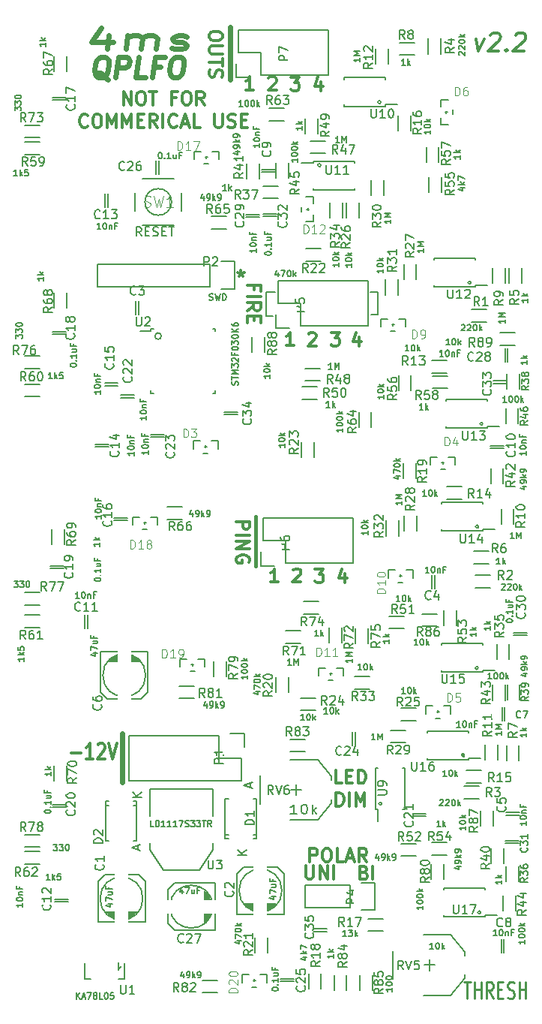
<source format=gbr>
G04 #@! TF.GenerationSoftware,KiCad,Pcbnew,(6.0.0-rc1-dev-1542-gf9f87b3ff-dirty)*
G04 #@! TF.CreationDate,2019-02-04T09:30:53-08:00
G04 #@! TF.ProjectId,qplfo_v22,71706c66-6f5f-4763-9232-2e6b69636164,rev?*
G04 #@! TF.SameCoordinates,PX1329208PY7e341b0*
G04 #@! TF.FileFunction,Legend,Top*
G04 #@! TF.FilePolarity,Positive*
%FSLAX46Y46*%
G04 Gerber Fmt 4.6, Leading zero omitted, Abs format (unit mm)*
G04 Created by KiCad (PCBNEW (6.0.0-rc1-dev-1542-gf9f87b3ff-dirty)) date Monday, 04 February 2019 at 09:30:53*
%MOMM*%
%LPD*%
G04 APERTURE LIST*
%ADD10C,0.300000*%
%ADD11C,0.200000*%
%ADD12C,0.286100*%
%ADD13C,0.400000*%
%ADD14C,0.571500*%
%ADD15C,0.600000*%
%ADD16C,0.150000*%
%ADD17C,0.203200*%
%ADD18C,0.121920*%
%ADD19C,0.101600*%
%ADD20R,1.000000X1.000000*%
%ADD21R,2.999740X1.600200*%
%ADD22R,1.600200X2.999740*%
%ADD23C,1.930400*%
%ADD24R,1.727200X2.032000*%
%ADD25O,1.727200X2.032000*%
%ADD26C,2.286000*%
%ADD27C,2.499360*%
%ADD28R,1.000000X1.400000*%
%ADD29R,1.400000X1.000000*%
%ADD30R,1.800860X2.499360*%
%ADD31R,1.000760X1.501140*%
%ADD32R,1.998980X2.999740*%
%ADD33C,0.749300*%
%ADD34C,0.025400*%
%ADD35R,1.200000X0.600000*%
%ADD36R,0.600000X1.200000*%
%ADD37C,1.308000*%
%ADD38R,1.308000X1.308000*%
%ADD39R,3.657600X2.032000*%
%ADD40R,1.016000X2.032000*%
%ADD41R,1.450000X0.450000*%
%ADD42R,0.450000X1.450000*%
%ADD43C,2.000000*%
%ADD44R,2.000000X2.000000*%
%ADD45R,1.727200X1.727200*%
%ADD46O,1.727200X1.727200*%
%ADD47R,1.800000X1.100000*%
G04 APERTURE END LIST*
D10*
X13066485Y101434429D02*
X13066485Y102934429D01*
X13923628Y101434429D01*
X13923628Y102934429D01*
X14923628Y102934429D02*
X15209342Y102934429D01*
X15352200Y102863000D01*
X15495057Y102720143D01*
X15566485Y102434429D01*
X15566485Y101934429D01*
X15495057Y101648715D01*
X15352200Y101505858D01*
X15209342Y101434429D01*
X14923628Y101434429D01*
X14780771Y101505858D01*
X14637914Y101648715D01*
X14566485Y101934429D01*
X14566485Y102434429D01*
X14637914Y102720143D01*
X14780771Y102863000D01*
X14923628Y102934429D01*
X15995057Y102934429D02*
X16852200Y102934429D01*
X16423628Y101434429D02*
X16423628Y102934429D01*
X18995057Y102220143D02*
X18495057Y102220143D01*
X18495057Y101434429D02*
X18495057Y102934429D01*
X19209342Y102934429D01*
X20066485Y102934429D02*
X20352200Y102934429D01*
X20495057Y102863000D01*
X20637914Y102720143D01*
X20709342Y102434429D01*
X20709342Y101934429D01*
X20637914Y101648715D01*
X20495057Y101505858D01*
X20352200Y101434429D01*
X20066485Y101434429D01*
X19923628Y101505858D01*
X19780771Y101648715D01*
X19709342Y101934429D01*
X19709342Y102434429D01*
X19780771Y102720143D01*
X19923628Y102863000D01*
X20066485Y102934429D01*
X22209342Y101434429D02*
X21709342Y102148715D01*
X21352200Y101434429D02*
X21352200Y102934429D01*
X21923628Y102934429D01*
X22066485Y102863000D01*
X22137914Y102791572D01*
X22209342Y102648715D01*
X22209342Y102434429D01*
X22137914Y102291572D01*
X22066485Y102220143D01*
X21923628Y102148715D01*
X21352200Y102148715D01*
X9030771Y99027286D02*
X8959342Y98955858D01*
X8745057Y98884429D01*
X8602200Y98884429D01*
X8387914Y98955858D01*
X8245057Y99098715D01*
X8173628Y99241572D01*
X8102200Y99527286D01*
X8102200Y99741572D01*
X8173628Y100027286D01*
X8245057Y100170143D01*
X8387914Y100313000D01*
X8602200Y100384429D01*
X8745057Y100384429D01*
X8959342Y100313000D01*
X9030771Y100241572D01*
X9959342Y100384429D02*
X10245057Y100384429D01*
X10387914Y100313000D01*
X10530771Y100170143D01*
X10602200Y99884429D01*
X10602200Y99384429D01*
X10530771Y99098715D01*
X10387914Y98955858D01*
X10245057Y98884429D01*
X9959342Y98884429D01*
X9816485Y98955858D01*
X9673628Y99098715D01*
X9602200Y99384429D01*
X9602200Y99884429D01*
X9673628Y100170143D01*
X9816485Y100313000D01*
X9959342Y100384429D01*
X11245057Y98884429D02*
X11245057Y100384429D01*
X11745057Y99313000D01*
X12245057Y100384429D01*
X12245057Y98884429D01*
X12959342Y98884429D02*
X12959342Y100384429D01*
X13459342Y99313000D01*
X13959342Y100384429D01*
X13959342Y98884429D01*
X14673628Y99670143D02*
X15173628Y99670143D01*
X15387914Y98884429D02*
X14673628Y98884429D01*
X14673628Y100384429D01*
X15387914Y100384429D01*
X16887914Y98884429D02*
X16387914Y99598715D01*
X16030771Y98884429D02*
X16030771Y100384429D01*
X16602200Y100384429D01*
X16745057Y100313000D01*
X16816485Y100241572D01*
X16887914Y100098715D01*
X16887914Y99884429D01*
X16816485Y99741572D01*
X16745057Y99670143D01*
X16602200Y99598715D01*
X16030771Y99598715D01*
X17530771Y98884429D02*
X17530771Y100384429D01*
X19102200Y99027286D02*
X19030771Y98955858D01*
X18816485Y98884429D01*
X18673628Y98884429D01*
X18459342Y98955858D01*
X18316485Y99098715D01*
X18245057Y99241572D01*
X18173628Y99527286D01*
X18173628Y99741572D01*
X18245057Y100027286D01*
X18316485Y100170143D01*
X18459342Y100313000D01*
X18673628Y100384429D01*
X18816485Y100384429D01*
X19030771Y100313000D01*
X19102200Y100241572D01*
X19673628Y99313000D02*
X20387914Y99313000D01*
X19530771Y98884429D02*
X20030771Y100384429D01*
X20530771Y98884429D01*
X21745057Y98884429D02*
X21030771Y98884429D01*
X21030771Y100384429D01*
X23387914Y100384429D02*
X23387914Y99170143D01*
X23459342Y99027286D01*
X23530771Y98955858D01*
X23673628Y98884429D01*
X23959342Y98884429D01*
X24102200Y98955858D01*
X24173628Y99027286D01*
X24245057Y99170143D01*
X24245057Y100384429D01*
X24887914Y98955858D02*
X25102200Y98884429D01*
X25459342Y98884429D01*
X25602200Y98955858D01*
X25673628Y99027286D01*
X25745057Y99170143D01*
X25745057Y99313000D01*
X25673628Y99455858D01*
X25602200Y99527286D01*
X25459342Y99598715D01*
X25173628Y99670143D01*
X25030771Y99741572D01*
X24959342Y99813000D01*
X24887914Y99955858D01*
X24887914Y100098715D01*
X24959342Y100241572D01*
X25030771Y100313000D01*
X25173628Y100384429D01*
X25530771Y100384429D01*
X25745057Y100313000D01*
X26387914Y99670143D02*
X26887914Y99670143D01*
X27102200Y98884429D02*
X26387914Y98884429D01*
X26387914Y100384429D01*
X27102200Y100384429D01*
D11*
X17353602Y75361800D02*
G75*
G03X17353602Y75361800I-361002J0D01*
G01*
D10*
X24240228Y109338786D02*
X24240228Y109053072D01*
X24168800Y108910215D01*
X24025942Y108767358D01*
X23740228Y108695929D01*
X23240228Y108695929D01*
X22954514Y108767358D01*
X22811657Y108910215D01*
X22740228Y109053072D01*
X22740228Y109338786D01*
X22811657Y109481643D01*
X22954514Y109624500D01*
X23240228Y109695929D01*
X23740228Y109695929D01*
X24025942Y109624500D01*
X24168800Y109481643D01*
X24240228Y109338786D01*
X24240228Y108053072D02*
X23025942Y108053072D01*
X22883085Y107981643D01*
X22811657Y107910215D01*
X22740228Y107767358D01*
X22740228Y107481643D01*
X22811657Y107338786D01*
X22883085Y107267358D01*
X23025942Y107195929D01*
X24240228Y107195929D01*
X24240228Y106695929D02*
X24240228Y105838786D01*
X22740228Y106267358D02*
X24240228Y106267358D01*
X22811657Y105410215D02*
X22740228Y105195929D01*
X22740228Y104838786D01*
X22811657Y104695929D01*
X22883085Y104624500D01*
X23025942Y104553072D01*
X23168800Y104553072D01*
X23311657Y104624500D01*
X23383085Y104695929D01*
X23454514Y104838786D01*
X23525942Y105124500D01*
X23597371Y105267358D01*
X23668800Y105338786D01*
X23811657Y105410215D01*
X23954514Y105410215D01*
X24097371Y105338786D01*
X24168800Y105267358D01*
X24240228Y105124500D01*
X24240228Y104767358D01*
X24168800Y104553072D01*
X27856642Y80603529D02*
X27856642Y81103529D01*
X27070928Y81103529D02*
X28570928Y81103529D01*
X28570928Y80389243D01*
X27070928Y79817815D02*
X28570928Y79817815D01*
X27070928Y78246386D02*
X27785214Y78746386D01*
X27070928Y79103529D02*
X28570928Y79103529D01*
X28570928Y78532100D01*
X28499500Y78389243D01*
X28428071Y78317815D01*
X28285214Y78246386D01*
X28070928Y78246386D01*
X27928071Y78317815D01*
X27856642Y78389243D01*
X27785214Y78532100D01*
X27785214Y79103529D01*
X27856642Y77603529D02*
X27856642Y77103529D01*
X27070928Y76889243D02*
X27070928Y77603529D01*
X28570928Y77603529D01*
X28570928Y76889243D01*
D11*
X41770300Y77749400D02*
X41008300Y77749400D01*
X41770300Y80327500D02*
X41770300Y77749400D01*
X40995600Y80327500D02*
X41770300Y80327500D01*
X29184600Y77584300D02*
X29921200Y77584300D01*
X29184600Y80352900D02*
X29184600Y77584300D01*
X30175200Y80352900D02*
X29184600Y80352900D01*
D10*
X34121328Y16072729D02*
X34121328Y17572729D01*
X34692757Y17572729D01*
X34835614Y17501300D01*
X34907042Y17429872D01*
X34978471Y17287015D01*
X34978471Y17072729D01*
X34907042Y16929872D01*
X34835614Y16858443D01*
X34692757Y16787015D01*
X34121328Y16787015D01*
X35907042Y17572729D02*
X36192757Y17572729D01*
X36335614Y17501300D01*
X36478471Y17358443D01*
X36549900Y17072729D01*
X36549900Y16572729D01*
X36478471Y16287015D01*
X36335614Y16144158D01*
X36192757Y16072729D01*
X35907042Y16072729D01*
X35764185Y16144158D01*
X35621328Y16287015D01*
X35549900Y16572729D01*
X35549900Y17072729D01*
X35621328Y17358443D01*
X35764185Y17501300D01*
X35907042Y17572729D01*
X37907042Y16072729D02*
X37192757Y16072729D01*
X37192757Y17572729D01*
X38335614Y16501300D02*
X39049900Y16501300D01*
X38192757Y16072729D02*
X38692757Y17572729D01*
X39192757Y16072729D01*
X40549900Y16072729D02*
X40049900Y16787015D01*
X39692757Y16072729D02*
X39692757Y17572729D01*
X40264185Y17572729D01*
X40407042Y17501300D01*
X40478471Y17429872D01*
X40549900Y17287015D01*
X40549900Y17072729D01*
X40478471Y16929872D01*
X40407042Y16858443D01*
X40264185Y16787015D01*
X39692757Y16787015D01*
X25826328Y54419215D02*
X27326328Y54419215D01*
X27326328Y53847786D01*
X27254900Y53704929D01*
X27183471Y53633500D01*
X27040614Y53562072D01*
X26826328Y53562072D01*
X26683471Y53633500D01*
X26612042Y53704929D01*
X26540614Y53847786D01*
X26540614Y54419215D01*
X25826328Y52919215D02*
X27326328Y52919215D01*
X25826328Y52204929D02*
X27326328Y52204929D01*
X25826328Y51347786D01*
X27326328Y51347786D01*
X27254900Y49847786D02*
X27326328Y49990643D01*
X27326328Y50204929D01*
X27254900Y50419215D01*
X27112042Y50562072D01*
X26969185Y50633500D01*
X26683471Y50704929D01*
X26469185Y50704929D01*
X26183471Y50633500D01*
X26040614Y50562072D01*
X25897757Y50419215D01*
X25826328Y50204929D01*
X25826328Y50062072D01*
X25897757Y49847786D01*
X25969185Y49776358D01*
X26469185Y49776358D01*
X26469185Y50062072D01*
X39719214Y75200629D02*
X39719214Y74200629D01*
X39362071Y75772058D02*
X39004928Y74700629D01*
X39933500Y74700629D01*
X36520500Y75764129D02*
X37449071Y75764129D01*
X36949071Y75192700D01*
X37163357Y75192700D01*
X37306214Y75121272D01*
X37377642Y75049843D01*
X37449071Y74906986D01*
X37449071Y74549843D01*
X37377642Y74406986D01*
X37306214Y74335558D01*
X37163357Y74264129D01*
X36734785Y74264129D01*
X36591928Y74335558D01*
X36520500Y74406986D01*
X26339800Y82736429D02*
X26339800Y82379286D01*
X25982657Y82522143D02*
X26339800Y82379286D01*
X26696942Y82522143D01*
X26125514Y82093572D02*
X26339800Y82379286D01*
X26554085Y82093572D01*
X37745314Y24916929D02*
X37031028Y24916929D01*
X37031028Y26416929D01*
X38245314Y25702643D02*
X38745314Y25702643D01*
X38959600Y24916929D02*
X38245314Y24916929D01*
X38245314Y26416929D01*
X38959600Y26416929D01*
X39602457Y24916929D02*
X39602457Y26416929D01*
X39959600Y26416929D01*
X40173885Y26345500D01*
X40316742Y26202643D01*
X40388171Y26059786D01*
X40459600Y25774072D01*
X40459600Y25559786D01*
X40388171Y25274072D01*
X40316742Y25131215D01*
X40173885Y24988358D01*
X39959600Y24916929D01*
X39602457Y24916929D01*
X37102457Y22366929D02*
X37102457Y23866929D01*
X37459600Y23866929D01*
X37673885Y23795500D01*
X37816742Y23652643D01*
X37888171Y23509786D01*
X37959600Y23224072D01*
X37959600Y23009786D01*
X37888171Y22724072D01*
X37816742Y22581215D01*
X37673885Y22438358D01*
X37459600Y22366929D01*
X37102457Y22366929D01*
X38602457Y22366929D02*
X38602457Y23866929D01*
X39316742Y22366929D02*
X39316742Y23866929D01*
X39816742Y22795500D01*
X40316742Y23866929D01*
X40316742Y22366929D01*
X32330971Y74276829D02*
X31473828Y74276829D01*
X31902400Y74276829D02*
X31902400Y75776829D01*
X31759542Y75562543D01*
X31616685Y75419686D01*
X31473828Y75348258D01*
D12*
X51527523Y2484315D02*
X52270380Y2484315D01*
X51898952Y684315D02*
X51898952Y2484315D01*
X52703714Y684315D02*
X52703714Y2484315D01*
X52703714Y1627172D02*
X53446571Y1627172D01*
X53446571Y684315D02*
X53446571Y2484315D01*
X54808476Y684315D02*
X54375142Y1541458D01*
X54065619Y684315D02*
X54065619Y2484315D01*
X54560857Y2484315D01*
X54684666Y2398600D01*
X54746571Y2312886D01*
X54808476Y2141458D01*
X54808476Y1884315D01*
X54746571Y1712886D01*
X54684666Y1627172D01*
X54560857Y1541458D01*
X54065619Y1541458D01*
X55365619Y1627172D02*
X55798952Y1627172D01*
X55984666Y684315D02*
X55365619Y684315D01*
X55365619Y2484315D01*
X55984666Y2484315D01*
X56479904Y770029D02*
X56665619Y684315D01*
X56975142Y684315D01*
X57098952Y770029D01*
X57160857Y855743D01*
X57222761Y1027172D01*
X57222761Y1198600D01*
X57160857Y1370029D01*
X57098952Y1455743D01*
X56975142Y1541458D01*
X56727523Y1627172D01*
X56603714Y1712886D01*
X56541809Y1798600D01*
X56479904Y1970029D01*
X56479904Y2141458D01*
X56541809Y2312886D01*
X56603714Y2398600D01*
X56727523Y2484315D01*
X57037047Y2484315D01*
X57222761Y2398600D01*
X57779904Y684315D02*
X57779904Y2484315D01*
X57779904Y1627172D02*
X58522761Y1627172D01*
X58522761Y684315D02*
X58522761Y2484315D01*
D13*
X28003500Y54978300D02*
X28003500Y49415700D01*
D10*
X32261228Y48963972D02*
X32332657Y49035400D01*
X32475514Y49106829D01*
X32832657Y49106829D01*
X32975514Y49035400D01*
X33046942Y48963972D01*
X33118371Y48821115D01*
X33118371Y48678258D01*
X33046942Y48463972D01*
X32189800Y47606829D01*
X33118371Y47606829D01*
X30565671Y47606829D02*
X29708528Y47606829D01*
X30137100Y47606829D02*
X30137100Y49106829D01*
X29994242Y48892543D01*
X29851385Y48749686D01*
X29708528Y48678258D01*
X34729800Y49094129D02*
X35658371Y49094129D01*
X35158371Y48522700D01*
X35372657Y48522700D01*
X35515514Y48451272D01*
X35586942Y48379843D01*
X35658371Y48236986D01*
X35658371Y47879843D01*
X35586942Y47736986D01*
X35515514Y47665558D01*
X35372657Y47594129D01*
X34944085Y47594129D01*
X34801228Y47665558D01*
X34729800Y47736986D01*
X38093614Y48530629D02*
X38093614Y47530629D01*
X37736471Y49102058D02*
X37379328Y48030629D01*
X38307900Y48030629D01*
X33975728Y75621272D02*
X34047157Y75692700D01*
X34190014Y75764129D01*
X34547157Y75764129D01*
X34690014Y75692700D01*
X34761442Y75621272D01*
X34832871Y75478415D01*
X34832871Y75335558D01*
X34761442Y75121272D01*
X33904300Y74264129D01*
X34832871Y74264129D01*
X29479928Y104437572D02*
X29551357Y104509000D01*
X29694214Y104580429D01*
X30051357Y104580429D01*
X30194214Y104509000D01*
X30265642Y104437572D01*
X30337071Y104294715D01*
X30337071Y104151858D01*
X30265642Y103937572D01*
X29408500Y103080429D01*
X30337071Y103080429D01*
X27784371Y103080429D02*
X26927228Y103080429D01*
X27355800Y103080429D02*
X27355800Y104580429D01*
X27212942Y104366143D01*
X27070085Y104223286D01*
X26927228Y104151858D01*
X35401214Y104016929D02*
X35401214Y103016929D01*
X35044071Y104588358D02*
X34686928Y103516929D01*
X35615500Y103516929D01*
X32012000Y104555029D02*
X32940571Y104555029D01*
X32440571Y103983600D01*
X32654857Y103983600D01*
X32797714Y103912172D01*
X32869142Y103840743D01*
X32940571Y103697886D01*
X32940571Y103340743D01*
X32869142Y103197886D01*
X32797714Y103126458D01*
X32654857Y103055029D01*
X32226285Y103055029D01*
X32083428Y103126458D01*
X32012000Y103197886D01*
X52862553Y108835772D02*
X53172077Y107502439D01*
X53814934Y108835772D01*
X54541125Y109311962D02*
X54648267Y109407200D01*
X54850648Y109502439D01*
X55326839Y109502439D01*
X55505410Y109407200D01*
X55588744Y109311962D01*
X55660172Y109121486D01*
X55636363Y108931010D01*
X55505410Y108645296D01*
X54219696Y107502439D01*
X55457791Y107502439D01*
X56338744Y107692915D02*
X56422077Y107597677D01*
X56314934Y107502439D01*
X56231601Y107597677D01*
X56338744Y107692915D01*
X56314934Y107502439D01*
X57398267Y109311962D02*
X57505410Y109407200D01*
X57707791Y109502439D01*
X58183982Y109502439D01*
X58362553Y109407200D01*
X58445886Y109311962D01*
X58517315Y109121486D01*
X58493505Y108931010D01*
X58362553Y108645296D01*
X57076839Y107502439D01*
X58314934Y107502439D01*
D14*
X11311674Y104310543D02*
X11107567Y104419400D01*
X10917067Y104637115D01*
X10631317Y104963686D01*
X10427210Y105072543D01*
X10209495Y105072543D01*
X10250317Y104528258D02*
X10046210Y104637115D01*
X9855710Y104854829D01*
X9801281Y105290258D01*
X9896531Y106052258D01*
X10059817Y106487686D01*
X10304745Y106705400D01*
X10536067Y106814258D01*
X10971495Y106814258D01*
X11175603Y106705400D01*
X11366103Y106487686D01*
X11420531Y106052258D01*
X11325281Y105290258D01*
X11161995Y104854829D01*
X10917067Y104637115D01*
X10685745Y104528258D01*
X10250317Y104528258D01*
X12209745Y104528258D02*
X12495495Y106814258D01*
X13366353Y106814258D01*
X13570460Y106705400D01*
X13665710Y106596543D01*
X13747353Y106378829D01*
X13706531Y106052258D01*
X13570460Y105834543D01*
X13447995Y105725686D01*
X13216674Y105616829D01*
X12345817Y105616829D01*
X15584317Y104528258D02*
X14495745Y104528258D01*
X14781495Y106814258D01*
X17257995Y105725686D02*
X16495995Y105725686D01*
X16346317Y104528258D02*
X16632067Y106814258D01*
X17720638Y106814258D01*
X19026924Y106814258D02*
X19462353Y106814258D01*
X19666460Y106705400D01*
X19856960Y106487686D01*
X19911388Y106052258D01*
X19816138Y105290258D01*
X19652853Y104854829D01*
X19407924Y104637115D01*
X19176603Y104528258D01*
X18741174Y104528258D01*
X18537067Y104637115D01*
X18346567Y104854829D01*
X18292138Y105290258D01*
X18387388Y106052258D01*
X18550674Y106487686D01*
X18795603Y106705400D01*
X19026924Y106814258D01*
D15*
X25133300Y104305100D02*
X25133300Y110197900D01*
D14*
X11430950Y109252658D02*
X11240450Y107728658D01*
X10587426Y110123515D02*
X9430938Y108490658D01*
X11907129Y108490658D01*
X13335688Y107728658D02*
X13526188Y109252658D01*
X13498974Y109034943D02*
X13703057Y109143800D01*
X14097617Y109252658D01*
X14669045Y109252658D01*
X15036391Y109143800D01*
X15199653Y108926086D01*
X15049974Y107728658D01*
X15199653Y108926086D02*
X15417343Y109143800D01*
X15811903Y109252658D01*
X16383331Y109252658D01*
X16750676Y109143800D01*
X16913938Y108926086D01*
X16764260Y107728658D01*
X18492153Y107837515D02*
X18859498Y107728658D01*
X19621403Y107728658D01*
X20015962Y107837515D01*
X20233653Y108055229D01*
X20247260Y108164086D01*
X20083998Y108381800D01*
X19716653Y108490658D01*
X19145224Y108490658D01*
X18777879Y108599515D01*
X18614617Y108817229D01*
X18628224Y108926086D01*
X18845915Y109143800D01*
X19240474Y109252658D01*
X19811903Y109252658D01*
X20179248Y109143800D01*
D10*
X40237600Y14864543D02*
X40451885Y14793115D01*
X40523314Y14721686D01*
X40594742Y14578829D01*
X40594742Y14364543D01*
X40523314Y14221686D01*
X40451885Y14150258D01*
X40309028Y14078829D01*
X39737600Y14078829D01*
X39737600Y15578829D01*
X40237600Y15578829D01*
X40380457Y15507400D01*
X40451885Y15435972D01*
X40523314Y15293115D01*
X40523314Y15150258D01*
X40451885Y15007400D01*
X40380457Y14935972D01*
X40237600Y14864543D01*
X39737600Y14864543D01*
X41237600Y14078829D02*
X41237600Y15578829D01*
D15*
X12954000Y25069800D02*
X12954000Y30556200D01*
D10*
X7185333Y28344829D02*
X8252000Y28344829D01*
X9652000Y27659115D02*
X8852000Y27659115D01*
X9252000Y27659115D02*
X9252000Y29459115D01*
X9118666Y29201972D01*
X8985333Y29030543D01*
X8852000Y28944829D01*
X10185333Y29287686D02*
X10252000Y29373400D01*
X10385333Y29459115D01*
X10718666Y29459115D01*
X10852000Y29373400D01*
X10918666Y29287686D01*
X10985333Y29116258D01*
X10985333Y28944829D01*
X10918666Y28687686D01*
X10118666Y27659115D01*
X10985333Y27659115D01*
X11385333Y29459115D02*
X11852000Y27659115D01*
X12318666Y29459115D01*
X33671071Y15604229D02*
X33671071Y14389943D01*
X33742500Y14247086D01*
X33813928Y14175658D01*
X33956785Y14104229D01*
X34242500Y14104229D01*
X34385357Y14175658D01*
X34456785Y14247086D01*
X34528214Y14389943D01*
X34528214Y15604229D01*
X35242500Y14104229D02*
X35242500Y15604229D01*
X36099642Y14104229D01*
X36099642Y15604229D01*
X36813928Y14104229D02*
X36813928Y15604229D01*
D16*
X52374800Y78335100D02*
X54074800Y78335100D01*
X54074800Y76935100D02*
X52374800Y76935100D01*
X23027600Y10376000D02*
X23027600Y11773000D01*
X22900600Y10122000D02*
X22900600Y11900000D01*
X22773600Y9741000D02*
X22773600Y12281000D01*
X22646600Y12408000D02*
X22646600Y9614000D01*
X22519600Y9487000D02*
X22519600Y12535000D01*
X22392600Y12662000D02*
X22392600Y9360000D01*
X22265600Y9233000D02*
X22265600Y12789000D01*
X23408600Y8344000D02*
X18836600Y8344000D01*
X18836600Y8344000D02*
X18074600Y9106000D01*
X18074600Y9106000D02*
X18074600Y12916000D01*
X18074600Y12916000D02*
X18836600Y13678000D01*
X18836600Y13678000D02*
X23408600Y13678000D01*
X23408600Y13678000D02*
X23408600Y8344000D01*
X18582600Y11011000D02*
X19344600Y11011000D01*
X18963600Y10630000D02*
X18963600Y11392000D01*
X23154600Y11011000D02*
G75*
G03X23154600Y11011000I-2413000J0D01*
G01*
X12217400Y9639000D02*
X13614400Y9639000D01*
X11963400Y9766000D02*
X13741400Y9766000D01*
X11582400Y9893000D02*
X14122400Y9893000D01*
X14249400Y10020000D02*
X11455400Y10020000D01*
X11328400Y10147000D02*
X14376400Y10147000D01*
X14503400Y10274000D02*
X11201400Y10274000D01*
X11074400Y10401000D02*
X14630400Y10401000D01*
X15265400Y11925000D02*
G75*
G03X15265400Y11925000I-2413000J0D01*
G01*
X10185400Y9258000D02*
X10185400Y13830000D01*
X10185400Y13830000D02*
X10947400Y14592000D01*
X10947400Y14592000D02*
X14757400Y14592000D01*
X14757400Y14592000D02*
X15519400Y13830000D01*
X15519400Y13830000D02*
X15519400Y9258000D01*
X15519400Y9258000D02*
X10185400Y9258000D01*
X12852400Y14084000D02*
X12852400Y13322000D01*
X12471400Y13703000D02*
X13233400Y13703000D01*
X27914600Y10541000D02*
X29311600Y10541000D01*
X27660600Y10668000D02*
X29438600Y10668000D01*
X27279600Y10795000D02*
X29819600Y10795000D01*
X29946600Y10922000D02*
X27152600Y10922000D01*
X27025600Y11049000D02*
X30073600Y11049000D01*
X30200600Y11176000D02*
X26898600Y11176000D01*
X26771600Y11303000D02*
X30327600Y11303000D01*
X30962600Y12827000D02*
G75*
G03X30962600Y12827000I-2413000J0D01*
G01*
X25882600Y10160000D02*
X25882600Y14732000D01*
X25882600Y14732000D02*
X26644600Y15494000D01*
X26644600Y15494000D02*
X30454600Y15494000D01*
X30454600Y15494000D02*
X31216600Y14732000D01*
X31216600Y14732000D02*
X31216600Y10160000D01*
X31216600Y10160000D02*
X25882600Y10160000D01*
X28549600Y14986000D02*
X28549600Y14224000D01*
X28168600Y14605000D02*
X28930600Y14605000D01*
X13792200Y39395400D02*
X12395200Y39395400D01*
X14046200Y39268400D02*
X12268200Y39268400D01*
X14427200Y39141400D02*
X11887200Y39141400D01*
X11760200Y39014400D02*
X14554200Y39014400D01*
X14681200Y38887400D02*
X11633200Y38887400D01*
X11506200Y38760400D02*
X14808200Y38760400D01*
X14935200Y38633400D02*
X11379200Y38633400D01*
X15570200Y37109400D02*
G75*
G03X15570200Y37109400I-2413000J0D01*
G01*
X15824200Y39776400D02*
X15824200Y35204400D01*
X15824200Y35204400D02*
X15062200Y34442400D01*
X15062200Y34442400D02*
X11252200Y34442400D01*
X11252200Y34442400D02*
X10490200Y35204400D01*
X10490200Y35204400D02*
X10490200Y39776400D01*
X10490200Y39776400D02*
X15824200Y39776400D01*
X13157200Y34950400D02*
X13157200Y35712400D01*
X13538200Y35331400D02*
X12776200Y35331400D01*
X38646100Y13449000D02*
X33566100Y13449000D01*
X33566100Y13449000D02*
X33566100Y10909000D01*
X33566100Y10909000D02*
X38646100Y10909000D01*
X41466100Y10629000D02*
X39916100Y10629000D01*
X38646100Y10909000D02*
X38646100Y13449000D01*
X39916100Y13729000D02*
X41466100Y13729000D01*
X41466100Y13729000D02*
X41466100Y10629000D01*
X47627560Y3820200D02*
X47627560Y5019080D01*
X48227000Y4419640D02*
X47028120Y4419640D01*
X51628060Y5519460D02*
X51628060Y5920780D01*
X51628060Y5920780D02*
X50027860Y7820700D01*
X50027860Y7820700D02*
X46926520Y7820700D01*
X51628060Y3319820D02*
X51628060Y2918500D01*
X51628060Y2918500D02*
X50027860Y1018580D01*
X50027860Y1018580D02*
X46926520Y1018580D01*
X43528000Y4419640D02*
X43528000Y6019840D01*
X43528000Y4419640D02*
X43528000Y2819440D01*
X32590760Y23581200D02*
X32590760Y24780080D01*
X33190200Y24180640D02*
X31991320Y24180640D01*
X36591260Y25280460D02*
X36591260Y25681780D01*
X36591260Y25681780D02*
X34991060Y27581700D01*
X34991060Y27581700D02*
X31889720Y27581700D01*
X36591260Y23080820D02*
X36591260Y22679500D01*
X36591260Y22679500D02*
X34991060Y20779580D01*
X34991060Y20779580D02*
X31889720Y20779580D01*
X28491200Y24180640D02*
X28491200Y25780840D01*
X28491200Y24180640D02*
X28491200Y22580440D01*
X22095500Y62123500D02*
X22603500Y62123500D01*
X20952500Y63520500D02*
X21714500Y63520500D01*
X23746500Y63520500D02*
X23746500Y62631500D01*
X22984500Y63520500D02*
X23746500Y63520500D01*
X20952500Y63520500D02*
X20952500Y62631500D01*
X22349500Y63012500D02*
X22349500Y62758500D01*
X22222500Y62885500D02*
X22476500Y62885500D01*
X48879800Y60332800D02*
X49387800Y60332800D01*
X47736800Y61729800D02*
X48498800Y61729800D01*
X50530800Y61729800D02*
X50530800Y60840800D01*
X49768800Y61729800D02*
X50530800Y61729800D01*
X47736800Y61729800D02*
X47736800Y60840800D01*
X49133800Y61221800D02*
X49133800Y60967800D01*
X49006800Y61094800D02*
X49260800Y61094800D01*
X48364100Y32265800D02*
X48872100Y32265800D01*
X47221100Y33662800D02*
X47983100Y33662800D01*
X50015100Y33662800D02*
X50015100Y32773800D01*
X49253100Y33662800D02*
X50015100Y33662800D01*
X47221100Y33662800D02*
X47221100Y32773800D01*
X48618100Y33154800D02*
X48618100Y32900800D01*
X48491100Y33027800D02*
X48745100Y33027800D01*
X50284200Y100378300D02*
X50284200Y100886300D01*
X48887200Y99235300D02*
X48887200Y99997300D01*
X48887200Y102029300D02*
X49776200Y102029300D01*
X48887200Y101267300D02*
X48887200Y102029300D01*
X48887200Y99235300D02*
X49776200Y99235300D01*
X49395200Y100632300D02*
X49649200Y100632300D01*
X49522200Y100505300D02*
X49522200Y100759300D01*
X43271400Y75903000D02*
X43779400Y75903000D01*
X42128400Y77300000D02*
X42890400Y77300000D01*
X44922400Y77300000D02*
X44922400Y76411000D01*
X44160400Y77300000D02*
X44922400Y77300000D01*
X42128400Y77300000D02*
X42128400Y76411000D01*
X43525400Y76792000D02*
X43525400Y76538000D01*
X43398400Y76665000D02*
X43652400Y76665000D01*
X44119800Y47574200D02*
X44627800Y47574200D01*
X42976800Y48971200D02*
X43738800Y48971200D01*
X45770800Y48971200D02*
X45770800Y48082200D01*
X45008800Y48971200D02*
X45770800Y48971200D01*
X42976800Y48971200D02*
X42976800Y48082200D01*
X44373800Y48463200D02*
X44373800Y48209200D01*
X44246800Y48336200D02*
X44500800Y48336200D01*
X36220400Y36542800D02*
X36728400Y36542800D01*
X35077400Y37939800D02*
X35839400Y37939800D01*
X37871400Y37939800D02*
X37871400Y37050800D01*
X37109400Y37939800D02*
X37871400Y37939800D01*
X35077400Y37939800D02*
X35077400Y37050800D01*
X36474400Y37431800D02*
X36474400Y37177800D01*
X36347400Y37304800D02*
X36601400Y37304800D01*
X33159700Y89890600D02*
X33159700Y89382600D01*
X34556700Y91033600D02*
X34556700Y90271600D01*
X34556700Y88239600D02*
X33667700Y88239600D01*
X34556700Y89001600D02*
X34556700Y88239600D01*
X34556700Y91033600D02*
X33667700Y91033600D01*
X34048700Y89636600D02*
X33794700Y89636600D01*
X33921700Y89763600D02*
X33921700Y89509600D01*
X22202100Y94800600D02*
X22710100Y94800600D01*
X21059100Y96197600D02*
X21821100Y96197600D01*
X23853100Y96197600D02*
X23853100Y95308600D01*
X23091100Y96197600D02*
X23853100Y96197600D01*
X21059100Y96197600D02*
X21059100Y95308600D01*
X22456100Y95689600D02*
X22456100Y95435600D01*
X22329100Y95562600D02*
X22583100Y95562600D01*
X15240000Y53543200D02*
X15748000Y53543200D01*
X14097000Y54940200D02*
X14859000Y54940200D01*
X16891000Y54940200D02*
X16891000Y54051200D01*
X16129000Y54940200D02*
X16891000Y54940200D01*
X14097000Y54940200D02*
X14097000Y54051200D01*
X15494000Y54432200D02*
X15494000Y54178200D01*
X15367000Y54305200D02*
X15621000Y54305200D01*
X20624800Y37541200D02*
X21132800Y37541200D01*
X19481800Y38938200D02*
X20243800Y38938200D01*
X22275800Y38938200D02*
X22275800Y38049200D01*
X21513800Y38938200D02*
X22275800Y38938200D01*
X19481800Y38938200D02*
X19481800Y38049200D01*
X20878800Y38430200D02*
X20878800Y38176200D01*
X20751800Y38303200D02*
X21005800Y38303200D01*
X27584400Y1948000D02*
X28092400Y1948000D01*
X26441400Y3345000D02*
X27203400Y3345000D01*
X29235400Y3345000D02*
X29235400Y2456000D01*
X28473400Y3345000D02*
X29235400Y3345000D01*
X26441400Y3345000D02*
X26441400Y2456000D01*
X27838400Y2837000D02*
X27838400Y2583000D01*
X27711400Y2710000D02*
X27965400Y2710000D01*
X28064460Y19122860D02*
X27713940Y19122860D01*
X24564340Y19122860D02*
X24914860Y19122860D01*
X28064460Y23172440D02*
X27713940Y23172440D01*
X28064460Y18671560D02*
X27713940Y18671560D01*
X24564340Y18671560D02*
X24914860Y18671560D01*
X24564340Y23172440D02*
X24914860Y23172440D01*
X28064460Y18671560D02*
X28064460Y23172440D01*
X24564340Y18671560D02*
X24564340Y23172440D01*
X11076940Y22449140D02*
X11427460Y22449140D01*
X14577060Y22449140D02*
X14226540Y22449140D01*
X11076940Y18399560D02*
X11427460Y18399560D01*
X11076940Y22900440D02*
X11427460Y22900440D01*
X14577060Y22900440D02*
X14226540Y22900440D01*
X14577060Y18399560D02*
X14226540Y18399560D01*
X11076940Y22900440D02*
X11076940Y18399560D01*
X14577060Y22900440D02*
X14577060Y18399560D01*
X12847320Y4322660D02*
X12598400Y4022940D01*
X12598400Y4022940D02*
X12496800Y3873080D01*
X12496800Y3873080D02*
X12496800Y4721440D01*
X13197840Y2821520D02*
X13197840Y4622380D01*
X13197840Y2821520D02*
X12547600Y2821520D01*
X8696960Y2821520D02*
X8696960Y4622380D01*
X8696960Y2821520D02*
X9347200Y2821520D01*
X16187000Y76180100D02*
X16187000Y75880100D01*
X23437000Y76180100D02*
X23437000Y75880100D01*
X23437000Y68930100D02*
X23437000Y69230100D01*
X16187000Y68930100D02*
X16187000Y69230100D01*
X16187000Y76180100D02*
X16487000Y76180100D01*
X16187000Y68930100D02*
X16487000Y68930100D01*
X23437000Y68930100D02*
X23137000Y68930100D01*
X23437000Y76180100D02*
X23137000Y76180100D01*
X16187000Y75880100D02*
X14962000Y75880100D01*
X56143400Y31977900D02*
X56143400Y33477900D01*
X55843400Y33477900D02*
X55843400Y31977900D01*
X56055400Y5854000D02*
X56055400Y7354000D01*
X55755400Y7354000D02*
X55755400Y5854000D01*
X28714000Y93830000D02*
X30214000Y93830000D01*
X30214000Y94130000D02*
X28714000Y94130000D01*
X54495000Y62701400D02*
X55995000Y62701400D01*
X55995000Y63001400D02*
X54495000Y63001400D01*
X9040000Y42430000D02*
X9040000Y43930000D01*
X8740000Y43930000D02*
X8740000Y42430000D01*
X6846000Y11834000D02*
X5346000Y11834000D01*
X5346000Y11534000D02*
X6846000Y11534000D01*
X11326000Y89928000D02*
X11326000Y91428000D01*
X11026000Y91428000D02*
X11026000Y89928000D01*
X9918000Y62842000D02*
X11418000Y62842000D01*
X11418000Y63142000D02*
X9918000Y63142000D01*
X10959400Y69738100D02*
X12459400Y69738100D01*
X12459400Y70038100D02*
X10959400Y70038100D01*
X11988100Y54561600D02*
X13488100Y54561600D01*
X13488100Y54861600D02*
X11988100Y54861600D01*
X6592000Y102258000D02*
X5092000Y102258000D01*
X5092000Y101958000D02*
X6592000Y101958000D01*
X6592000Y75842000D02*
X5092000Y75842000D01*
X5092000Y75542000D02*
X6592000Y75542000D01*
X6338000Y49426000D02*
X4838000Y49426000D01*
X4838000Y49126000D02*
X6338000Y49126000D01*
X6592000Y22502000D02*
X5092000Y22502000D01*
X5092000Y22202000D02*
X6592000Y22202000D01*
X47257400Y21511000D02*
X45757400Y21511000D01*
X45757400Y21211000D02*
X47257400Y21211000D01*
X12762800Y68417300D02*
X14262800Y68417300D01*
X14262800Y68717300D02*
X12762800Y68717300D01*
X16166400Y63946900D02*
X17666400Y63946900D01*
X17666400Y64246900D02*
X16166400Y64246900D01*
X39266000Y29222000D02*
X39266000Y30722000D01*
X38966000Y30722000D02*
X38966000Y29222000D01*
X32334900Y2880000D02*
X30834900Y2880000D01*
X30834900Y2580000D02*
X32334900Y2580000D01*
X17079100Y93623700D02*
X17079100Y95123700D01*
X16779100Y95123700D02*
X16779100Y93623700D01*
X52807500Y48401200D02*
X54507500Y48401200D01*
X54507500Y47001200D02*
X52807500Y47001200D01*
X51562000Y24601000D02*
X53262000Y24601000D01*
X53262000Y23201000D02*
X51562000Y23201000D01*
X47496500Y107201600D02*
X47496500Y108901600D01*
X48896500Y108901600D02*
X48896500Y107201600D01*
X56653200Y81307200D02*
X56653200Y83007200D01*
X58053200Y83007200D02*
X58053200Y81307200D01*
X54317000Y49693600D02*
X52617000Y49693600D01*
X52617000Y51093600D02*
X54317000Y51093600D01*
X56348400Y27508000D02*
X56348400Y29208000D01*
X57748400Y29208000D02*
X57748400Y27508000D01*
X45959500Y107072200D02*
X44259500Y107072200D01*
X44259500Y108472200D02*
X45959500Y108472200D01*
X56173600Y83007200D02*
X56173600Y81307200D01*
X54773600Y81307200D02*
X54773600Y83007200D01*
X57138800Y55866400D02*
X57138800Y54166400D01*
X55738800Y54166400D02*
X55738800Y55866400D01*
X55335400Y29310000D02*
X55335400Y27610000D01*
X53935400Y27610000D02*
X53935400Y29310000D01*
X42991000Y107745900D02*
X42991000Y106045900D01*
X41591000Y106045900D02*
X41591000Y107745900D01*
X47905300Y72582000D02*
X49605300Y72582000D01*
X49605300Y71182000D02*
X47905300Y71182000D01*
X49555400Y58358000D02*
X51255400Y58358000D01*
X51255400Y56958000D02*
X49555400Y56958000D01*
X51790600Y26379000D02*
X53490600Y26379000D01*
X53490600Y24979000D02*
X51790600Y24979000D01*
X44105600Y98502100D02*
X44105600Y100202100D01*
X45505600Y100202100D02*
X45505600Y98502100D01*
X40692600Y9654000D02*
X42392600Y9654000D01*
X42392600Y8254000D02*
X40692600Y8254000D01*
X35409100Y3428000D02*
X35409100Y1728000D01*
X34009100Y1728000D02*
X34009100Y3428000D01*
X46115200Y60983600D02*
X46115200Y59283600D01*
X44715200Y59283600D02*
X44715200Y60983600D01*
X31688000Y36918000D02*
X31688000Y35218000D01*
X30288000Y35218000D02*
X30288000Y36918000D01*
X29351200Y7542000D02*
X29351200Y5842000D01*
X27951200Y5842000D02*
X27951200Y7542000D01*
X35394000Y83831200D02*
X33694000Y83831200D01*
X33694000Y85231200D02*
X35394000Y85231200D01*
X33170900Y61684800D02*
X33170900Y63384800D01*
X34570900Y63384800D02*
X34570900Y61684800D01*
X33059000Y34558200D02*
X34759000Y34558200D01*
X34759000Y33158200D02*
X33059000Y33158200D01*
X44387400Y33402500D02*
X46087400Y33402500D01*
X46087400Y32002500D02*
X44387400Y32002500D01*
X38289000Y88685000D02*
X38289000Y90385000D01*
X39689000Y90385000D02*
X39689000Y88685000D01*
X46140600Y83450800D02*
X46140600Y81750800D01*
X44740600Y81750800D02*
X44740600Y83450800D01*
X46191400Y55066300D02*
X46191400Y53366300D01*
X44791400Y53366300D02*
X44791400Y55066300D01*
X44932600Y29488000D02*
X43232600Y29488000D01*
X43232600Y30888000D02*
X44932600Y30888000D01*
X41044900Y91237700D02*
X41044900Y92937700D01*
X42444900Y92937700D02*
X42444900Y91237700D01*
X42683200Y80023600D02*
X42683200Y81723600D01*
X44083200Y81723600D02*
X44083200Y80023600D01*
X42734000Y52845600D02*
X42734000Y54545600D01*
X44134000Y54545600D02*
X44134000Y52845600D01*
X39205800Y36971200D02*
X40905800Y36971200D01*
X40905800Y35571200D02*
X39205800Y35571200D01*
X36384000Y88685000D02*
X36384000Y90385000D01*
X37784000Y90385000D02*
X37784000Y88685000D01*
X56630800Y40589200D02*
X56630800Y38889200D01*
X55230800Y38889200D02*
X55230800Y40589200D01*
X57723000Y15594000D02*
X57723000Y13894000D01*
X56323000Y13894000D02*
X56323000Y15594000D01*
X28842600Y92267000D02*
X30542600Y92267000D01*
X30542600Y90867000D02*
X28842600Y90867000D01*
X57799200Y71081000D02*
X57799200Y69381000D01*
X56399200Y69381000D02*
X56399200Y71081000D01*
X56424600Y34329000D02*
X56424600Y36029000D01*
X57824600Y36029000D02*
X57824600Y34329000D01*
X55995800Y17550000D02*
X55995800Y15850000D01*
X54595800Y15850000D02*
X54595800Y17550000D01*
X28386000Y94830000D02*
X28386000Y93130000D01*
X26986000Y93130000D02*
X26986000Y94830000D01*
X54570400Y58699400D02*
X54570400Y60399400D01*
X55970400Y60399400D02*
X55970400Y58699400D01*
X54799000Y34304500D02*
X54799000Y36004500D01*
X56199000Y36004500D02*
X56199000Y34304500D01*
X57342000Y12280000D02*
X57342000Y10580000D01*
X55942000Y10580000D02*
X55942000Y12280000D01*
X30288000Y93218000D02*
X30288000Y94918000D01*
X31688000Y94918000D02*
X31688000Y93218000D01*
X57672200Y67220200D02*
X57672200Y65520200D01*
X56272200Y65520200D02*
X56272200Y67220200D01*
X34163900Y97347000D02*
X35863900Y97347000D01*
X35863900Y95947000D02*
X34163900Y95947000D01*
X33554300Y71718400D02*
X35254300Y71718400D01*
X35254300Y70318400D02*
X33554300Y70318400D01*
X33628100Y98159200D02*
X33628100Y99859200D01*
X35028100Y99859200D02*
X35028100Y98159200D01*
X33262200Y69635600D02*
X34962200Y69635600D01*
X34962200Y68235600D02*
X33262200Y68235600D01*
X44804700Y42365700D02*
X43104700Y42365700D01*
X43104700Y43765700D02*
X44804700Y43765700D01*
X46138200Y16699000D02*
X44438200Y16699000D01*
X44438200Y18099000D02*
X46138200Y18099000D01*
X49274500Y42749100D02*
X49274500Y44449100D01*
X50674500Y44449100D02*
X50674500Y42749100D01*
X47918000Y18226000D02*
X49618000Y18226000D01*
X49618000Y16826000D02*
X47918000Y16826000D01*
X48985400Y93318700D02*
X48985400Y91618700D01*
X47585400Y91618700D02*
X47585400Y93318700D01*
X45556400Y70928600D02*
X45556400Y69228600D01*
X44156400Y69228600D02*
X44156400Y70928600D01*
X47280600Y94996900D02*
X47280600Y96696900D01*
X48680600Y96696900D02*
X48680600Y94996900D01*
X47956100Y70854800D02*
X49656100Y70854800D01*
X49656100Y69454800D02*
X47956100Y69454800D01*
X3644000Y95820000D02*
X1944000Y95820000D01*
X1944000Y97220000D02*
X3644000Y97220000D01*
X3644000Y68515000D02*
X1944000Y68515000D01*
X1944000Y69915000D02*
X3644000Y69915000D01*
X3644000Y42480000D02*
X1944000Y42480000D01*
X1944000Y43880000D02*
X3644000Y43880000D01*
X3644000Y15810000D02*
X1944000Y15810000D01*
X1944000Y17210000D02*
X3644000Y17210000D01*
X31240200Y99668100D02*
X29540200Y99668100D01*
X29540200Y101068100D02*
X31240200Y101068100D01*
X39673300Y65101100D02*
X39673300Y66801100D01*
X41073300Y66801100D02*
X41073300Y65101100D01*
X22988800Y88838000D02*
X24688800Y88838000D01*
X24688800Y87438000D02*
X22988800Y87438000D01*
X19734900Y54710100D02*
X18034900Y54710100D01*
X18034900Y56110100D02*
X19734900Y56110100D01*
X6669000Y106895000D02*
X6669000Y105195000D01*
X5269000Y105195000D02*
X5269000Y106895000D01*
X6669000Y80225000D02*
X6669000Y78525000D01*
X5269000Y78525000D02*
X5269000Y80225000D01*
X6389600Y53541400D02*
X6389600Y51841400D01*
X4989600Y51841400D02*
X4989600Y53541400D01*
X5269000Y25185000D02*
X5269000Y26885000D01*
X6669000Y26885000D02*
X6669000Y25185000D01*
X31408000Y42102000D02*
X33108000Y42102000D01*
X33108000Y40702000D02*
X31408000Y40702000D01*
X37720500Y42517800D02*
X37720500Y40817800D01*
X36320500Y40817800D02*
X36320500Y42517800D01*
X3644000Y97725000D02*
X1944000Y97725000D01*
X1944000Y99125000D02*
X3644000Y99125000D01*
X33440000Y45404000D02*
X35140000Y45404000D01*
X35140000Y44004000D02*
X33440000Y44004000D01*
X40679600Y42392600D02*
X40679600Y40692600D01*
X39279600Y40692600D02*
X39279600Y42392600D01*
X3644000Y71690000D02*
X1944000Y71690000D01*
X1944000Y73090000D02*
X3644000Y73090000D01*
X3644000Y45020000D02*
X1944000Y45020000D01*
X1944000Y46420000D02*
X3644000Y46420000D01*
X3644000Y17715000D02*
X1944000Y17715000D01*
X1944000Y19115000D02*
X3644000Y19115000D01*
X23277600Y36996000D02*
X23277600Y38696000D01*
X24677600Y38696000D02*
X24677600Y36996000D01*
X47814000Y14085000D02*
X47814000Y15785000D01*
X49214000Y15785000D02*
X49214000Y14085000D01*
X21093800Y34504400D02*
X19393800Y34504400D01*
X19393800Y35904400D02*
X21093800Y35904400D01*
X22009100Y2719000D02*
X23709100Y2719000D01*
X23709100Y1319000D02*
X22009100Y1319000D01*
X33604200Y28472000D02*
X31904200Y28472000D01*
X31904200Y29872000D02*
X33604200Y29872000D01*
X38279300Y3276000D02*
X38279300Y1576000D01*
X36879300Y1576000D02*
X36879300Y3276000D01*
X41174900Y3250000D02*
X41174900Y1550000D01*
X39774900Y1550000D02*
X39774900Y3250000D01*
X23164800Y21209000D02*
X23164800Y24257000D01*
X23164800Y24257000D02*
X16052800Y24257000D01*
X16052800Y24257000D02*
X16052800Y21209000D01*
X23164800Y18161000D02*
X23164800Y17399000D01*
X23164800Y17399000D02*
X21640800Y15113000D01*
X21640800Y15113000D02*
X17576800Y15113000D01*
X17576800Y15113000D02*
X16052800Y17399000D01*
X16052800Y17399000D02*
X16052800Y18161000D01*
X48232200Y46900400D02*
X48232200Y48400400D01*
X47932200Y48400400D02*
X47932200Y46900400D01*
X57773000Y21638000D02*
X56273000Y21638000D01*
X56273000Y21338000D02*
X57773000Y21338000D01*
X56461800Y72452800D02*
X56461800Y73952800D01*
X56161800Y73952800D02*
X56161800Y72452800D01*
X28436000Y89062700D02*
X26936000Y89062700D01*
X26936000Y88762700D02*
X28436000Y88762700D01*
X58611200Y41908500D02*
X57111200Y41908500D01*
X57111200Y41608500D02*
X58611200Y41608500D01*
X56222200Y18138000D02*
X57722200Y18138000D01*
X57722200Y18438000D02*
X56222200Y18438000D01*
X30366400Y89138900D02*
X28866400Y89138900D01*
X28866400Y88838900D02*
X30366400Y88838900D01*
X54850600Y70004800D02*
X56350600Y70004800D01*
X56350600Y70304800D02*
X54850600Y70304800D01*
X46761400Y44019700D02*
X48461400Y44019700D01*
X48461400Y42619700D02*
X46761400Y42619700D01*
X54802000Y21805000D02*
X54802000Y20105000D01*
X53402000Y20105000D02*
X53402000Y21805000D01*
X27621000Y73558400D02*
X27621000Y75258400D01*
X29021000Y75258400D02*
X29021000Y73558400D01*
X55563400Y75731600D02*
X57263400Y75731600D01*
X57263400Y74331600D02*
X55563400Y74331600D01*
X53418005Y10363000D02*
G75*
G03X53418005Y10363000I-179605J0D01*
G01*
X53912400Y9881000D02*
X53912400Y10081000D01*
X49262400Y9881000D02*
X49262400Y10081000D01*
X49262400Y13131000D02*
X49262400Y12931000D01*
X53912400Y13131000D02*
X53912400Y12931000D01*
X53912400Y9881000D02*
X49262400Y9881000D01*
X53912400Y13131000D02*
X49262400Y13131000D01*
X53912400Y10081000D02*
X55262400Y10081000D01*
X53125905Y37934900D02*
G75*
G03X53125905Y37934900I-179605J0D01*
G01*
X53620300Y37452900D02*
X53620300Y37652900D01*
X48970300Y37452900D02*
X48970300Y37652900D01*
X48970300Y40702900D02*
X48970300Y40502900D01*
X53620300Y40702900D02*
X53620300Y40502900D01*
X53620300Y37452900D02*
X48970300Y37452900D01*
X53620300Y40702900D02*
X48970300Y40702900D01*
X53620300Y37652900D02*
X54970300Y37652900D01*
X53189405Y53873400D02*
G75*
G03X53189405Y53873400I-179605J0D01*
G01*
X53683800Y53391400D02*
X53683800Y53591400D01*
X49033800Y53391400D02*
X49033800Y53591400D01*
X49033800Y56641400D02*
X49033800Y56441400D01*
X53683800Y56641400D02*
X53683800Y56441400D01*
X53683800Y53391400D02*
X49033800Y53391400D01*
X53683800Y56641400D02*
X49033800Y56641400D01*
X53683800Y53591400D02*
X55033800Y53591400D01*
X53646605Y65455800D02*
G75*
G03X53646605Y65455800I-179605J0D01*
G01*
X54141000Y64973800D02*
X54141000Y65173800D01*
X49491000Y64973800D02*
X49491000Y65173800D01*
X49491000Y68223800D02*
X49491000Y68023800D01*
X54141000Y68223800D02*
X54141000Y68023800D01*
X54141000Y64973800D02*
X49491000Y64973800D01*
X54141000Y68223800D02*
X49491000Y68223800D01*
X54141000Y65173800D02*
X55491000Y65173800D01*
X52325805Y81381600D02*
G75*
G03X52325805Y81381600I-179605J0D01*
G01*
X52820200Y80899600D02*
X52820200Y81099600D01*
X48170200Y80899600D02*
X48170200Y81099600D01*
X48170200Y84149600D02*
X48170200Y83949600D01*
X52820200Y84149600D02*
X52820200Y83949600D01*
X52820200Y80899600D02*
X48170200Y80899600D01*
X52820200Y84149600D02*
X48170200Y84149600D01*
X52820200Y81099600D02*
X54170200Y81099600D01*
X35358605Y94615000D02*
G75*
G03X35358605Y94615000I-179605J0D01*
G01*
X34505000Y95097000D02*
X34505000Y94897000D01*
X39155000Y95097000D02*
X39155000Y94897000D01*
X39155000Y91847000D02*
X39155000Y92047000D01*
X34505000Y91847000D02*
X34505000Y92047000D01*
X34505000Y95097000D02*
X39155000Y95097000D01*
X34505000Y91847000D02*
X39155000Y91847000D01*
X34505000Y94897000D02*
X33155000Y94897000D01*
X42127705Y101739700D02*
G75*
G03X42127705Y101739700I-179605J0D01*
G01*
X42622100Y101257700D02*
X42622100Y101457700D01*
X37972100Y101257700D02*
X37972100Y101457700D01*
X37972100Y104507700D02*
X37972100Y104307700D01*
X42622100Y104507700D02*
X42622100Y104307700D01*
X42622100Y101257700D02*
X37972100Y101257700D01*
X42622100Y104507700D02*
X37972100Y104507700D01*
X42622100Y101457700D02*
X43972100Y101457700D01*
X51589205Y28067000D02*
G75*
G03X51589205Y28067000I-179605J0D01*
G01*
X52083600Y27585000D02*
X52083600Y27785000D01*
X47433600Y27585000D02*
X47433600Y27785000D01*
X47433600Y30835000D02*
X47433600Y30635000D01*
X52083600Y30835000D02*
X52083600Y30635000D01*
X52083600Y27585000D02*
X47433600Y27585000D01*
X52083600Y30835000D02*
X47433600Y30835000D01*
X52083600Y27785000D02*
X53433600Y27785000D01*
X42229305Y22631000D02*
G75*
G03X42229305Y22631000I-179605J0D01*
G01*
X41567700Y21957000D02*
X41767700Y21957000D01*
X41567700Y26607000D02*
X41767700Y26607000D01*
X44817700Y26607000D02*
X44617700Y26607000D01*
X44817700Y21957000D02*
X44617700Y21957000D01*
X41567700Y21957000D02*
X41567700Y26607000D01*
X44817700Y21957000D02*
X44817700Y26607000D01*
X41767700Y21957000D02*
X41767700Y20607000D01*
X14779500Y77799500D02*
X14779500Y79299500D01*
X14479500Y79299500D02*
X14479500Y77799500D01*
X24434100Y66512300D02*
X25934100Y66512300D01*
X25934100Y66812300D02*
X24434100Y66812300D01*
X26416000Y25171000D02*
X13716000Y25171000D01*
X13716000Y25171000D02*
X13716000Y30251000D01*
X13716000Y30251000D02*
X23876000Y30251000D01*
X26416000Y25171000D02*
X26416000Y27711000D01*
X26696000Y28981000D02*
X26696000Y30531000D01*
X26416000Y27711000D02*
X23876000Y27711000D01*
X23876000Y27711000D02*
X23876000Y30251000D01*
X26696000Y30531000D02*
X25146000Y30531000D01*
X22834600Y80949800D02*
X10134600Y80949800D01*
X10134600Y80949800D02*
X10134600Y83489800D01*
X10134600Y83489800D02*
X22834600Y83489800D01*
X25654600Y80669800D02*
X24104600Y80669800D01*
X22834600Y80949800D02*
X22834600Y83489800D01*
X24104600Y83769800D02*
X25654600Y83769800D01*
X25654600Y83769800D02*
X25654600Y80669800D01*
X33090200Y76539600D02*
X40710200Y76539600D01*
X40710200Y76539600D02*
X40710200Y81619600D01*
X40710200Y81619600D02*
X30550200Y81619600D01*
X30550200Y81619600D02*
X30550200Y79079600D01*
X30270200Y77809600D02*
X30270200Y76259600D01*
X30550200Y79079600D02*
X33090200Y79079600D01*
X33090200Y79079600D02*
X33090200Y76539600D01*
X30270200Y76259600D02*
X31820200Y76259600D01*
X31430800Y49722700D02*
X39050800Y49722700D01*
X39050800Y49722700D02*
X39050800Y54802700D01*
X39050800Y54802700D02*
X28890800Y54802700D01*
X28890800Y54802700D02*
X28890800Y52262700D01*
X28610800Y50992700D02*
X28610800Y49442700D01*
X28890800Y52262700D02*
X31430800Y52262700D01*
X31430800Y52262700D02*
X31430800Y49722700D01*
X28610800Y49442700D02*
X30160800Y49442700D01*
X28587700Y104800400D02*
X36207700Y104800400D01*
X36207700Y104800400D02*
X36207700Y109880400D01*
X36207700Y109880400D02*
X26047700Y109880400D01*
X26047700Y109880400D02*
X26047700Y107340400D01*
X25767700Y106070400D02*
X25767700Y104520400D01*
X26047700Y107340400D02*
X28587700Y107340400D01*
X28587700Y107340400D02*
X28587700Y104800400D01*
X25767700Y104520400D02*
X27317700Y104520400D01*
D17*
X14404100Y91483300D02*
X14404100Y89483300D01*
X19604100Y91483300D02*
X19604100Y89483300D01*
X18504100Y90483300D02*
G75*
G03X18504100Y90483300I-1500000J0D01*
G01*
X15204100Y87883300D02*
X18804100Y87883300D01*
X15204100Y93083300D02*
X18804100Y93083300D01*
D16*
X34556000Y8206600D02*
X36056000Y8206600D01*
X36056000Y8506600D02*
X34556000Y8506600D01*
X53274933Y78782920D02*
X52941600Y79259110D01*
X52703504Y78782920D02*
X52703504Y79782920D01*
X53084457Y79782920D01*
X53179695Y79735300D01*
X53227314Y79687681D01*
X53274933Y79592443D01*
X53274933Y79449586D01*
X53227314Y79354348D01*
X53179695Y79306729D01*
X53084457Y79259110D01*
X52703504Y79259110D01*
X54227314Y78782920D02*
X53655885Y78782920D01*
X53941600Y78782920D02*
X53941600Y79782920D01*
X53846361Y79640062D01*
X53751123Y79544824D01*
X53655885Y79497205D01*
X51249300Y76605567D02*
X51282633Y76638900D01*
X51349300Y76672234D01*
X51515966Y76672234D01*
X51582633Y76638900D01*
X51615966Y76605567D01*
X51649300Y76538900D01*
X51649300Y76472234D01*
X51615966Y76372234D01*
X51215966Y75972234D01*
X51649300Y75972234D01*
X51915966Y76605567D02*
X51949300Y76638900D01*
X52015966Y76672234D01*
X52182633Y76672234D01*
X52249300Y76638900D01*
X52282633Y76605567D01*
X52315966Y76538900D01*
X52315966Y76472234D01*
X52282633Y76372234D01*
X51882633Y75972234D01*
X52315966Y75972234D01*
X52749300Y76672234D02*
X52815966Y76672234D01*
X52882633Y76638900D01*
X52915966Y76605567D01*
X52949300Y76538900D01*
X52982633Y76405567D01*
X52982633Y76238900D01*
X52949300Y76105567D01*
X52915966Y76038900D01*
X52882633Y76005567D01*
X52815966Y75972234D01*
X52749300Y75972234D01*
X52682633Y76005567D01*
X52649300Y76038900D01*
X52615966Y76105567D01*
X52582633Y76238900D01*
X52582633Y76405567D01*
X52615966Y76538900D01*
X52649300Y76605567D01*
X52682633Y76638900D01*
X52749300Y76672234D01*
X53282633Y75972234D02*
X53282633Y76672234D01*
X53349300Y76238900D02*
X53549300Y75972234D01*
X53549300Y76438900D02*
X53282633Y76172234D01*
X19842202Y7034358D02*
X19794583Y6986739D01*
X19651726Y6939120D01*
X19556488Y6939120D01*
X19413631Y6986739D01*
X19318393Y7081977D01*
X19270774Y7177215D01*
X19223155Y7367691D01*
X19223155Y7510548D01*
X19270774Y7701024D01*
X19318393Y7796262D01*
X19413631Y7891500D01*
X19556488Y7939120D01*
X19651726Y7939120D01*
X19794583Y7891500D01*
X19842202Y7843881D01*
X20223155Y7843881D02*
X20270774Y7891500D01*
X20366012Y7939120D01*
X20604107Y7939120D01*
X20699345Y7891500D01*
X20746964Y7843881D01*
X20794583Y7748643D01*
X20794583Y7653405D01*
X20746964Y7510548D01*
X20175536Y6939120D01*
X20794583Y6939120D01*
X21127917Y7939120D02*
X21794583Y7939120D01*
X21366012Y6939120D01*
X19747333Y12939000D02*
X19747333Y12472334D01*
X19580666Y13205667D02*
X19414000Y12705667D01*
X19847333Y12705667D01*
X20047333Y13172334D02*
X20514000Y13172334D01*
X20214000Y12472334D01*
X21080666Y12939000D02*
X21080666Y12472334D01*
X20780666Y12939000D02*
X20780666Y12572334D01*
X20814000Y12505667D01*
X20880666Y12472334D01*
X20980666Y12472334D01*
X21047333Y12505667D01*
X21080666Y12539000D01*
X21647333Y12839000D02*
X21414000Y12839000D01*
X21414000Y12472334D02*
X21414000Y13172334D01*
X21747333Y13172334D01*
X10771142Y15758834D02*
X10818761Y15711215D01*
X10866380Y15568358D01*
X10866380Y15473120D01*
X10818761Y15330262D01*
X10723523Y15235024D01*
X10628285Y15187405D01*
X10437809Y15139786D01*
X10294952Y15139786D01*
X10104476Y15187405D01*
X10009238Y15235024D01*
X9914000Y15330262D01*
X9866380Y15473120D01*
X9866380Y15568358D01*
X9914000Y15711215D01*
X9961619Y15758834D01*
X10866380Y16711215D02*
X10866380Y16139786D01*
X10866380Y16425500D02*
X9866380Y16425500D01*
X10009238Y16330262D01*
X10104476Y16235024D01*
X10152095Y16139786D01*
X11330800Y11324234D02*
X11797466Y11324234D01*
X11064133Y11157567D02*
X11564133Y10990900D01*
X11564133Y11424234D01*
X11097466Y11624234D02*
X11097466Y12090900D01*
X11797466Y11790900D01*
X11330800Y12657567D02*
X11797466Y12657567D01*
X11330800Y12357567D02*
X11697466Y12357567D01*
X11764133Y12390900D01*
X11797466Y12457567D01*
X11797466Y12557567D01*
X11764133Y12624234D01*
X11730800Y12657567D01*
X11430800Y13224234D02*
X11430800Y12990900D01*
X11797466Y12990900D02*
X11097466Y12990900D01*
X11097466Y13324234D01*
X25414242Y12761934D02*
X25461861Y12714315D01*
X25509480Y12571458D01*
X25509480Y12476220D01*
X25461861Y12333362D01*
X25366623Y12238124D01*
X25271385Y12190505D01*
X25080909Y12142886D01*
X24938052Y12142886D01*
X24747576Y12190505D01*
X24652338Y12238124D01*
X24557100Y12333362D01*
X24509480Y12476220D01*
X24509480Y12571458D01*
X24557100Y12714315D01*
X24604719Y12761934D01*
X24604719Y13142886D02*
X24557100Y13190505D01*
X24509480Y13285743D01*
X24509480Y13523839D01*
X24557100Y13619077D01*
X24604719Y13666696D01*
X24699957Y13714315D01*
X24795195Y13714315D01*
X24938052Y13666696D01*
X25509480Y13095267D01*
X25509480Y13714315D01*
X29822000Y12188134D02*
X30288666Y12188134D01*
X29555333Y12021467D02*
X30055333Y11854800D01*
X30055333Y12288134D01*
X29588666Y12488134D02*
X29588666Y12954800D01*
X30288666Y12654800D01*
X29822000Y13521467D02*
X30288666Y13521467D01*
X29822000Y13221467D02*
X30188666Y13221467D01*
X30255333Y13254800D01*
X30288666Y13321467D01*
X30288666Y13421467D01*
X30255333Y13488134D01*
X30222000Y13521467D01*
X29922000Y14088134D02*
X29922000Y13854800D01*
X30288666Y13854800D02*
X29588666Y13854800D01*
X29588666Y14188134D01*
X10529842Y33805834D02*
X10577461Y33758215D01*
X10625080Y33615358D01*
X10625080Y33520120D01*
X10577461Y33377262D01*
X10482223Y33282024D01*
X10386985Y33234405D01*
X10196509Y33186786D01*
X10053652Y33186786D01*
X9863176Y33234405D01*
X9767938Y33282024D01*
X9672700Y33377262D01*
X9625080Y33520120D01*
X9625080Y33615358D01*
X9672700Y33758215D01*
X9720319Y33805834D01*
X9625080Y34662977D02*
X9625080Y34472500D01*
X9672700Y34377262D01*
X9720319Y34329643D01*
X9863176Y34234405D01*
X10053652Y34186786D01*
X10434604Y34186786D01*
X10529842Y34234405D01*
X10577461Y34282024D01*
X10625080Y34377262D01*
X10625080Y34567739D01*
X10577461Y34662977D01*
X10529842Y34710596D01*
X10434604Y34758215D01*
X10196509Y34758215D01*
X10101271Y34710596D01*
X10053652Y34662977D01*
X10006033Y34567739D01*
X10006033Y34377262D01*
X10053652Y34282024D01*
X10101271Y34234405D01*
X10196509Y34186786D01*
X9641700Y39632834D02*
X10108366Y39632834D01*
X9375033Y39466167D02*
X9875033Y39299500D01*
X9875033Y39732834D01*
X9408366Y39932834D02*
X9408366Y40399500D01*
X10108366Y40099500D01*
X9641700Y40966167D02*
X10108366Y40966167D01*
X9641700Y40666167D02*
X10008366Y40666167D01*
X10075033Y40699500D01*
X10108366Y40766167D01*
X10108366Y40866167D01*
X10075033Y40932834D01*
X10041700Y40966167D01*
X9741700Y41532834D02*
X9741700Y41299500D01*
X10108366Y41299500D02*
X9408366Y41299500D01*
X9408366Y41632834D01*
X39288980Y11377405D02*
X38288980Y11377405D01*
X38288980Y11758358D01*
X38336600Y11853596D01*
X38384219Y11901215D01*
X38479457Y11948834D01*
X38622314Y11948834D01*
X38717552Y11901215D01*
X38765171Y11853596D01*
X38812790Y11758358D01*
X38812790Y11377405D01*
X38622314Y12805977D02*
X39288980Y12805977D01*
X38241361Y12567881D02*
X38955647Y12329786D01*
X38955647Y12948834D01*
X44685361Y3926620D02*
X44352028Y4402810D01*
X44113933Y3926620D02*
X44113933Y4926620D01*
X44494885Y4926620D01*
X44590123Y4879000D01*
X44637742Y4831381D01*
X44685361Y4736143D01*
X44685361Y4593286D01*
X44637742Y4498048D01*
X44590123Y4450429D01*
X44494885Y4402810D01*
X44113933Y4402810D01*
X44971076Y4926620D02*
X45304409Y3926620D01*
X45637742Y4926620D01*
X46447266Y4926620D02*
X45971076Y4926620D01*
X45923457Y4450429D01*
X45971076Y4498048D01*
X46066314Y4545667D01*
X46304409Y4545667D01*
X46399647Y4498048D01*
X46447266Y4450429D01*
X46494885Y4355191D01*
X46494885Y4117096D01*
X46447266Y4021858D01*
X46399647Y3974239D01*
X46304409Y3926620D01*
X46066314Y3926620D01*
X45971076Y3974239D01*
X45923457Y4021858D01*
X48084653Y6236574D02*
X47684653Y6236574D01*
X47884653Y6236574D02*
X47884653Y6936574D01*
X47817986Y6836574D01*
X47751320Y6769907D01*
X47684653Y6736574D01*
X48517986Y6936574D02*
X48584653Y6936574D01*
X48651320Y6903240D01*
X48684653Y6869907D01*
X48717986Y6803240D01*
X48751320Y6669907D01*
X48751320Y6503240D01*
X48717986Y6369907D01*
X48684653Y6303240D01*
X48651320Y6269907D01*
X48584653Y6236574D01*
X48517986Y6236574D01*
X48451320Y6269907D01*
X48417986Y6303240D01*
X48384653Y6369907D01*
X48351320Y6503240D01*
X48351320Y6669907D01*
X48384653Y6803240D01*
X48417986Y6869907D01*
X48451320Y6903240D01*
X48517986Y6936574D01*
X49051320Y6236574D02*
X49051320Y6936574D01*
X49117986Y6503240D02*
X49317986Y6236574D01*
X49317986Y6703240D02*
X49051320Y6436574D01*
X29973681Y23677460D02*
X29640348Y24153650D01*
X29402253Y23677460D02*
X29402253Y24677460D01*
X29783205Y24677460D01*
X29878443Y24629840D01*
X29926062Y24582221D01*
X29973681Y24486983D01*
X29973681Y24344126D01*
X29926062Y24248888D01*
X29878443Y24201269D01*
X29783205Y24153650D01*
X29402253Y24153650D01*
X30259396Y24677460D02*
X30592729Y23677460D01*
X30926062Y24677460D01*
X31687967Y24677460D02*
X31497491Y24677460D01*
X31402253Y24629840D01*
X31354634Y24582221D01*
X31259396Y24439364D01*
X31211777Y24248888D01*
X31211777Y23867936D01*
X31259396Y23772698D01*
X31307015Y23725079D01*
X31402253Y23677460D01*
X31592729Y23677460D01*
X31687967Y23725079D01*
X31735586Y23772698D01*
X31783205Y23867936D01*
X31783205Y24106031D01*
X31735586Y24201269D01*
X31687967Y24248888D01*
X31592729Y24296507D01*
X31402253Y24296507D01*
X31307015Y24248888D01*
X31259396Y24201269D01*
X31211777Y24106031D01*
D17*
X32645047Y21506120D02*
X31919333Y21506120D01*
X32282190Y21506120D02*
X32282190Y22506120D01*
X32161238Y22363262D01*
X32040285Y22268024D01*
X31919333Y22220405D01*
X33431238Y22506120D02*
X33552190Y22506120D01*
X33673142Y22458500D01*
X33733619Y22410881D01*
X33794095Y22315643D01*
X33854571Y22125167D01*
X33854571Y21887072D01*
X33794095Y21696596D01*
X33733619Y21601358D01*
X33673142Y21553739D01*
X33552190Y21506120D01*
X33431238Y21506120D01*
X33310285Y21553739D01*
X33249809Y21601358D01*
X33189333Y21696596D01*
X33128857Y21887072D01*
X33128857Y22125167D01*
X33189333Y22315643D01*
X33249809Y22410881D01*
X33310285Y22458500D01*
X33431238Y22506120D01*
X34398857Y21506120D02*
X34398857Y22506120D01*
X34519809Y21887072D02*
X34882666Y21506120D01*
X34882666Y22172786D02*
X34398857Y21791834D01*
D18*
X19839157Y63947462D02*
X19839157Y64912662D01*
X20068967Y64912662D01*
X20206852Y64866700D01*
X20298776Y64774777D01*
X20344738Y64682853D01*
X20390700Y64499005D01*
X20390700Y64361120D01*
X20344738Y64177272D01*
X20298776Y64085348D01*
X20206852Y63993424D01*
X20068967Y63947462D01*
X19839157Y63947462D01*
X20712433Y64912662D02*
X21309938Y64912662D01*
X20988205Y64544967D01*
X21126090Y64544967D01*
X21218014Y64499005D01*
X21263976Y64453043D01*
X21309938Y64361120D01*
X21309938Y64131310D01*
X21263976Y64039386D01*
X21218014Y63993424D01*
X21126090Y63947462D01*
X20850319Y63947462D01*
X20758395Y63993424D01*
X20712433Y64039386D01*
X49356457Y63012562D02*
X49356457Y63977762D01*
X49586267Y63977762D01*
X49724152Y63931800D01*
X49816076Y63839877D01*
X49862038Y63747953D01*
X49908000Y63564105D01*
X49908000Y63426220D01*
X49862038Y63242372D01*
X49816076Y63150448D01*
X49724152Y63058524D01*
X49586267Y63012562D01*
X49356457Y63012562D01*
X50735314Y63656029D02*
X50735314Y63012562D01*
X50505505Y64023724D02*
X50275695Y63334296D01*
X50873200Y63334296D01*
X49653557Y34107362D02*
X49653557Y35072562D01*
X49883367Y35072562D01*
X50021252Y35026600D01*
X50113176Y34934677D01*
X50159138Y34842753D01*
X50205100Y34658905D01*
X50205100Y34521020D01*
X50159138Y34337172D01*
X50113176Y34245248D01*
X50021252Y34153324D01*
X49883367Y34107362D01*
X49653557Y34107362D01*
X51078376Y35072562D02*
X50618757Y35072562D01*
X50572795Y34612943D01*
X50618757Y34658905D01*
X50710681Y34704867D01*
X50940490Y34704867D01*
X51032414Y34658905D01*
X51078376Y34612943D01*
X51124338Y34521020D01*
X51124338Y34291210D01*
X51078376Y34199286D01*
X51032414Y34153324D01*
X50940490Y34107362D01*
X50710681Y34107362D01*
X50618757Y34153324D01*
X50572795Y34199286D01*
X50499457Y102484162D02*
X50499457Y103449362D01*
X50729267Y103449362D01*
X50867152Y103403400D01*
X50959076Y103311477D01*
X51005038Y103219553D01*
X51051000Y103035705D01*
X51051000Y102897820D01*
X51005038Y102713972D01*
X50959076Y102622048D01*
X50867152Y102530124D01*
X50729267Y102484162D01*
X50499457Y102484162D01*
X51878314Y103449362D02*
X51694467Y103449362D01*
X51602543Y103403400D01*
X51556581Y103357439D01*
X51464657Y103219553D01*
X51418695Y103035705D01*
X51418695Y102668010D01*
X51464657Y102576086D01*
X51510619Y102530124D01*
X51602543Y102484162D01*
X51786390Y102484162D01*
X51878314Y102530124D01*
X51924276Y102576086D01*
X51970238Y102668010D01*
X51970238Y102897820D01*
X51924276Y102989743D01*
X51878314Y103035705D01*
X51786390Y103081667D01*
X51602543Y103081667D01*
X51510619Y103035705D01*
X51464657Y102989743D01*
X51418695Y102897820D01*
X45686157Y75090262D02*
X45686157Y76055462D01*
X45915967Y76055462D01*
X46053852Y76009500D01*
X46145776Y75917577D01*
X46191738Y75825653D01*
X46237700Y75641805D01*
X46237700Y75503920D01*
X46191738Y75320072D01*
X46145776Y75228148D01*
X46053852Y75136224D01*
X45915967Y75090262D01*
X45686157Y75090262D01*
X46697319Y75090262D02*
X46881167Y75090262D01*
X46973090Y75136224D01*
X47019052Y75182186D01*
X47110976Y75320072D01*
X47156938Y75503920D01*
X47156938Y75871615D01*
X47110976Y75963539D01*
X47065014Y76009500D01*
X46973090Y76055462D01*
X46789243Y76055462D01*
X46697319Y76009500D01*
X46651357Y75963539D01*
X46605395Y75871615D01*
X46605395Y75641805D01*
X46651357Y75549881D01*
X46697319Y75503920D01*
X46789243Y75457958D01*
X46973090Y75457958D01*
X47065014Y75503920D01*
X47110976Y75549881D01*
X47156938Y75641805D01*
X42651438Y46359258D02*
X41686238Y46359258D01*
X41686238Y46589068D01*
X41732200Y46726953D01*
X41824123Y46818877D01*
X41916047Y46864839D01*
X42099895Y46910801D01*
X42237780Y46910801D01*
X42421628Y46864839D01*
X42513552Y46818877D01*
X42605476Y46726953D01*
X42651438Y46589068D01*
X42651438Y46359258D01*
X42651438Y47830039D02*
X42651438Y47278496D01*
X42651438Y47554268D02*
X41686238Y47554268D01*
X41824123Y47462344D01*
X41916047Y47370420D01*
X41962009Y47278496D01*
X41686238Y48427544D02*
X41686238Y48519468D01*
X41732200Y48611391D01*
X41778161Y48657353D01*
X41870085Y48703315D01*
X42053933Y48749277D01*
X42283742Y48749277D01*
X42467590Y48703315D01*
X42559514Y48657353D01*
X42605476Y48611391D01*
X42651438Y48519468D01*
X42651438Y48427544D01*
X42605476Y48335620D01*
X42559514Y48289658D01*
X42467590Y48243696D01*
X42283742Y48197734D01*
X42053933Y48197734D01*
X41870085Y48243696D01*
X41778161Y48289658D01*
X41732200Y48335620D01*
X41686238Y48427544D01*
X34878457Y39255762D02*
X34878457Y40220962D01*
X35108267Y40220962D01*
X35246152Y40175000D01*
X35338076Y40083077D01*
X35384038Y39991153D01*
X35430000Y39807305D01*
X35430000Y39669420D01*
X35384038Y39485572D01*
X35338076Y39393648D01*
X35246152Y39301724D01*
X35108267Y39255762D01*
X34878457Y39255762D01*
X36349238Y39255762D02*
X35797695Y39255762D01*
X36073467Y39255762D02*
X36073467Y40220962D01*
X35981543Y40083077D01*
X35889619Y39991153D01*
X35797695Y39945191D01*
X37268476Y39255762D02*
X36716933Y39255762D01*
X36992705Y39255762D02*
X36992705Y40220962D01*
X36900781Y40083077D01*
X36808857Y39991153D01*
X36716933Y39945191D01*
X33430657Y86964762D02*
X33430657Y87929962D01*
X33660467Y87929962D01*
X33798352Y87884000D01*
X33890276Y87792077D01*
X33936238Y87700153D01*
X33982200Y87516305D01*
X33982200Y87378420D01*
X33936238Y87194572D01*
X33890276Y87102648D01*
X33798352Y87010724D01*
X33660467Y86964762D01*
X33430657Y86964762D01*
X34901438Y86964762D02*
X34349895Y86964762D01*
X34625667Y86964762D02*
X34625667Y87929962D01*
X34533743Y87792077D01*
X34441819Y87700153D01*
X34349895Y87654191D01*
X35269133Y87838039D02*
X35315095Y87884000D01*
X35407019Y87929962D01*
X35636828Y87929962D01*
X35728752Y87884000D01*
X35774714Y87838039D01*
X35820676Y87746115D01*
X35820676Y87654191D01*
X35774714Y87516305D01*
X35223171Y86964762D01*
X35820676Y86964762D01*
X19181257Y96337362D02*
X19181257Y97302562D01*
X19411067Y97302562D01*
X19548952Y97256600D01*
X19640876Y97164677D01*
X19686838Y97072753D01*
X19732800Y96888905D01*
X19732800Y96751020D01*
X19686838Y96567172D01*
X19640876Y96475248D01*
X19548952Y96383324D01*
X19411067Y96337362D01*
X19181257Y96337362D01*
X20652038Y96337362D02*
X20100495Y96337362D01*
X20376267Y96337362D02*
X20376267Y97302562D01*
X20284343Y97164677D01*
X20192419Y97072753D01*
X20100495Y97026791D01*
X20973771Y97302562D02*
X21617238Y97302562D01*
X21203581Y96337362D01*
X13847257Y51379362D02*
X13847257Y52344562D01*
X14077067Y52344562D01*
X14214952Y52298600D01*
X14306876Y52206677D01*
X14352838Y52114753D01*
X14398800Y51930905D01*
X14398800Y51793020D01*
X14352838Y51609172D01*
X14306876Y51517248D01*
X14214952Y51425324D01*
X14077067Y51379362D01*
X13847257Y51379362D01*
X15318038Y51379362D02*
X14766495Y51379362D01*
X15042267Y51379362D02*
X15042267Y52344562D01*
X14950343Y52206677D01*
X14858419Y52114753D01*
X14766495Y52068791D01*
X15869581Y51930905D02*
X15777657Y51976867D01*
X15731695Y52022829D01*
X15685733Y52114753D01*
X15685733Y52160715D01*
X15731695Y52252639D01*
X15777657Y52298600D01*
X15869581Y52344562D01*
X16053428Y52344562D01*
X16145352Y52298600D01*
X16191314Y52252639D01*
X16237276Y52160715D01*
X16237276Y52114753D01*
X16191314Y52022829D01*
X16145352Y51976867D01*
X16053428Y51930905D01*
X15869581Y51930905D01*
X15777657Y51884943D01*
X15731695Y51838981D01*
X15685733Y51747058D01*
X15685733Y51563210D01*
X15731695Y51471286D01*
X15777657Y51425324D01*
X15869581Y51379362D01*
X16053428Y51379362D01*
X16145352Y51425324D01*
X16191314Y51471286D01*
X16237276Y51563210D01*
X16237276Y51747058D01*
X16191314Y51838981D01*
X16145352Y51884943D01*
X16053428Y51930905D01*
X17454057Y39085762D02*
X17454057Y40050962D01*
X17683867Y40050962D01*
X17821752Y40005000D01*
X17913676Y39913077D01*
X17959638Y39821153D01*
X18005600Y39637305D01*
X18005600Y39499420D01*
X17959638Y39315572D01*
X17913676Y39223648D01*
X17821752Y39131724D01*
X17683867Y39085762D01*
X17454057Y39085762D01*
X18924838Y39085762D02*
X18373295Y39085762D01*
X18649067Y39085762D02*
X18649067Y40050962D01*
X18557143Y39913077D01*
X18465219Y39821153D01*
X18373295Y39775191D01*
X19384457Y39085762D02*
X19568305Y39085762D01*
X19660228Y39131724D01*
X19706190Y39177686D01*
X19798114Y39315572D01*
X19844076Y39499420D01*
X19844076Y39867115D01*
X19798114Y39959039D01*
X19752152Y40005000D01*
X19660228Y40050962D01*
X19476381Y40050962D01*
X19384457Y40005000D01*
X19338495Y39959039D01*
X19292533Y39867115D01*
X19292533Y39637305D01*
X19338495Y39545381D01*
X19384457Y39499420D01*
X19476381Y39453458D01*
X19660228Y39453458D01*
X19752152Y39499420D01*
X19798114Y39545381D01*
X19844076Y39637305D01*
X25950938Y1325058D02*
X24985738Y1325058D01*
X24985738Y1554868D01*
X25031700Y1692753D01*
X25123623Y1784677D01*
X25215547Y1830639D01*
X25399395Y1876601D01*
X25537280Y1876601D01*
X25721128Y1830639D01*
X25813052Y1784677D01*
X25904976Y1692753D01*
X25950938Y1554868D01*
X25950938Y1325058D01*
X25077661Y2244296D02*
X25031700Y2290258D01*
X24985738Y2382182D01*
X24985738Y2611991D01*
X25031700Y2703915D01*
X25077661Y2749877D01*
X25169585Y2795839D01*
X25261509Y2795839D01*
X25399395Y2749877D01*
X25950938Y2198334D01*
X25950938Y2795839D01*
X24985738Y3393344D02*
X24985738Y3485268D01*
X25031700Y3577191D01*
X25077661Y3623153D01*
X25169585Y3669115D01*
X25353433Y3715077D01*
X25583242Y3715077D01*
X25767090Y3669115D01*
X25859014Y3623153D01*
X25904976Y3577191D01*
X25950938Y3485268D01*
X25950938Y3393344D01*
X25904976Y3301420D01*
X25859014Y3255458D01*
X25767090Y3209496D01*
X25583242Y3163534D01*
X25353433Y3163534D01*
X25169585Y3209496D01*
X25077661Y3255458D01*
X25031700Y3301420D01*
X24985738Y3393344D01*
D16*
X27833580Y20267725D02*
X26833580Y20267725D01*
X26833580Y20505820D01*
X26881200Y20648678D01*
X26976438Y20743916D01*
X27071676Y20791535D01*
X27262152Y20839154D01*
X27405009Y20839154D01*
X27595485Y20791535D01*
X27690723Y20743916D01*
X27785961Y20648678D01*
X27833580Y20505820D01*
X27833580Y20267725D01*
X27833580Y21791535D02*
X27833580Y21220106D01*
X27833580Y21505820D02*
X26833580Y21505820D01*
X26976438Y21410582D01*
X27071676Y21315344D01*
X27119295Y21220106D01*
X26982680Y16806916D02*
X25982680Y16806916D01*
X26982680Y17378344D02*
X26411252Y16949773D01*
X25982680Y17378344D02*
X26554109Y16806916D01*
X27382766Y24476125D02*
X27382766Y24952316D01*
X27668480Y24380887D02*
X26668480Y24714220D01*
X27668480Y25047554D01*
X10701280Y18159305D02*
X9701280Y18159305D01*
X9701280Y18397400D01*
X9748900Y18540258D01*
X9844138Y18635496D01*
X9939376Y18683115D01*
X10129852Y18730734D01*
X10272709Y18730734D01*
X10463185Y18683115D01*
X10558423Y18635496D01*
X10653661Y18540258D01*
X10701280Y18397400D01*
X10701280Y18159305D01*
X9796519Y19111686D02*
X9748900Y19159305D01*
X9701280Y19254543D01*
X9701280Y19492639D01*
X9748900Y19587877D01*
X9796519Y19635496D01*
X9891757Y19683115D01*
X9986995Y19683115D01*
X10129852Y19635496D01*
X10701280Y19064067D01*
X10701280Y19683115D01*
X15095480Y23321796D02*
X14095480Y23321796D01*
X15095480Y23893224D02*
X14524052Y23464653D01*
X14095480Y23893224D02*
X14666909Y23321796D01*
X14708166Y17414705D02*
X14708166Y17890896D01*
X14993880Y17319467D02*
X13993880Y17652800D01*
X14993880Y17986134D01*
X12750895Y2173220D02*
X12750895Y1363696D01*
X12798514Y1268458D01*
X12846133Y1220839D01*
X12941371Y1173220D01*
X13131847Y1173220D01*
X13227085Y1220839D01*
X13274704Y1268458D01*
X13322323Y1363696D01*
X13322323Y2173220D01*
X14322323Y1173220D02*
X13750895Y1173220D01*
X14036609Y1173220D02*
X14036609Y2173220D01*
X13941371Y2030362D01*
X13846133Y1935124D01*
X13750895Y1887505D01*
X7755200Y597734D02*
X7755200Y1297734D01*
X8155200Y597734D02*
X7855200Y997734D01*
X8155200Y1297734D02*
X7755200Y897734D01*
X8421866Y797734D02*
X8755200Y797734D01*
X8355200Y597734D02*
X8588533Y1297734D01*
X8821866Y597734D01*
X8988533Y1297734D02*
X9455200Y1297734D01*
X9155200Y597734D01*
X9821866Y997734D02*
X9755200Y1031067D01*
X9721866Y1064400D01*
X9688533Y1131067D01*
X9688533Y1164400D01*
X9721866Y1231067D01*
X9755200Y1264400D01*
X9821866Y1297734D01*
X9955200Y1297734D01*
X10021866Y1264400D01*
X10055200Y1231067D01*
X10088533Y1164400D01*
X10088533Y1131067D01*
X10055200Y1064400D01*
X10021866Y1031067D01*
X9955200Y997734D01*
X9821866Y997734D01*
X9755200Y964400D01*
X9721866Y931067D01*
X9688533Y864400D01*
X9688533Y731067D01*
X9721866Y664400D01*
X9755200Y631067D01*
X9821866Y597734D01*
X9955200Y597734D01*
X10021866Y631067D01*
X10055200Y664400D01*
X10088533Y731067D01*
X10088533Y864400D01*
X10055200Y931067D01*
X10021866Y964400D01*
X9955200Y997734D01*
X10721866Y597734D02*
X10388533Y597734D01*
X10388533Y1297734D01*
X11088533Y1297734D02*
X11155200Y1297734D01*
X11221866Y1264400D01*
X11255200Y1231067D01*
X11288533Y1164400D01*
X11321866Y1031067D01*
X11321866Y864400D01*
X11288533Y731067D01*
X11255200Y664400D01*
X11221866Y631067D01*
X11155200Y597734D01*
X11088533Y597734D01*
X11021866Y631067D01*
X10988533Y664400D01*
X10955200Y731067D01*
X10921866Y864400D01*
X10921866Y1031067D01*
X10955200Y1164400D01*
X10988533Y1231067D01*
X11021866Y1264400D01*
X11088533Y1297734D01*
X11955200Y1297734D02*
X11621866Y1297734D01*
X11588533Y964400D01*
X11621866Y997734D01*
X11688533Y1031067D01*
X11855200Y1031067D01*
X11921866Y997734D01*
X11955200Y964400D01*
X11988533Y897734D01*
X11988533Y731067D01*
X11955200Y664400D01*
X11921866Y631067D01*
X11855200Y597734D01*
X11688533Y597734D01*
X11621866Y631067D01*
X11588533Y664400D01*
X14528895Y77496920D02*
X14528895Y76687396D01*
X14576514Y76592158D01*
X14624133Y76544539D01*
X14719371Y76496920D01*
X14909847Y76496920D01*
X15005085Y76544539D01*
X15052704Y76592158D01*
X15100323Y76687396D01*
X15100323Y77496920D01*
X15528895Y77401681D02*
X15576514Y77449300D01*
X15671752Y77496920D01*
X15909847Y77496920D01*
X16005085Y77449300D01*
X16052704Y77401681D01*
X16100323Y77306443D01*
X16100323Y77211205D01*
X16052704Y77068348D01*
X15481276Y76496920D01*
X16100323Y76496920D01*
X25988133Y69838534D02*
X26021466Y69938534D01*
X26021466Y70105200D01*
X25988133Y70171867D01*
X25954800Y70205200D01*
X25888133Y70238534D01*
X25821466Y70238534D01*
X25754800Y70205200D01*
X25721466Y70171867D01*
X25688133Y70105200D01*
X25654800Y69971867D01*
X25621466Y69905200D01*
X25588133Y69871867D01*
X25521466Y69838534D01*
X25454800Y69838534D01*
X25388133Y69871867D01*
X25354800Y69905200D01*
X25321466Y69971867D01*
X25321466Y70138534D01*
X25354800Y70238534D01*
X25321466Y70438534D02*
X25321466Y70838534D01*
X26021466Y70638534D02*
X25321466Y70638534D01*
X26021466Y71071867D02*
X25321466Y71071867D01*
X25821466Y71305200D01*
X25321466Y71538534D01*
X26021466Y71538534D01*
X25321466Y71805200D02*
X25321466Y72238534D01*
X25588133Y72005200D01*
X25588133Y72105200D01*
X25621466Y72171867D01*
X25654800Y72205200D01*
X25721466Y72238534D01*
X25888133Y72238534D01*
X25954800Y72205200D01*
X25988133Y72171867D01*
X26021466Y72105200D01*
X26021466Y71905200D01*
X25988133Y71838534D01*
X25954800Y71805200D01*
X25388133Y72505200D02*
X25354800Y72538534D01*
X25321466Y72605200D01*
X25321466Y72771867D01*
X25354800Y72838534D01*
X25388133Y72871867D01*
X25454800Y72905200D01*
X25521466Y72905200D01*
X25621466Y72871867D01*
X26021466Y72471867D01*
X26021466Y72905200D01*
X25654800Y73438534D02*
X25654800Y73205200D01*
X26021466Y73205200D02*
X25321466Y73205200D01*
X25321466Y73538534D01*
X25321466Y73938534D02*
X25321466Y74005200D01*
X25354800Y74071867D01*
X25388133Y74105200D01*
X25454800Y74138534D01*
X25588133Y74171867D01*
X25754800Y74171867D01*
X25888133Y74138534D01*
X25954800Y74105200D01*
X25988133Y74071867D01*
X26021466Y74005200D01*
X26021466Y73938534D01*
X25988133Y73871867D01*
X25954800Y73838534D01*
X25888133Y73805200D01*
X25754800Y73771867D01*
X25588133Y73771867D01*
X25454800Y73805200D01*
X25388133Y73838534D01*
X25354800Y73871867D01*
X25321466Y73938534D01*
X25321466Y74405200D02*
X25321466Y74838534D01*
X25588133Y74605200D01*
X25588133Y74705200D01*
X25621466Y74771867D01*
X25654800Y74805200D01*
X25721466Y74838534D01*
X25888133Y74838534D01*
X25954800Y74805200D01*
X25988133Y74771867D01*
X26021466Y74705200D01*
X26021466Y74505200D01*
X25988133Y74438534D01*
X25954800Y74405200D01*
X25321466Y75271867D02*
X25321466Y75338534D01*
X25354800Y75405200D01*
X25388133Y75438534D01*
X25454800Y75471867D01*
X25588133Y75505200D01*
X25754800Y75505200D01*
X25888133Y75471867D01*
X25954800Y75438534D01*
X25988133Y75405200D01*
X26021466Y75338534D01*
X26021466Y75271867D01*
X25988133Y75205200D01*
X25954800Y75171867D01*
X25888133Y75138534D01*
X25754800Y75105200D01*
X25588133Y75105200D01*
X25454800Y75138534D01*
X25388133Y75171867D01*
X25354800Y75205200D01*
X25321466Y75271867D01*
X26021466Y75805200D02*
X25321466Y75805200D01*
X26021466Y76205200D02*
X25621466Y75905200D01*
X25321466Y76205200D02*
X25721466Y75805200D01*
X25321466Y76805200D02*
X25321466Y76671867D01*
X25354800Y76605200D01*
X25388133Y76571867D01*
X25488133Y76505200D01*
X25621466Y76471867D01*
X25888133Y76471867D01*
X25954800Y76505200D01*
X25988133Y76538534D01*
X26021466Y76605200D01*
X26021466Y76738534D01*
X25988133Y76805200D01*
X25954800Y76838534D01*
X25888133Y76871867D01*
X25721466Y76871867D01*
X25654800Y76838534D01*
X25621466Y76805200D01*
X25588133Y76738534D01*
X25588133Y76605200D01*
X25621466Y76538534D01*
X25654800Y76505200D01*
X25721466Y76471867D01*
X57931066Y32378686D02*
X57892971Y32340591D01*
X57778685Y32302496D01*
X57702495Y32302496D01*
X57588209Y32340591D01*
X57512019Y32416781D01*
X57473923Y32492972D01*
X57435828Y32645353D01*
X57435828Y32759639D01*
X57473923Y32912020D01*
X57512019Y32988210D01*
X57588209Y33064400D01*
X57702495Y33102496D01*
X57778685Y33102496D01*
X57892971Y33064400D01*
X57931066Y33026305D01*
X58197733Y33102496D02*
X58731066Y33102496D01*
X58388209Y32302496D01*
X51129500Y31242834D02*
X50729500Y31242834D01*
X50929500Y31242834D02*
X50929500Y31942834D01*
X50862833Y31842834D01*
X50796166Y31776167D01*
X50729500Y31742834D01*
X51562833Y31942834D02*
X51629500Y31942834D01*
X51696166Y31909500D01*
X51729500Y31876167D01*
X51762833Y31809500D01*
X51796166Y31676167D01*
X51796166Y31509500D01*
X51762833Y31376167D01*
X51729500Y31309500D01*
X51696166Y31276167D01*
X51629500Y31242834D01*
X51562833Y31242834D01*
X51496166Y31276167D01*
X51462833Y31309500D01*
X51429500Y31376167D01*
X51396166Y31509500D01*
X51396166Y31676167D01*
X51429500Y31809500D01*
X51462833Y31876167D01*
X51496166Y31909500D01*
X51562833Y31942834D01*
X52096166Y31709500D02*
X52096166Y31242834D01*
X52096166Y31642834D02*
X52129500Y31676167D01*
X52196166Y31709500D01*
X52296166Y31709500D01*
X52362833Y31676167D01*
X52396166Y31609500D01*
X52396166Y31242834D01*
X52962833Y31609500D02*
X52729500Y31609500D01*
X52729500Y31242834D02*
X52729500Y31942834D01*
X53062833Y31942834D01*
X55865733Y8837658D02*
X55818114Y8790039D01*
X55675257Y8742420D01*
X55580019Y8742420D01*
X55437161Y8790039D01*
X55341923Y8885277D01*
X55294304Y8980515D01*
X55246685Y9170991D01*
X55246685Y9313848D01*
X55294304Y9504324D01*
X55341923Y9599562D01*
X55437161Y9694800D01*
X55580019Y9742420D01*
X55675257Y9742420D01*
X55818114Y9694800D01*
X55865733Y9647181D01*
X56437161Y9313848D02*
X56341923Y9361467D01*
X56294304Y9409086D01*
X56246685Y9504324D01*
X56246685Y9551943D01*
X56294304Y9647181D01*
X56341923Y9694800D01*
X56437161Y9742420D01*
X56627638Y9742420D01*
X56722876Y9694800D01*
X56770495Y9647181D01*
X56818114Y9551943D01*
X56818114Y9504324D01*
X56770495Y9409086D01*
X56722876Y9361467D01*
X56627638Y9313848D01*
X56437161Y9313848D01*
X56341923Y9266229D01*
X56294304Y9218610D01*
X56246685Y9123372D01*
X56246685Y8932896D01*
X56294304Y8837658D01*
X56341923Y8790039D01*
X56437161Y8742420D01*
X56627638Y8742420D01*
X56722876Y8790039D01*
X56770495Y8837658D01*
X56818114Y8932896D01*
X56818114Y9123372D01*
X56770495Y9218610D01*
X56722876Y9266229D01*
X56627638Y9313848D01*
X55257000Y7735134D02*
X54857000Y7735134D01*
X55057000Y7735134D02*
X55057000Y8435134D01*
X54990333Y8335134D01*
X54923666Y8268467D01*
X54857000Y8235134D01*
X55690333Y8435134D02*
X55757000Y8435134D01*
X55823666Y8401800D01*
X55857000Y8368467D01*
X55890333Y8301800D01*
X55923666Y8168467D01*
X55923666Y8001800D01*
X55890333Y7868467D01*
X55857000Y7801800D01*
X55823666Y7768467D01*
X55757000Y7735134D01*
X55690333Y7735134D01*
X55623666Y7768467D01*
X55590333Y7801800D01*
X55557000Y7868467D01*
X55523666Y8001800D01*
X55523666Y8168467D01*
X55557000Y8301800D01*
X55590333Y8368467D01*
X55623666Y8401800D01*
X55690333Y8435134D01*
X56223666Y8201800D02*
X56223666Y7735134D01*
X56223666Y8135134D02*
X56257000Y8168467D01*
X56323666Y8201800D01*
X56423666Y8201800D01*
X56490333Y8168467D01*
X56523666Y8101800D01*
X56523666Y7735134D01*
X57090333Y8101800D02*
X56857000Y8101800D01*
X56857000Y7735134D02*
X56857000Y8435134D01*
X57190333Y8435134D01*
X29630642Y96251734D02*
X29678261Y96204115D01*
X29725880Y96061258D01*
X29725880Y95966020D01*
X29678261Y95823162D01*
X29583023Y95727924D01*
X29487785Y95680305D01*
X29297309Y95632686D01*
X29154452Y95632686D01*
X28963976Y95680305D01*
X28868738Y95727924D01*
X28773500Y95823162D01*
X28725880Y95966020D01*
X28725880Y96061258D01*
X28773500Y96204115D01*
X28821119Y96251734D01*
X29725880Y96727924D02*
X29725880Y96918400D01*
X29678261Y97013639D01*
X29630642Y97061258D01*
X29487785Y97156496D01*
X29297309Y97204115D01*
X28916357Y97204115D01*
X28821119Y97156496D01*
X28773500Y97108877D01*
X28725880Y97013639D01*
X28725880Y96823162D01*
X28773500Y96727924D01*
X28821119Y96680305D01*
X28916357Y96632686D01*
X29154452Y96632686D01*
X29249690Y96680305D01*
X29297309Y96727924D01*
X29344928Y96823162D01*
X29344928Y97013639D01*
X29297309Y97108877D01*
X29249690Y97156496D01*
X29154452Y97204115D01*
X28459866Y97065400D02*
X28459866Y96665400D01*
X28459866Y96865400D02*
X27759866Y96865400D01*
X27859866Y96798734D01*
X27926533Y96732067D01*
X27959866Y96665400D01*
X27759866Y97498734D02*
X27759866Y97565400D01*
X27793200Y97632067D01*
X27826533Y97665400D01*
X27893200Y97698734D01*
X28026533Y97732067D01*
X28193200Y97732067D01*
X28326533Y97698734D01*
X28393200Y97665400D01*
X28426533Y97632067D01*
X28459866Y97565400D01*
X28459866Y97498734D01*
X28426533Y97432067D01*
X28393200Y97398734D01*
X28326533Y97365400D01*
X28193200Y97332067D01*
X28026533Y97332067D01*
X27893200Y97365400D01*
X27826533Y97398734D01*
X27793200Y97432067D01*
X27759866Y97498734D01*
X27993200Y98032067D02*
X28459866Y98032067D01*
X28059866Y98032067D02*
X28026533Y98065400D01*
X27993200Y98132067D01*
X27993200Y98232067D01*
X28026533Y98298734D01*
X28093200Y98332067D01*
X28459866Y98332067D01*
X28093200Y98898734D02*
X28093200Y98665400D01*
X28459866Y98665400D02*
X27759866Y98665400D01*
X27759866Y98998734D01*
X57227742Y62374543D02*
X57275361Y62326924D01*
X57322980Y62184067D01*
X57322980Y62088829D01*
X57275361Y61945972D01*
X57180123Y61850734D01*
X57084885Y61803115D01*
X56894409Y61755496D01*
X56751552Y61755496D01*
X56561076Y61803115D01*
X56465838Y61850734D01*
X56370600Y61945972D01*
X56322980Y62088829D01*
X56322980Y62184067D01*
X56370600Y62326924D01*
X56418219Y62374543D01*
X57322980Y63326924D02*
X57322980Y62755496D01*
X57322980Y63041210D02*
X56322980Y63041210D01*
X56465838Y62945972D01*
X56561076Y62850734D01*
X56608695Y62755496D01*
X56322980Y63945972D02*
X56322980Y64041210D01*
X56370600Y64136448D01*
X56418219Y64184067D01*
X56513457Y64231686D01*
X56703933Y64279305D01*
X56942028Y64279305D01*
X57132504Y64231686D01*
X57227742Y64184067D01*
X57275361Y64136448D01*
X57322980Y64041210D01*
X57322980Y63945972D01*
X57275361Y63850734D01*
X57227742Y63803115D01*
X57132504Y63755496D01*
X56942028Y63707877D01*
X56703933Y63707877D01*
X56513457Y63755496D01*
X56418219Y63803115D01*
X56370600Y63850734D01*
X56322980Y63945972D01*
X58546166Y62356300D02*
X58546166Y61956300D01*
X58546166Y62156300D02*
X57846166Y62156300D01*
X57946166Y62089634D01*
X58012833Y62022967D01*
X58046166Y61956300D01*
X57846166Y62789634D02*
X57846166Y62856300D01*
X57879500Y62922967D01*
X57912833Y62956300D01*
X57979500Y62989634D01*
X58112833Y63022967D01*
X58279500Y63022967D01*
X58412833Y62989634D01*
X58479500Y62956300D01*
X58512833Y62922967D01*
X58546166Y62856300D01*
X58546166Y62789634D01*
X58512833Y62722967D01*
X58479500Y62689634D01*
X58412833Y62656300D01*
X58279500Y62622967D01*
X58112833Y62622967D01*
X57979500Y62656300D01*
X57912833Y62689634D01*
X57879500Y62722967D01*
X57846166Y62789634D01*
X58079500Y63322967D02*
X58546166Y63322967D01*
X58146166Y63322967D02*
X58112833Y63356300D01*
X58079500Y63422967D01*
X58079500Y63522967D01*
X58112833Y63589634D01*
X58179500Y63622967D01*
X58546166Y63622967D01*
X58179500Y64189634D02*
X58179500Y63956300D01*
X58546166Y63956300D02*
X57846166Y63956300D01*
X57846166Y64289634D01*
X8196342Y44448458D02*
X8148723Y44400839D01*
X8005866Y44353220D01*
X7910628Y44353220D01*
X7767771Y44400839D01*
X7672533Y44496077D01*
X7624914Y44591315D01*
X7577295Y44781791D01*
X7577295Y44924648D01*
X7624914Y45115124D01*
X7672533Y45210362D01*
X7767771Y45305600D01*
X7910628Y45353220D01*
X8005866Y45353220D01*
X8148723Y45305600D01*
X8196342Y45257981D01*
X9148723Y44353220D02*
X8577295Y44353220D01*
X8863009Y44353220D02*
X8863009Y45353220D01*
X8767771Y45210362D01*
X8672533Y45115124D01*
X8577295Y45067505D01*
X10101104Y44353220D02*
X9529676Y44353220D01*
X9815390Y44353220D02*
X9815390Y45353220D01*
X9720152Y45210362D01*
X9624914Y45115124D01*
X9529676Y45067505D01*
X8089200Y45809734D02*
X7689200Y45809734D01*
X7889200Y45809734D02*
X7889200Y46509734D01*
X7822533Y46409734D01*
X7755866Y46343067D01*
X7689200Y46309734D01*
X8522533Y46509734D02*
X8589200Y46509734D01*
X8655866Y46476400D01*
X8689200Y46443067D01*
X8722533Y46376400D01*
X8755866Y46243067D01*
X8755866Y46076400D01*
X8722533Y45943067D01*
X8689200Y45876400D01*
X8655866Y45843067D01*
X8589200Y45809734D01*
X8522533Y45809734D01*
X8455866Y45843067D01*
X8422533Y45876400D01*
X8389200Y45943067D01*
X8355866Y46076400D01*
X8355866Y46243067D01*
X8389200Y46376400D01*
X8422533Y46443067D01*
X8455866Y46476400D01*
X8522533Y46509734D01*
X9055866Y46276400D02*
X9055866Y45809734D01*
X9055866Y46209734D02*
X9089200Y46243067D01*
X9155866Y46276400D01*
X9255866Y46276400D01*
X9322533Y46243067D01*
X9355866Y46176400D01*
X9355866Y45809734D01*
X9922533Y46176400D02*
X9689200Y46176400D01*
X9689200Y45809734D02*
X9689200Y46509734D01*
X10022533Y46509734D01*
X4776742Y11231643D02*
X4824361Y11184024D01*
X4871980Y11041167D01*
X4871980Y10945929D01*
X4824361Y10803072D01*
X4729123Y10707834D01*
X4633885Y10660215D01*
X4443409Y10612596D01*
X4300552Y10612596D01*
X4110076Y10660215D01*
X4014838Y10707834D01*
X3919600Y10803072D01*
X3871980Y10945929D01*
X3871980Y11041167D01*
X3919600Y11184024D01*
X3967219Y11231643D01*
X4871980Y12184024D02*
X4871980Y11612596D01*
X4871980Y11898310D02*
X3871980Y11898310D01*
X4014838Y11803072D01*
X4110076Y11707834D01*
X4157695Y11612596D01*
X3967219Y12564977D02*
X3919600Y12612596D01*
X3871980Y12707834D01*
X3871980Y12945929D01*
X3919600Y13041167D01*
X3967219Y13088786D01*
X4062457Y13136405D01*
X4157695Y13136405D01*
X4300552Y13088786D01*
X4871980Y12517358D01*
X4871980Y13136405D01*
X1688266Y11391200D02*
X1688266Y10991200D01*
X1688266Y11191200D02*
X988266Y11191200D01*
X1088266Y11124534D01*
X1154933Y11057867D01*
X1188266Y10991200D01*
X988266Y11824534D02*
X988266Y11891200D01*
X1021600Y11957867D01*
X1054933Y11991200D01*
X1121600Y12024534D01*
X1254933Y12057867D01*
X1421600Y12057867D01*
X1554933Y12024534D01*
X1621600Y11991200D01*
X1654933Y11957867D01*
X1688266Y11891200D01*
X1688266Y11824534D01*
X1654933Y11757867D01*
X1621600Y11724534D01*
X1554933Y11691200D01*
X1421600Y11657867D01*
X1254933Y11657867D01*
X1121600Y11691200D01*
X1054933Y11724534D01*
X1021600Y11757867D01*
X988266Y11824534D01*
X1221600Y12357867D02*
X1688266Y12357867D01*
X1288266Y12357867D02*
X1254933Y12391200D01*
X1221600Y12457867D01*
X1221600Y12557867D01*
X1254933Y12624534D01*
X1321600Y12657867D01*
X1688266Y12657867D01*
X1321600Y13224534D02*
X1321600Y12991200D01*
X1688266Y12991200D02*
X988266Y12991200D01*
X988266Y13324534D01*
X10431542Y88695258D02*
X10383923Y88647639D01*
X10241066Y88600020D01*
X10145828Y88600020D01*
X10002971Y88647639D01*
X9907733Y88742877D01*
X9860114Y88838115D01*
X9812495Y89028591D01*
X9812495Y89171448D01*
X9860114Y89361924D01*
X9907733Y89457162D01*
X10002971Y89552400D01*
X10145828Y89600020D01*
X10241066Y89600020D01*
X10383923Y89552400D01*
X10431542Y89504781D01*
X11383923Y88600020D02*
X10812495Y88600020D01*
X11098209Y88600020D02*
X11098209Y89600020D01*
X11002971Y89457162D01*
X10907733Y89361924D01*
X10812495Y89314305D01*
X11717257Y89600020D02*
X12336304Y89600020D01*
X12002971Y89219067D01*
X12145828Y89219067D01*
X12241066Y89171448D01*
X12288685Y89123829D01*
X12336304Y89028591D01*
X12336304Y88790496D01*
X12288685Y88695258D01*
X12241066Y88647639D01*
X12145828Y88600020D01*
X11860114Y88600020D01*
X11764876Y88647639D01*
X11717257Y88695258D01*
X10502200Y87414934D02*
X10102200Y87414934D01*
X10302200Y87414934D02*
X10302200Y88114934D01*
X10235533Y88014934D01*
X10168866Y87948267D01*
X10102200Y87914934D01*
X10935533Y88114934D02*
X11002200Y88114934D01*
X11068866Y88081600D01*
X11102200Y88048267D01*
X11135533Y87981600D01*
X11168866Y87848267D01*
X11168866Y87681600D01*
X11135533Y87548267D01*
X11102200Y87481600D01*
X11068866Y87448267D01*
X11002200Y87414934D01*
X10935533Y87414934D01*
X10868866Y87448267D01*
X10835533Y87481600D01*
X10802200Y87548267D01*
X10768866Y87681600D01*
X10768866Y87848267D01*
X10802200Y87981600D01*
X10835533Y88048267D01*
X10868866Y88081600D01*
X10935533Y88114934D01*
X11468866Y87881600D02*
X11468866Y87414934D01*
X11468866Y87814934D02*
X11502200Y87848267D01*
X11568866Y87881600D01*
X11668866Y87881600D01*
X11735533Y87848267D01*
X11768866Y87781600D01*
X11768866Y87414934D01*
X12335533Y87781600D02*
X12102200Y87781600D01*
X12102200Y87414934D02*
X12102200Y88114934D01*
X12435533Y88114934D01*
X12460242Y62374543D02*
X12507861Y62326924D01*
X12555480Y62184067D01*
X12555480Y62088829D01*
X12507861Y61945972D01*
X12412623Y61850734D01*
X12317385Y61803115D01*
X12126909Y61755496D01*
X11984052Y61755496D01*
X11793576Y61803115D01*
X11698338Y61850734D01*
X11603100Y61945972D01*
X11555480Y62088829D01*
X11555480Y62184067D01*
X11603100Y62326924D01*
X11650719Y62374543D01*
X12555480Y63326924D02*
X12555480Y62755496D01*
X12555480Y63041210D02*
X11555480Y63041210D01*
X11698338Y62945972D01*
X11793576Y62850734D01*
X11841195Y62755496D01*
X11888814Y64184067D02*
X12555480Y64184067D01*
X11507861Y63945972D02*
X12222147Y63707877D01*
X12222147Y64326924D01*
X14261266Y62292800D02*
X14261266Y61892800D01*
X14261266Y62092800D02*
X13561266Y62092800D01*
X13661266Y62026134D01*
X13727933Y61959467D01*
X13761266Y61892800D01*
X13561266Y62726134D02*
X13561266Y62792800D01*
X13594600Y62859467D01*
X13627933Y62892800D01*
X13694600Y62926134D01*
X13827933Y62959467D01*
X13994600Y62959467D01*
X14127933Y62926134D01*
X14194600Y62892800D01*
X14227933Y62859467D01*
X14261266Y62792800D01*
X14261266Y62726134D01*
X14227933Y62659467D01*
X14194600Y62626134D01*
X14127933Y62592800D01*
X13994600Y62559467D01*
X13827933Y62559467D01*
X13694600Y62592800D01*
X13627933Y62626134D01*
X13594600Y62659467D01*
X13561266Y62726134D01*
X13794600Y63259467D02*
X14261266Y63259467D01*
X13861266Y63259467D02*
X13827933Y63292800D01*
X13794600Y63359467D01*
X13794600Y63459467D01*
X13827933Y63526134D01*
X13894600Y63559467D01*
X14261266Y63559467D01*
X13894600Y64126134D02*
X13894600Y63892800D01*
X14261266Y63892800D02*
X13561266Y63892800D01*
X13561266Y64226134D01*
X11876042Y72255143D02*
X11923661Y72207524D01*
X11971280Y72064667D01*
X11971280Y71969429D01*
X11923661Y71826572D01*
X11828423Y71731334D01*
X11733185Y71683715D01*
X11542709Y71636096D01*
X11399852Y71636096D01*
X11209376Y71683715D01*
X11114138Y71731334D01*
X11018900Y71826572D01*
X10971280Y71969429D01*
X10971280Y72064667D01*
X11018900Y72207524D01*
X11066519Y72255143D01*
X11971280Y73207524D02*
X11971280Y72636096D01*
X11971280Y72921810D02*
X10971280Y72921810D01*
X11114138Y72826572D01*
X11209376Y72731334D01*
X11256995Y72636096D01*
X10971280Y74112286D02*
X10971280Y73636096D01*
X11447471Y73588477D01*
X11399852Y73636096D01*
X11352233Y73731334D01*
X11352233Y73969429D01*
X11399852Y74064667D01*
X11447471Y74112286D01*
X11542709Y74159905D01*
X11780804Y74159905D01*
X11876042Y74112286D01*
X11923661Y74064667D01*
X11971280Y73969429D01*
X11971280Y73731334D01*
X11923661Y73636096D01*
X11876042Y73588477D01*
X10463966Y69227000D02*
X10463966Y68827000D01*
X10463966Y69027000D02*
X9763966Y69027000D01*
X9863966Y68960334D01*
X9930633Y68893667D01*
X9963966Y68827000D01*
X9763966Y69660334D02*
X9763966Y69727000D01*
X9797300Y69793667D01*
X9830633Y69827000D01*
X9897300Y69860334D01*
X10030633Y69893667D01*
X10197300Y69893667D01*
X10330633Y69860334D01*
X10397300Y69827000D01*
X10430633Y69793667D01*
X10463966Y69727000D01*
X10463966Y69660334D01*
X10430633Y69593667D01*
X10397300Y69560334D01*
X10330633Y69527000D01*
X10197300Y69493667D01*
X10030633Y69493667D01*
X9897300Y69527000D01*
X9830633Y69560334D01*
X9797300Y69593667D01*
X9763966Y69660334D01*
X9997300Y70193667D02*
X10463966Y70193667D01*
X10063966Y70193667D02*
X10030633Y70227000D01*
X9997300Y70293667D01*
X9997300Y70393667D01*
X10030633Y70460334D01*
X10097300Y70493667D01*
X10463966Y70493667D01*
X10097300Y71060334D02*
X10097300Y70827000D01*
X10463966Y70827000D02*
X9763966Y70827000D01*
X9763966Y71160334D01*
X11660142Y54525943D02*
X11707761Y54478324D01*
X11755380Y54335467D01*
X11755380Y54240229D01*
X11707761Y54097372D01*
X11612523Y54002134D01*
X11517285Y53954515D01*
X11326809Y53906896D01*
X11183952Y53906896D01*
X10993476Y53954515D01*
X10898238Y54002134D01*
X10803000Y54097372D01*
X10755380Y54240229D01*
X10755380Y54335467D01*
X10803000Y54478324D01*
X10850619Y54525943D01*
X11755380Y55478324D02*
X11755380Y54906896D01*
X11755380Y55192610D02*
X10755380Y55192610D01*
X10898238Y55097372D01*
X10993476Y55002134D01*
X11041095Y54906896D01*
X10755380Y56335467D02*
X10755380Y56144991D01*
X10803000Y56049753D01*
X10850619Y56002134D01*
X10993476Y55906896D01*
X11183952Y55859277D01*
X11564904Y55859277D01*
X11660142Y55906896D01*
X11707761Y55954515D01*
X11755380Y56049753D01*
X11755380Y56240229D01*
X11707761Y56335467D01*
X11660142Y56383086D01*
X11564904Y56430705D01*
X11326809Y56430705D01*
X11231571Y56383086D01*
X11183952Y56335467D01*
X11136333Y56240229D01*
X11136333Y56049753D01*
X11183952Y55954515D01*
X11231571Y55906896D01*
X11326809Y55859277D01*
X10578266Y55180800D02*
X10578266Y54780800D01*
X10578266Y54980800D02*
X9878266Y54980800D01*
X9978266Y54914134D01*
X10044933Y54847467D01*
X10078266Y54780800D01*
X9878266Y55614134D02*
X9878266Y55680800D01*
X9911600Y55747467D01*
X9944933Y55780800D01*
X10011600Y55814134D01*
X10144933Y55847467D01*
X10311600Y55847467D01*
X10444933Y55814134D01*
X10511600Y55780800D01*
X10544933Y55747467D01*
X10578266Y55680800D01*
X10578266Y55614134D01*
X10544933Y55547467D01*
X10511600Y55514134D01*
X10444933Y55480800D01*
X10311600Y55447467D01*
X10144933Y55447467D01*
X10011600Y55480800D01*
X9944933Y55514134D01*
X9911600Y55547467D01*
X9878266Y55614134D01*
X10111600Y56147467D02*
X10578266Y56147467D01*
X10178266Y56147467D02*
X10144933Y56180800D01*
X10111600Y56247467D01*
X10111600Y56347467D01*
X10144933Y56414134D01*
X10211600Y56447467D01*
X10578266Y56447467D01*
X10211600Y57014134D02*
X10211600Y56780800D01*
X10578266Y56780800D02*
X9878266Y56780800D01*
X9878266Y57114134D01*
X7519942Y101465143D02*
X7567561Y101417524D01*
X7615180Y101274667D01*
X7615180Y101179429D01*
X7567561Y101036572D01*
X7472323Y100941334D01*
X7377085Y100893715D01*
X7186609Y100846096D01*
X7043752Y100846096D01*
X6853276Y100893715D01*
X6758038Y100941334D01*
X6662800Y101036572D01*
X6615180Y101179429D01*
X6615180Y101274667D01*
X6662800Y101417524D01*
X6710419Y101465143D01*
X7615180Y102417524D02*
X7615180Y101846096D01*
X7615180Y102131810D02*
X6615180Y102131810D01*
X6758038Y102036572D01*
X6853276Y101941334D01*
X6900895Y101846096D01*
X6615180Y102750858D02*
X6615180Y103417524D01*
X7615180Y102988953D01*
X7469142Y75633343D02*
X7516761Y75585724D01*
X7564380Y75442867D01*
X7564380Y75347629D01*
X7516761Y75204772D01*
X7421523Y75109534D01*
X7326285Y75061915D01*
X7135809Y75014296D01*
X6992952Y75014296D01*
X6802476Y75061915D01*
X6707238Y75109534D01*
X6612000Y75204772D01*
X6564380Y75347629D01*
X6564380Y75442867D01*
X6612000Y75585724D01*
X6659619Y75633343D01*
X7564380Y76585724D02*
X7564380Y76014296D01*
X7564380Y76300010D02*
X6564380Y76300010D01*
X6707238Y76204772D01*
X6802476Y76109534D01*
X6850095Y76014296D01*
X6992952Y77157153D02*
X6945333Y77061915D01*
X6897714Y77014296D01*
X6802476Y76966677D01*
X6754857Y76966677D01*
X6659619Y77014296D01*
X6612000Y77061915D01*
X6564380Y77157153D01*
X6564380Y77347629D01*
X6612000Y77442867D01*
X6659619Y77490486D01*
X6754857Y77538105D01*
X6802476Y77538105D01*
X6897714Y77490486D01*
X6945333Y77442867D01*
X6992952Y77347629D01*
X6992952Y77157153D01*
X7040571Y77061915D01*
X7088190Y77014296D01*
X7183428Y76966677D01*
X7373904Y76966677D01*
X7469142Y77014296D01*
X7516761Y77061915D01*
X7564380Y77157153D01*
X7564380Y77347629D01*
X7516761Y77442867D01*
X7469142Y77490486D01*
X7373904Y77538105D01*
X7183428Y77538105D01*
X7088190Y77490486D01*
X7040571Y77442867D01*
X6992952Y77347629D01*
X7058866Y72052800D02*
X7058866Y72119467D01*
X7092200Y72186134D01*
X7125533Y72219467D01*
X7192200Y72252800D01*
X7325533Y72286134D01*
X7492200Y72286134D01*
X7625533Y72252800D01*
X7692200Y72219467D01*
X7725533Y72186134D01*
X7758866Y72119467D01*
X7758866Y72052800D01*
X7725533Y71986134D01*
X7692200Y71952800D01*
X7625533Y71919467D01*
X7492200Y71886134D01*
X7325533Y71886134D01*
X7192200Y71919467D01*
X7125533Y71952800D01*
X7092200Y71986134D01*
X7058866Y72052800D01*
X7692200Y72586134D02*
X7725533Y72619467D01*
X7758866Y72586134D01*
X7725533Y72552800D01*
X7692200Y72586134D01*
X7758866Y72586134D01*
X7758866Y73286134D02*
X7758866Y72886134D01*
X7758866Y73086134D02*
X7058866Y73086134D01*
X7158866Y73019467D01*
X7225533Y72952800D01*
X7258866Y72886134D01*
X7292200Y73886134D02*
X7758866Y73886134D01*
X7292200Y73586134D02*
X7658866Y73586134D01*
X7725533Y73619467D01*
X7758866Y73686134D01*
X7758866Y73786134D01*
X7725533Y73852800D01*
X7692200Y73886134D01*
X7392200Y74452800D02*
X7392200Y74219467D01*
X7758866Y74219467D02*
X7058866Y74219467D01*
X7058866Y74552800D01*
X7291342Y48683943D02*
X7338961Y48636324D01*
X7386580Y48493467D01*
X7386580Y48398229D01*
X7338961Y48255372D01*
X7243723Y48160134D01*
X7148485Y48112515D01*
X6958009Y48064896D01*
X6815152Y48064896D01*
X6624676Y48112515D01*
X6529438Y48160134D01*
X6434200Y48255372D01*
X6386580Y48398229D01*
X6386580Y48493467D01*
X6434200Y48636324D01*
X6481819Y48683943D01*
X7386580Y49636324D02*
X7386580Y49064896D01*
X7386580Y49350610D02*
X6386580Y49350610D01*
X6529438Y49255372D01*
X6624676Y49160134D01*
X6672295Y49064896D01*
X7386580Y50112515D02*
X7386580Y50302991D01*
X7338961Y50398229D01*
X7291342Y50445848D01*
X7148485Y50541086D01*
X6958009Y50588705D01*
X6577057Y50588705D01*
X6481819Y50541086D01*
X6434200Y50493467D01*
X6386580Y50398229D01*
X6386580Y50207753D01*
X6434200Y50112515D01*
X6481819Y50064896D01*
X6577057Y50017277D01*
X6815152Y50017277D01*
X6910390Y50064896D01*
X6958009Y50112515D01*
X7005628Y50207753D01*
X7005628Y50398229D01*
X6958009Y50493467D01*
X6910390Y50541086D01*
X6815152Y50588705D01*
X9802066Y47872000D02*
X9802066Y47938667D01*
X9835400Y48005334D01*
X9868733Y48038667D01*
X9935400Y48072000D01*
X10068733Y48105334D01*
X10235400Y48105334D01*
X10368733Y48072000D01*
X10435400Y48038667D01*
X10468733Y48005334D01*
X10502066Y47938667D01*
X10502066Y47872000D01*
X10468733Y47805334D01*
X10435400Y47772000D01*
X10368733Y47738667D01*
X10235400Y47705334D01*
X10068733Y47705334D01*
X9935400Y47738667D01*
X9868733Y47772000D01*
X9835400Y47805334D01*
X9802066Y47872000D01*
X10435400Y48405334D02*
X10468733Y48438667D01*
X10502066Y48405334D01*
X10468733Y48372000D01*
X10435400Y48405334D01*
X10502066Y48405334D01*
X10502066Y49105334D02*
X10502066Y48705334D01*
X10502066Y48905334D02*
X9802066Y48905334D01*
X9902066Y48838667D01*
X9968733Y48772000D01*
X10002066Y48705334D01*
X10035400Y49705334D02*
X10502066Y49705334D01*
X10035400Y49405334D02*
X10402066Y49405334D01*
X10468733Y49438667D01*
X10502066Y49505334D01*
X10502066Y49605334D01*
X10468733Y49672000D01*
X10435400Y49705334D01*
X10135400Y50272000D02*
X10135400Y50038667D01*
X10502066Y50038667D02*
X9802066Y50038667D01*
X9802066Y50372000D01*
X7519942Y21912343D02*
X7567561Y21864724D01*
X7615180Y21721867D01*
X7615180Y21626629D01*
X7567561Y21483772D01*
X7472323Y21388534D01*
X7377085Y21340915D01*
X7186609Y21293296D01*
X7043752Y21293296D01*
X6853276Y21340915D01*
X6758038Y21388534D01*
X6662800Y21483772D01*
X6615180Y21626629D01*
X6615180Y21721867D01*
X6662800Y21864724D01*
X6710419Y21912343D01*
X6710419Y22293296D02*
X6662800Y22340915D01*
X6615180Y22436153D01*
X6615180Y22674248D01*
X6662800Y22769486D01*
X6710419Y22817105D01*
X6805657Y22864724D01*
X6900895Y22864724D01*
X7043752Y22817105D01*
X7615180Y22245677D01*
X7615180Y22864724D01*
X6615180Y23483772D02*
X6615180Y23579010D01*
X6662800Y23674248D01*
X6710419Y23721867D01*
X6805657Y23769486D01*
X6996133Y23817105D01*
X7234228Y23817105D01*
X7424704Y23769486D01*
X7519942Y23721867D01*
X7567561Y23674248D01*
X7615180Y23579010D01*
X7615180Y23483772D01*
X7567561Y23388534D01*
X7519942Y23340915D01*
X7424704Y23293296D01*
X7234228Y23245677D01*
X6996133Y23245677D01*
X6805657Y23293296D01*
X6710419Y23340915D01*
X6662800Y23388534D01*
X6615180Y23483772D01*
X4163266Y21710000D02*
X4163266Y21776667D01*
X4196600Y21843334D01*
X4229933Y21876667D01*
X4296600Y21910000D01*
X4429933Y21943334D01*
X4596600Y21943334D01*
X4729933Y21910000D01*
X4796600Y21876667D01*
X4829933Y21843334D01*
X4863266Y21776667D01*
X4863266Y21710000D01*
X4829933Y21643334D01*
X4796600Y21610000D01*
X4729933Y21576667D01*
X4596600Y21543334D01*
X4429933Y21543334D01*
X4296600Y21576667D01*
X4229933Y21610000D01*
X4196600Y21643334D01*
X4163266Y21710000D01*
X4796600Y22243334D02*
X4829933Y22276667D01*
X4863266Y22243334D01*
X4829933Y22210000D01*
X4796600Y22243334D01*
X4863266Y22243334D01*
X4863266Y22943334D02*
X4863266Y22543334D01*
X4863266Y22743334D02*
X4163266Y22743334D01*
X4263266Y22676667D01*
X4329933Y22610000D01*
X4363266Y22543334D01*
X4396600Y23543334D02*
X4863266Y23543334D01*
X4396600Y23243334D02*
X4763266Y23243334D01*
X4829933Y23276667D01*
X4863266Y23343334D01*
X4863266Y23443334D01*
X4829933Y23510000D01*
X4796600Y23543334D01*
X4496600Y24110000D02*
X4496600Y23876667D01*
X4863266Y23876667D02*
X4163266Y23876667D01*
X4163266Y24210000D01*
X45696142Y20641043D02*
X45743761Y20593424D01*
X45791380Y20450567D01*
X45791380Y20355329D01*
X45743761Y20212472D01*
X45648523Y20117234D01*
X45553285Y20069615D01*
X45362809Y20021996D01*
X45219952Y20021996D01*
X45029476Y20069615D01*
X44934238Y20117234D01*
X44839000Y20212472D01*
X44791380Y20355329D01*
X44791380Y20450567D01*
X44839000Y20593424D01*
X44886619Y20641043D01*
X44886619Y21021996D02*
X44839000Y21069615D01*
X44791380Y21164853D01*
X44791380Y21402948D01*
X44839000Y21498186D01*
X44886619Y21545805D01*
X44981857Y21593424D01*
X45077095Y21593424D01*
X45219952Y21545805D01*
X45791380Y20974377D01*
X45791380Y21593424D01*
X45791380Y22545805D02*
X45791380Y21974377D01*
X45791380Y22260091D02*
X44791380Y22260091D01*
X44934238Y22164853D01*
X45029476Y22069615D01*
X45077095Y21974377D01*
X13946142Y70769243D02*
X13993761Y70721624D01*
X14041380Y70578767D01*
X14041380Y70483529D01*
X13993761Y70340672D01*
X13898523Y70245434D01*
X13803285Y70197815D01*
X13612809Y70150196D01*
X13469952Y70150196D01*
X13279476Y70197815D01*
X13184238Y70245434D01*
X13089000Y70340672D01*
X13041380Y70483529D01*
X13041380Y70578767D01*
X13089000Y70721624D01*
X13136619Y70769243D01*
X13136619Y71150196D02*
X13089000Y71197815D01*
X13041380Y71293053D01*
X13041380Y71531148D01*
X13089000Y71626386D01*
X13136619Y71674005D01*
X13231857Y71721624D01*
X13327095Y71721624D01*
X13469952Y71674005D01*
X14041380Y71102577D01*
X14041380Y71721624D01*
X13136619Y72102577D02*
X13089000Y72150196D01*
X13041380Y72245434D01*
X13041380Y72483529D01*
X13089000Y72578767D01*
X13136619Y72626386D01*
X13231857Y72674005D01*
X13327095Y72674005D01*
X13469952Y72626386D01*
X14041380Y72054958D01*
X14041380Y72674005D01*
X15658266Y66331400D02*
X15658266Y65931400D01*
X15658266Y66131400D02*
X14958266Y66131400D01*
X15058266Y66064734D01*
X15124933Y65998067D01*
X15158266Y65931400D01*
X14958266Y66764734D02*
X14958266Y66831400D01*
X14991600Y66898067D01*
X15024933Y66931400D01*
X15091600Y66964734D01*
X15224933Y66998067D01*
X15391600Y66998067D01*
X15524933Y66964734D01*
X15591600Y66931400D01*
X15624933Y66898067D01*
X15658266Y66831400D01*
X15658266Y66764734D01*
X15624933Y66698067D01*
X15591600Y66664734D01*
X15524933Y66631400D01*
X15391600Y66598067D01*
X15224933Y66598067D01*
X15091600Y66631400D01*
X15024933Y66664734D01*
X14991600Y66698067D01*
X14958266Y66764734D01*
X15191600Y67298067D02*
X15658266Y67298067D01*
X15258266Y67298067D02*
X15224933Y67331400D01*
X15191600Y67398067D01*
X15191600Y67498067D01*
X15224933Y67564734D01*
X15291600Y67598067D01*
X15658266Y67598067D01*
X15291600Y68164734D02*
X15291600Y67931400D01*
X15658266Y67931400D02*
X14958266Y67931400D01*
X14958266Y68264734D01*
X18746742Y62260243D02*
X18794361Y62212624D01*
X18841980Y62069767D01*
X18841980Y61974529D01*
X18794361Y61831672D01*
X18699123Y61736434D01*
X18603885Y61688815D01*
X18413409Y61641196D01*
X18270552Y61641196D01*
X18080076Y61688815D01*
X17984838Y61736434D01*
X17889600Y61831672D01*
X17841980Y61974529D01*
X17841980Y62069767D01*
X17889600Y62212624D01*
X17937219Y62260243D01*
X17937219Y62641196D02*
X17889600Y62688815D01*
X17841980Y62784053D01*
X17841980Y63022148D01*
X17889600Y63117386D01*
X17937219Y63165005D01*
X18032457Y63212624D01*
X18127695Y63212624D01*
X18270552Y63165005D01*
X18841980Y62593577D01*
X18841980Y63212624D01*
X17841980Y63545958D02*
X17841980Y64165005D01*
X18222933Y63831672D01*
X18222933Y63974529D01*
X18270552Y64069767D01*
X18318171Y64117386D01*
X18413409Y64165005D01*
X18651504Y64165005D01*
X18746742Y64117386D01*
X18794361Y64069767D01*
X18841980Y63974529D01*
X18841980Y63688815D01*
X18794361Y63593577D01*
X18746742Y63545958D01*
X15861466Y62445200D02*
X15861466Y62045200D01*
X15861466Y62245200D02*
X15161466Y62245200D01*
X15261466Y62178534D01*
X15328133Y62111867D01*
X15361466Y62045200D01*
X15161466Y62878534D02*
X15161466Y62945200D01*
X15194800Y63011867D01*
X15228133Y63045200D01*
X15294800Y63078534D01*
X15428133Y63111867D01*
X15594800Y63111867D01*
X15728133Y63078534D01*
X15794800Y63045200D01*
X15828133Y63011867D01*
X15861466Y62945200D01*
X15861466Y62878534D01*
X15828133Y62811867D01*
X15794800Y62778534D01*
X15728133Y62745200D01*
X15594800Y62711867D01*
X15428133Y62711867D01*
X15294800Y62745200D01*
X15228133Y62778534D01*
X15194800Y62811867D01*
X15161466Y62878534D01*
X15394800Y63411867D02*
X15861466Y63411867D01*
X15461466Y63411867D02*
X15428133Y63445200D01*
X15394800Y63511867D01*
X15394800Y63611867D01*
X15428133Y63678534D01*
X15494800Y63711867D01*
X15861466Y63711867D01*
X15494800Y64278534D02*
X15494800Y64045200D01*
X15861466Y64045200D02*
X15161466Y64045200D01*
X15161466Y64378534D01*
X37685742Y28192458D02*
X37638123Y28144839D01*
X37495266Y28097220D01*
X37400028Y28097220D01*
X37257171Y28144839D01*
X37161933Y28240077D01*
X37114314Y28335315D01*
X37066695Y28525791D01*
X37066695Y28668648D01*
X37114314Y28859124D01*
X37161933Y28954362D01*
X37257171Y29049600D01*
X37400028Y29097220D01*
X37495266Y29097220D01*
X37638123Y29049600D01*
X37685742Y29001981D01*
X38066695Y29001981D02*
X38114314Y29049600D01*
X38209552Y29097220D01*
X38447647Y29097220D01*
X38542885Y29049600D01*
X38590504Y29001981D01*
X38638123Y28906743D01*
X38638123Y28811505D01*
X38590504Y28668648D01*
X38019076Y28097220D01*
X38638123Y28097220D01*
X39495266Y28763886D02*
X39495266Y28097220D01*
X39257171Y29144839D02*
X39019076Y28430553D01*
X39638123Y28430553D01*
X33516842Y2061743D02*
X33564461Y2014124D01*
X33612080Y1871267D01*
X33612080Y1776029D01*
X33564461Y1633172D01*
X33469223Y1537934D01*
X33373985Y1490315D01*
X33183509Y1442696D01*
X33040652Y1442696D01*
X32850176Y1490315D01*
X32754938Y1537934D01*
X32659700Y1633172D01*
X32612080Y1776029D01*
X32612080Y1871267D01*
X32659700Y2014124D01*
X32707319Y2061743D01*
X32707319Y2442696D02*
X32659700Y2490315D01*
X32612080Y2585553D01*
X32612080Y2823648D01*
X32659700Y2918886D01*
X32707319Y2966505D01*
X32802557Y3014124D01*
X32897795Y3014124D01*
X33040652Y2966505D01*
X33612080Y2395077D01*
X33612080Y3014124D01*
X32612080Y3918886D02*
X32612080Y3442696D01*
X33088271Y3395077D01*
X33040652Y3442696D01*
X32993033Y3537934D01*
X32993033Y3776029D01*
X33040652Y3871267D01*
X33088271Y3918886D01*
X33183509Y3966505D01*
X33421604Y3966505D01*
X33516842Y3918886D01*
X33564461Y3871267D01*
X33612080Y3776029D01*
X33612080Y3537934D01*
X33564461Y3442696D01*
X33516842Y3395077D01*
X29842666Y1681600D02*
X29842666Y1748267D01*
X29876000Y1814934D01*
X29909333Y1848267D01*
X29976000Y1881600D01*
X30109333Y1914934D01*
X30276000Y1914934D01*
X30409333Y1881600D01*
X30476000Y1848267D01*
X30509333Y1814934D01*
X30542666Y1748267D01*
X30542666Y1681600D01*
X30509333Y1614934D01*
X30476000Y1581600D01*
X30409333Y1548267D01*
X30276000Y1514934D01*
X30109333Y1514934D01*
X29976000Y1548267D01*
X29909333Y1581600D01*
X29876000Y1614934D01*
X29842666Y1681600D01*
X30476000Y2214934D02*
X30509333Y2248267D01*
X30542666Y2214934D01*
X30509333Y2181600D01*
X30476000Y2214934D01*
X30542666Y2214934D01*
X30542666Y2914934D02*
X30542666Y2514934D01*
X30542666Y2714934D02*
X29842666Y2714934D01*
X29942666Y2648267D01*
X30009333Y2581600D01*
X30042666Y2514934D01*
X30076000Y3514934D02*
X30542666Y3514934D01*
X30076000Y3214934D02*
X30442666Y3214934D01*
X30509333Y3248267D01*
X30542666Y3314934D01*
X30542666Y3414934D01*
X30509333Y3481600D01*
X30476000Y3514934D01*
X30176000Y4081600D02*
X30176000Y3848267D01*
X30542666Y3848267D02*
X29842666Y3848267D01*
X29842666Y4181600D01*
X13174742Y94130858D02*
X13127123Y94083239D01*
X12984266Y94035620D01*
X12889028Y94035620D01*
X12746171Y94083239D01*
X12650933Y94178477D01*
X12603314Y94273715D01*
X12555695Y94464191D01*
X12555695Y94607048D01*
X12603314Y94797524D01*
X12650933Y94892762D01*
X12746171Y94988000D01*
X12889028Y95035620D01*
X12984266Y95035620D01*
X13127123Y94988000D01*
X13174742Y94940381D01*
X13555695Y94940381D02*
X13603314Y94988000D01*
X13698552Y95035620D01*
X13936647Y95035620D01*
X14031885Y94988000D01*
X14079504Y94940381D01*
X14127123Y94845143D01*
X14127123Y94749905D01*
X14079504Y94607048D01*
X13508076Y94035620D01*
X14127123Y94035620D01*
X14984266Y95035620D02*
X14793790Y95035620D01*
X14698552Y94988000D01*
X14650933Y94940381D01*
X14555695Y94797524D01*
X14508076Y94607048D01*
X14508076Y94226096D01*
X14555695Y94130858D01*
X14603314Y94083239D01*
X14698552Y94035620D01*
X14889028Y94035620D01*
X14984266Y94083239D01*
X15031885Y94130858D01*
X15079504Y94226096D01*
X15079504Y94464191D01*
X15031885Y94559429D01*
X14984266Y94607048D01*
X14889028Y94654667D01*
X14698552Y94654667D01*
X14603314Y94607048D01*
X14555695Y94559429D01*
X14508076Y94464191D01*
X17188800Y96077834D02*
X17255466Y96077834D01*
X17322133Y96044500D01*
X17355466Y96011167D01*
X17388800Y95944500D01*
X17422133Y95811167D01*
X17422133Y95644500D01*
X17388800Y95511167D01*
X17355466Y95444500D01*
X17322133Y95411167D01*
X17255466Y95377834D01*
X17188800Y95377834D01*
X17122133Y95411167D01*
X17088800Y95444500D01*
X17055466Y95511167D01*
X17022133Y95644500D01*
X17022133Y95811167D01*
X17055466Y95944500D01*
X17088800Y96011167D01*
X17122133Y96044500D01*
X17188800Y96077834D01*
X17722133Y95444500D02*
X17755466Y95411167D01*
X17722133Y95377834D01*
X17688800Y95411167D01*
X17722133Y95444500D01*
X17722133Y95377834D01*
X18422133Y95377834D02*
X18022133Y95377834D01*
X18222133Y95377834D02*
X18222133Y96077834D01*
X18155466Y95977834D01*
X18088800Y95911167D01*
X18022133Y95877834D01*
X19022133Y95844500D02*
X19022133Y95377834D01*
X18722133Y95844500D02*
X18722133Y95477834D01*
X18755466Y95411167D01*
X18822133Y95377834D01*
X18922133Y95377834D01*
X18988800Y95411167D01*
X19022133Y95444500D01*
X19588800Y95744500D02*
X19355466Y95744500D01*
X19355466Y95377834D02*
X19355466Y96077834D01*
X19688800Y96077834D01*
X56030833Y47921920D02*
X55697500Y48398110D01*
X55459404Y47921920D02*
X55459404Y48921920D01*
X55840357Y48921920D01*
X55935595Y48874300D01*
X55983214Y48826681D01*
X56030833Y48731443D01*
X56030833Y48588586D01*
X55983214Y48493348D01*
X55935595Y48445729D01*
X55840357Y48398110D01*
X55459404Y48398110D01*
X56411785Y48826681D02*
X56459404Y48874300D01*
X56554642Y48921920D01*
X56792738Y48921920D01*
X56887976Y48874300D01*
X56935595Y48826681D01*
X56983214Y48731443D01*
X56983214Y48636205D01*
X56935595Y48493348D01*
X56364166Y47921920D01*
X56983214Y47921920D01*
X55784100Y47357467D02*
X55817433Y47390800D01*
X55884100Y47424134D01*
X56050766Y47424134D01*
X56117433Y47390800D01*
X56150766Y47357467D01*
X56184100Y47290800D01*
X56184100Y47224134D01*
X56150766Y47124134D01*
X55750766Y46724134D01*
X56184100Y46724134D01*
X56450766Y47357467D02*
X56484100Y47390800D01*
X56550766Y47424134D01*
X56717433Y47424134D01*
X56784100Y47390800D01*
X56817433Y47357467D01*
X56850766Y47290800D01*
X56850766Y47224134D01*
X56817433Y47124134D01*
X56417433Y46724134D01*
X56850766Y46724134D01*
X57284100Y47424134D02*
X57350766Y47424134D01*
X57417433Y47390800D01*
X57450766Y47357467D01*
X57484100Y47290800D01*
X57517433Y47157467D01*
X57517433Y46990800D01*
X57484100Y46857467D01*
X57450766Y46790800D01*
X57417433Y46757467D01*
X57350766Y46724134D01*
X57284100Y46724134D01*
X57217433Y46757467D01*
X57184100Y46790800D01*
X57150766Y46857467D01*
X57117433Y46990800D01*
X57117433Y47157467D01*
X57150766Y47290800D01*
X57184100Y47357467D01*
X57217433Y47390800D01*
X57284100Y47424134D01*
X57817433Y46724134D02*
X57817433Y47424134D01*
X57884100Y46990800D02*
X58084100Y46724134D01*
X58084100Y47190800D02*
X57817433Y46924134D01*
X54646533Y23423220D02*
X54313200Y23899410D01*
X54075104Y23423220D02*
X54075104Y24423220D01*
X54456057Y24423220D01*
X54551295Y24375600D01*
X54598914Y24327981D01*
X54646533Y24232743D01*
X54646533Y24089886D01*
X54598914Y23994648D01*
X54551295Y23947029D01*
X54456057Y23899410D01*
X54075104Y23899410D01*
X54979866Y24423220D02*
X55598914Y24423220D01*
X55265580Y24042267D01*
X55408438Y24042267D01*
X55503676Y23994648D01*
X55551295Y23947029D01*
X55598914Y23851791D01*
X55598914Y23613696D01*
X55551295Y23518458D01*
X55503676Y23470839D01*
X55408438Y23423220D01*
X55122723Y23423220D01*
X55027485Y23470839D01*
X54979866Y23518458D01*
X48811800Y23036567D02*
X48845133Y23069900D01*
X48911800Y23103234D01*
X49078466Y23103234D01*
X49145133Y23069900D01*
X49178466Y23036567D01*
X49211800Y22969900D01*
X49211800Y22903234D01*
X49178466Y22803234D01*
X48778466Y22403234D01*
X49211800Y22403234D01*
X49478466Y23036567D02*
X49511800Y23069900D01*
X49578466Y23103234D01*
X49745133Y23103234D01*
X49811800Y23069900D01*
X49845133Y23036567D01*
X49878466Y22969900D01*
X49878466Y22903234D01*
X49845133Y22803234D01*
X49445133Y22403234D01*
X49878466Y22403234D01*
X50311800Y23103234D02*
X50378466Y23103234D01*
X50445133Y23069900D01*
X50478466Y23036567D01*
X50511800Y22969900D01*
X50545133Y22836567D01*
X50545133Y22669900D01*
X50511800Y22536567D01*
X50478466Y22469900D01*
X50445133Y22436567D01*
X50378466Y22403234D01*
X50311800Y22403234D01*
X50245133Y22436567D01*
X50211800Y22469900D01*
X50178466Y22536567D01*
X50145133Y22669900D01*
X50145133Y22836567D01*
X50178466Y22969900D01*
X50211800Y23036567D01*
X50245133Y23069900D01*
X50311800Y23103234D01*
X50845133Y22403234D02*
X50845133Y23103234D01*
X50911800Y22669900D02*
X51111800Y22403234D01*
X51111800Y22869900D02*
X50845133Y22603234D01*
X50401480Y107910334D02*
X49925290Y107577000D01*
X50401480Y107338905D02*
X49401480Y107338905D01*
X49401480Y107719858D01*
X49449100Y107815096D01*
X49496719Y107862715D01*
X49591957Y107910334D01*
X49734814Y107910334D01*
X49830052Y107862715D01*
X49877671Y107815096D01*
X49925290Y107719858D01*
X49925290Y107338905D01*
X49734814Y108767477D02*
X50401480Y108767477D01*
X49353861Y108529381D02*
X50068147Y108291286D01*
X50068147Y108910334D01*
X50991333Y107054000D02*
X50958000Y107087334D01*
X50924666Y107154000D01*
X50924666Y107320667D01*
X50958000Y107387334D01*
X50991333Y107420667D01*
X51058000Y107454000D01*
X51124666Y107454000D01*
X51224666Y107420667D01*
X51624666Y107020667D01*
X51624666Y107454000D01*
X50991333Y107720667D02*
X50958000Y107754000D01*
X50924666Y107820667D01*
X50924666Y107987334D01*
X50958000Y108054000D01*
X50991333Y108087334D01*
X51058000Y108120667D01*
X51124666Y108120667D01*
X51224666Y108087334D01*
X51624666Y107687334D01*
X51624666Y108120667D01*
X50924666Y108554000D02*
X50924666Y108620667D01*
X50958000Y108687334D01*
X50991333Y108720667D01*
X51058000Y108754000D01*
X51191333Y108787334D01*
X51358000Y108787334D01*
X51491333Y108754000D01*
X51558000Y108720667D01*
X51591333Y108687334D01*
X51624666Y108620667D01*
X51624666Y108554000D01*
X51591333Y108487334D01*
X51558000Y108454000D01*
X51491333Y108420667D01*
X51358000Y108387334D01*
X51191333Y108387334D01*
X51058000Y108420667D01*
X50991333Y108454000D01*
X50958000Y108487334D01*
X50924666Y108554000D01*
X51624666Y109087334D02*
X50924666Y109087334D01*
X51358000Y109154000D02*
X51624666Y109354000D01*
X51158000Y109354000D02*
X51424666Y109087334D01*
X57716680Y79563934D02*
X57240490Y79230600D01*
X57716680Y78992505D02*
X56716680Y78992505D01*
X56716680Y79373458D01*
X56764300Y79468696D01*
X56811919Y79516315D01*
X56907157Y79563934D01*
X57050014Y79563934D01*
X57145252Y79516315D01*
X57192871Y79468696D01*
X57240490Y79373458D01*
X57240490Y78992505D01*
X56716680Y80468696D02*
X56716680Y79992505D01*
X57192871Y79944886D01*
X57145252Y79992505D01*
X57097633Y80087743D01*
X57097633Y80325839D01*
X57145252Y80421077D01*
X57192871Y80468696D01*
X57288109Y80516315D01*
X57526204Y80516315D01*
X57621442Y80468696D01*
X57669061Y80421077D01*
X57716680Y80325839D01*
X57716680Y80087743D01*
X57669061Y79992505D01*
X57621442Y79944886D01*
X58723966Y79571067D02*
X58723966Y79171067D01*
X58723966Y79371067D02*
X58023966Y79371067D01*
X58123966Y79304400D01*
X58190633Y79237734D01*
X58223966Y79171067D01*
X58723966Y79871067D02*
X58023966Y79871067D01*
X58457300Y79937734D02*
X58723966Y80137734D01*
X58257300Y80137734D02*
X58523966Y79871067D01*
X55318733Y50957220D02*
X54985400Y51433410D01*
X54747304Y50957220D02*
X54747304Y51957220D01*
X55128257Y51957220D01*
X55223495Y51909600D01*
X55271114Y51861981D01*
X55318733Y51766743D01*
X55318733Y51623886D01*
X55271114Y51528648D01*
X55223495Y51481029D01*
X55128257Y51433410D01*
X54747304Y51433410D01*
X56175876Y51957220D02*
X55985400Y51957220D01*
X55890161Y51909600D01*
X55842542Y51861981D01*
X55747304Y51719124D01*
X55699685Y51528648D01*
X55699685Y51147696D01*
X55747304Y51052458D01*
X55794923Y51004839D01*
X55890161Y50957220D01*
X56080638Y50957220D01*
X56175876Y51004839D01*
X56223495Y51052458D01*
X56271114Y51147696D01*
X56271114Y51385791D01*
X56223495Y51481029D01*
X56175876Y51528648D01*
X56080638Y51576267D01*
X55890161Y51576267D01*
X55794923Y51528648D01*
X55747304Y51481029D01*
X55699685Y51385791D01*
X55618866Y49632434D02*
X55218866Y49632434D01*
X55418866Y49632434D02*
X55418866Y50332434D01*
X55352200Y50232434D01*
X55285533Y50165767D01*
X55218866Y50132434D01*
X55918866Y49632434D02*
X55918866Y50332434D01*
X55985533Y49899100D02*
X56185533Y49632434D01*
X56185533Y50099100D02*
X55918866Y49832434D01*
X57551580Y30694134D02*
X57075390Y30360800D01*
X57551580Y30122705D02*
X56551580Y30122705D01*
X56551580Y30503658D01*
X56599200Y30598896D01*
X56646819Y30646515D01*
X56742057Y30694134D01*
X56884914Y30694134D01*
X56980152Y30646515D01*
X57027771Y30598896D01*
X57075390Y30503658D01*
X57075390Y30122705D01*
X56551580Y31027467D02*
X56551580Y31694134D01*
X57551580Y31265562D01*
X58609666Y30561567D02*
X58609666Y30161567D01*
X58609666Y30361567D02*
X57909666Y30361567D01*
X58009666Y30294900D01*
X58076333Y30228234D01*
X58109666Y30161567D01*
X58609666Y30861567D02*
X57909666Y30861567D01*
X58343000Y30928234D02*
X58609666Y31128234D01*
X58143000Y31128234D02*
X58409666Y30861567D01*
X44842833Y108869820D02*
X44509500Y109346010D01*
X44271404Y108869820D02*
X44271404Y109869820D01*
X44652357Y109869820D01*
X44747595Y109822200D01*
X44795214Y109774581D01*
X44842833Y109679343D01*
X44842833Y109536486D01*
X44795214Y109441248D01*
X44747595Y109393629D01*
X44652357Y109346010D01*
X44271404Y109346010D01*
X45414261Y109441248D02*
X45319023Y109488867D01*
X45271404Y109536486D01*
X45223785Y109631724D01*
X45223785Y109679343D01*
X45271404Y109774581D01*
X45319023Y109822200D01*
X45414261Y109869820D01*
X45604738Y109869820D01*
X45699976Y109822200D01*
X45747595Y109774581D01*
X45795214Y109679343D01*
X45795214Y109631724D01*
X45747595Y109536486D01*
X45699976Y109488867D01*
X45604738Y109441248D01*
X45414261Y109441248D01*
X45319023Y109393629D01*
X45271404Y109346010D01*
X45223785Y109250772D01*
X45223785Y109060296D01*
X45271404Y108965058D01*
X45319023Y108917439D01*
X45414261Y108869820D01*
X45604738Y108869820D01*
X45699976Y108917439D01*
X45747595Y108965058D01*
X45795214Y109060296D01*
X45795214Y109250772D01*
X45747595Y109346010D01*
X45699976Y109393629D01*
X45604738Y109441248D01*
X44900066Y105918834D02*
X44500066Y105918834D01*
X44700066Y105918834D02*
X44700066Y106618834D01*
X44633400Y106518834D01*
X44566733Y106452167D01*
X44500066Y106418834D01*
X45200066Y105918834D02*
X45200066Y106618834D01*
X45266733Y106185500D02*
X45466733Y105918834D01*
X45466733Y106385500D02*
X45200066Y106118834D01*
X55951380Y79449634D02*
X55475190Y79116300D01*
X55951380Y78878205D02*
X54951380Y78878205D01*
X54951380Y79259158D01*
X54999000Y79354396D01*
X55046619Y79402015D01*
X55141857Y79449634D01*
X55284714Y79449634D01*
X55379952Y79402015D01*
X55427571Y79354396D01*
X55475190Y79259158D01*
X55475190Y78878205D01*
X55951380Y79925824D02*
X55951380Y80116300D01*
X55903761Y80211539D01*
X55856142Y80259158D01*
X55713285Y80354396D01*
X55522809Y80402015D01*
X55141857Y80402015D01*
X55046619Y80354396D01*
X54999000Y80306777D01*
X54951380Y80211539D01*
X54951380Y80021062D01*
X54999000Y79925824D01*
X55046619Y79878205D01*
X55141857Y79830586D01*
X55379952Y79830586D01*
X55475190Y79878205D01*
X55522809Y79925824D01*
X55570428Y80021062D01*
X55570428Y80211539D01*
X55522809Y80306777D01*
X55475190Y80354396D01*
X55379952Y80402015D01*
X56158566Y77219200D02*
X56158566Y76819200D01*
X56158566Y77019200D02*
X55458566Y77019200D01*
X55558566Y76952534D01*
X55625233Y76885867D01*
X55658566Y76819200D01*
X56158566Y77519200D02*
X55458566Y77519200D01*
X55958566Y77752534D01*
X55458566Y77985867D01*
X56158566Y77985867D01*
X58415180Y54424343D02*
X57938990Y54091010D01*
X58415180Y53852915D02*
X57415180Y53852915D01*
X57415180Y54233867D01*
X57462800Y54329105D01*
X57510419Y54376724D01*
X57605657Y54424343D01*
X57748514Y54424343D01*
X57843752Y54376724D01*
X57891371Y54329105D01*
X57938990Y54233867D01*
X57938990Y53852915D01*
X58415180Y55376724D02*
X58415180Y54805296D01*
X58415180Y55091010D02*
X57415180Y55091010D01*
X57558038Y54995772D01*
X57653276Y54900534D01*
X57700895Y54805296D01*
X57415180Y55995772D02*
X57415180Y56091010D01*
X57462800Y56186248D01*
X57510419Y56233867D01*
X57605657Y56281486D01*
X57796133Y56329105D01*
X58034228Y56329105D01*
X58224704Y56281486D01*
X58319942Y56233867D01*
X58367561Y56186248D01*
X58415180Y56091010D01*
X58415180Y55995772D01*
X58367561Y55900534D01*
X58319942Y55852915D01*
X58224704Y55805296D01*
X58034228Y55757677D01*
X57796133Y55757677D01*
X57605657Y55805296D01*
X57510419Y55852915D01*
X57462800Y55900534D01*
X57415180Y55995772D01*
X57191300Y52528034D02*
X56791300Y52528034D01*
X56991300Y52528034D02*
X56991300Y53228034D01*
X56924633Y53128034D01*
X56857966Y53061367D01*
X56791300Y53028034D01*
X57491300Y52528034D02*
X57491300Y53228034D01*
X57724633Y52728034D01*
X57957966Y53228034D01*
X57957966Y52528034D01*
X54643280Y30815243D02*
X54167090Y30481910D01*
X54643280Y30243815D02*
X53643280Y30243815D01*
X53643280Y30624767D01*
X53690900Y30720005D01*
X53738519Y30767624D01*
X53833757Y30815243D01*
X53976614Y30815243D01*
X54071852Y30767624D01*
X54119471Y30720005D01*
X54167090Y30624767D01*
X54167090Y30243815D01*
X54643280Y31767624D02*
X54643280Y31196196D01*
X54643280Y31481910D02*
X53643280Y31481910D01*
X53786138Y31386672D01*
X53881376Y31291434D01*
X53928995Y31196196D01*
X54643280Y32720005D02*
X54643280Y32148577D01*
X54643280Y32434291D02*
X53643280Y32434291D01*
X53786138Y32339053D01*
X53881376Y32243815D01*
X53928995Y32148577D01*
X55790266Y30762800D02*
X55790266Y30362800D01*
X55790266Y30562800D02*
X55090266Y30562800D01*
X55190266Y30496134D01*
X55256933Y30429467D01*
X55290266Y30362800D01*
X55790266Y31062800D02*
X55090266Y31062800D01*
X55590266Y31296134D01*
X55090266Y31529467D01*
X55790266Y31529467D01*
X41193380Y106153043D02*
X40717190Y105819710D01*
X41193380Y105581615D02*
X40193380Y105581615D01*
X40193380Y105962567D01*
X40241000Y106057805D01*
X40288619Y106105424D01*
X40383857Y106153043D01*
X40526714Y106153043D01*
X40621952Y106105424D01*
X40669571Y106057805D01*
X40717190Y105962567D01*
X40717190Y105581615D01*
X41193380Y107105424D02*
X41193380Y106533996D01*
X41193380Y106819710D02*
X40193380Y106819710D01*
X40336238Y106724472D01*
X40431476Y106629234D01*
X40479095Y106533996D01*
X40288619Y107486377D02*
X40241000Y107533996D01*
X40193380Y107629234D01*
X40193380Y107867329D01*
X40241000Y107962567D01*
X40288619Y108010186D01*
X40383857Y108057805D01*
X40479095Y108057805D01*
X40621952Y108010186D01*
X41193380Y107438758D01*
X41193380Y108057805D01*
X39807666Y106708600D02*
X39807666Y106308600D01*
X39807666Y106508600D02*
X39107666Y106508600D01*
X39207666Y106441934D01*
X39274333Y106375267D01*
X39307666Y106308600D01*
X39807666Y107008600D02*
X39107666Y107008600D01*
X39607666Y107241934D01*
X39107666Y107475267D01*
X39807666Y107475267D01*
X45204142Y72090020D02*
X44870809Y72566210D01*
X44632714Y72090020D02*
X44632714Y73090020D01*
X45013666Y73090020D01*
X45108904Y73042400D01*
X45156523Y72994781D01*
X45204142Y72899543D01*
X45204142Y72756686D01*
X45156523Y72661448D01*
X45108904Y72613829D01*
X45013666Y72566210D01*
X44632714Y72566210D01*
X46156523Y72090020D02*
X45585095Y72090020D01*
X45870809Y72090020D02*
X45870809Y73090020D01*
X45775571Y72947162D01*
X45680333Y72851924D01*
X45585095Y72804305D01*
X46489857Y73090020D02*
X47108904Y73090020D01*
X46775571Y72709067D01*
X46918428Y72709067D01*
X47013666Y72661448D01*
X47061285Y72613829D01*
X47108904Y72518591D01*
X47108904Y72280496D01*
X47061285Y72185258D01*
X47013666Y72137639D01*
X46918428Y72090020D01*
X46632714Y72090020D01*
X46537476Y72137639D01*
X46489857Y72185258D01*
X45316033Y73686234D02*
X44916033Y73686234D01*
X45116033Y73686234D02*
X45116033Y74386234D01*
X45049366Y74286234D01*
X44982700Y74219567D01*
X44916033Y74186234D01*
X45749366Y74386234D02*
X45816033Y74386234D01*
X45882700Y74352900D01*
X45916033Y74319567D01*
X45949366Y74252900D01*
X45982700Y74119567D01*
X45982700Y73952900D01*
X45949366Y73819567D01*
X45916033Y73752900D01*
X45882700Y73719567D01*
X45816033Y73686234D01*
X45749366Y73686234D01*
X45682700Y73719567D01*
X45649366Y73752900D01*
X45616033Y73819567D01*
X45582700Y73952900D01*
X45582700Y74119567D01*
X45616033Y74252900D01*
X45649366Y74319567D01*
X45682700Y74352900D01*
X45749366Y74386234D01*
X46282700Y73686234D02*
X46282700Y74386234D01*
X46349366Y73952900D02*
X46549366Y73686234D01*
X46549366Y74152900D02*
X46282700Y73886234D01*
X52646342Y57142120D02*
X52313009Y57618310D01*
X52074914Y57142120D02*
X52074914Y58142120D01*
X52455866Y58142120D01*
X52551104Y58094500D01*
X52598723Y58046881D01*
X52646342Y57951643D01*
X52646342Y57808786D01*
X52598723Y57713548D01*
X52551104Y57665929D01*
X52455866Y57618310D01*
X52074914Y57618310D01*
X53598723Y57142120D02*
X53027295Y57142120D01*
X53313009Y57142120D02*
X53313009Y58142120D01*
X53217771Y57999262D01*
X53122533Y57904024D01*
X53027295Y57856405D01*
X54455866Y57808786D02*
X54455866Y57142120D01*
X54217771Y58189739D02*
X53979676Y57475453D01*
X54598723Y57475453D01*
X47284533Y57315934D02*
X46884533Y57315934D01*
X47084533Y57315934D02*
X47084533Y58015934D01*
X47017866Y57915934D01*
X46951200Y57849267D01*
X46884533Y57815934D01*
X47717866Y58015934D02*
X47784533Y58015934D01*
X47851200Y57982600D01*
X47884533Y57949267D01*
X47917866Y57882600D01*
X47951200Y57749267D01*
X47951200Y57582600D01*
X47917866Y57449267D01*
X47884533Y57382600D01*
X47851200Y57349267D01*
X47784533Y57315934D01*
X47717866Y57315934D01*
X47651200Y57349267D01*
X47617866Y57382600D01*
X47584533Y57449267D01*
X47551200Y57582600D01*
X47551200Y57749267D01*
X47584533Y57882600D01*
X47617866Y57949267D01*
X47651200Y57982600D01*
X47717866Y58015934D01*
X48251200Y57315934D02*
X48251200Y58015934D01*
X48317866Y57582600D02*
X48517866Y57315934D01*
X48517866Y57782600D02*
X48251200Y57515934D01*
X54918742Y25099620D02*
X54585409Y25575810D01*
X54347314Y25099620D02*
X54347314Y26099620D01*
X54728266Y26099620D01*
X54823504Y26052000D01*
X54871123Y26004381D01*
X54918742Y25909143D01*
X54918742Y25766286D01*
X54871123Y25671048D01*
X54823504Y25623429D01*
X54728266Y25575810D01*
X54347314Y25575810D01*
X55871123Y25099620D02*
X55299695Y25099620D01*
X55585409Y25099620D02*
X55585409Y26099620D01*
X55490171Y25956762D01*
X55394933Y25861524D01*
X55299695Y25813905D01*
X56775885Y26099620D02*
X56299695Y26099620D01*
X56252076Y25623429D01*
X56299695Y25671048D01*
X56394933Y25718667D01*
X56633028Y25718667D01*
X56728266Y25671048D01*
X56775885Y25623429D01*
X56823504Y25528191D01*
X56823504Y25290096D01*
X56775885Y25194858D01*
X56728266Y25147239D01*
X56633028Y25099620D01*
X56394933Y25099620D01*
X56299695Y25147239D01*
X56252076Y25194858D01*
X49570533Y25730634D02*
X49170533Y25730634D01*
X49370533Y25730634D02*
X49370533Y26430634D01*
X49303866Y26330634D01*
X49237200Y26263967D01*
X49170533Y26230634D01*
X50003866Y26430634D02*
X50070533Y26430634D01*
X50137200Y26397300D01*
X50170533Y26363967D01*
X50203866Y26297300D01*
X50237200Y26163967D01*
X50237200Y25997300D01*
X50203866Y25863967D01*
X50170533Y25797300D01*
X50137200Y25763967D01*
X50070533Y25730634D01*
X50003866Y25730634D01*
X49937200Y25763967D01*
X49903866Y25797300D01*
X49870533Y25863967D01*
X49837200Y25997300D01*
X49837200Y26163967D01*
X49870533Y26297300D01*
X49903866Y26363967D01*
X49937200Y26397300D01*
X50003866Y26430634D01*
X50537200Y25730634D02*
X50537200Y26430634D01*
X50603866Y25997300D02*
X50803866Y25730634D01*
X50803866Y26197300D02*
X50537200Y25930634D01*
X46756580Y98798143D02*
X46280390Y98464810D01*
X46756580Y98226715D02*
X45756580Y98226715D01*
X45756580Y98607667D01*
X45804200Y98702905D01*
X45851819Y98750524D01*
X45947057Y98798143D01*
X46089914Y98798143D01*
X46185152Y98750524D01*
X46232771Y98702905D01*
X46280390Y98607667D01*
X46280390Y98226715D01*
X46756580Y99750524D02*
X46756580Y99179096D01*
X46756580Y99464810D02*
X45756580Y99464810D01*
X45899438Y99369572D01*
X45994676Y99274334D01*
X46042295Y99179096D01*
X45756580Y100607667D02*
X45756580Y100417191D01*
X45804200Y100321953D01*
X45851819Y100274334D01*
X45994676Y100179096D01*
X46185152Y100131477D01*
X46566104Y100131477D01*
X46661342Y100179096D01*
X46708961Y100226715D01*
X46756580Y100321953D01*
X46756580Y100512429D01*
X46708961Y100607667D01*
X46661342Y100655286D01*
X46566104Y100702905D01*
X46328009Y100702905D01*
X46232771Y100655286D01*
X46185152Y100607667D01*
X46137533Y100512429D01*
X46137533Y100321953D01*
X46185152Y100226715D01*
X46232771Y100179096D01*
X46328009Y100131477D01*
X47738466Y98567134D02*
X47738466Y98167134D01*
X47738466Y98367134D02*
X47038466Y98367134D01*
X47138466Y98300467D01*
X47205133Y98233800D01*
X47238466Y98167134D01*
X47038466Y99000467D02*
X47038466Y99067134D01*
X47071800Y99133800D01*
X47105133Y99167134D01*
X47171800Y99200467D01*
X47305133Y99233800D01*
X47471800Y99233800D01*
X47605133Y99200467D01*
X47671800Y99167134D01*
X47705133Y99133800D01*
X47738466Y99067134D01*
X47738466Y99000467D01*
X47705133Y98933800D01*
X47671800Y98900467D01*
X47605133Y98867134D01*
X47471800Y98833800D01*
X47305133Y98833800D01*
X47171800Y98867134D01*
X47105133Y98900467D01*
X47071800Y98933800D01*
X47038466Y99000467D01*
X47738466Y99533800D02*
X47038466Y99533800D01*
X47471800Y99600467D02*
X47738466Y99800467D01*
X47271800Y99800467D02*
X47538466Y99533800D01*
X38003242Y8819120D02*
X37669909Y9295310D01*
X37431814Y8819120D02*
X37431814Y9819120D01*
X37812766Y9819120D01*
X37908004Y9771500D01*
X37955623Y9723881D01*
X38003242Y9628643D01*
X38003242Y9485786D01*
X37955623Y9390548D01*
X37908004Y9342929D01*
X37812766Y9295310D01*
X37431814Y9295310D01*
X38955623Y8819120D02*
X38384195Y8819120D01*
X38669909Y8819120D02*
X38669909Y9819120D01*
X38574671Y9676262D01*
X38479433Y9581024D01*
X38384195Y9533405D01*
X39288957Y9819120D02*
X39955623Y9819120D01*
X39527052Y8819120D01*
X38254833Y7672134D02*
X37854833Y7672134D01*
X38054833Y7672134D02*
X38054833Y8372134D01*
X37988166Y8272134D01*
X37921500Y8205467D01*
X37854833Y8172134D01*
X38488166Y8372134D02*
X38921500Y8372134D01*
X38688166Y8105467D01*
X38788166Y8105467D01*
X38854833Y8072134D01*
X38888166Y8038800D01*
X38921500Y7972134D01*
X38921500Y7805467D01*
X38888166Y7738800D01*
X38854833Y7705467D01*
X38788166Y7672134D01*
X38588166Y7672134D01*
X38521500Y7705467D01*
X38488166Y7738800D01*
X39221500Y7672134D02*
X39221500Y8372134D01*
X39288166Y7938800D02*
X39488166Y7672134D01*
X39488166Y8138800D02*
X39221500Y7872134D01*
X35250380Y4856143D02*
X34774190Y4522810D01*
X35250380Y4284715D02*
X34250380Y4284715D01*
X34250380Y4665667D01*
X34298000Y4760905D01*
X34345619Y4808524D01*
X34440857Y4856143D01*
X34583714Y4856143D01*
X34678952Y4808524D01*
X34726571Y4760905D01*
X34774190Y4665667D01*
X34774190Y4284715D01*
X35250380Y5808524D02*
X35250380Y5237096D01*
X35250380Y5522810D02*
X34250380Y5522810D01*
X34393238Y5427572D01*
X34488476Y5332334D01*
X34536095Y5237096D01*
X34678952Y6379953D02*
X34631333Y6284715D01*
X34583714Y6237096D01*
X34488476Y6189477D01*
X34440857Y6189477D01*
X34345619Y6237096D01*
X34298000Y6284715D01*
X34250380Y6379953D01*
X34250380Y6570429D01*
X34298000Y6665667D01*
X34345619Y6713286D01*
X34440857Y6760905D01*
X34488476Y6760905D01*
X34583714Y6713286D01*
X34631333Y6665667D01*
X34678952Y6570429D01*
X34678952Y6379953D01*
X34726571Y6284715D01*
X34774190Y6237096D01*
X34869428Y6189477D01*
X35059904Y6189477D01*
X35155142Y6237096D01*
X35202761Y6284715D01*
X35250380Y6379953D01*
X35250380Y6570429D01*
X35202761Y6665667D01*
X35155142Y6713286D01*
X35059904Y6760905D01*
X34869428Y6760905D01*
X34774190Y6713286D01*
X34726571Y6665667D01*
X34678952Y6570429D01*
X33327200Y5333167D02*
X33793866Y5333167D01*
X33060533Y5166500D02*
X33560533Y4999834D01*
X33560533Y5433167D01*
X33793866Y5699834D02*
X33093866Y5699834D01*
X33527200Y5766500D02*
X33793866Y5966500D01*
X33327200Y5966500D02*
X33593866Y5699834D01*
X33093866Y6199834D02*
X33093866Y6666500D01*
X33793866Y6366500D01*
X47302680Y59490743D02*
X46826490Y59157410D01*
X47302680Y58919315D02*
X46302680Y58919315D01*
X46302680Y59300267D01*
X46350300Y59395505D01*
X46397919Y59443124D01*
X46493157Y59490743D01*
X46636014Y59490743D01*
X46731252Y59443124D01*
X46778871Y59395505D01*
X46826490Y59300267D01*
X46826490Y58919315D01*
X47302680Y60443124D02*
X47302680Y59871696D01*
X47302680Y60157410D02*
X46302680Y60157410D01*
X46445538Y60062172D01*
X46540776Y59966934D01*
X46588395Y59871696D01*
X47302680Y60919315D02*
X47302680Y61109791D01*
X47255061Y61205029D01*
X47207442Y61252648D01*
X47064585Y61347886D01*
X46874109Y61395505D01*
X46493157Y61395505D01*
X46397919Y61347886D01*
X46350300Y61300267D01*
X46302680Y61205029D01*
X46302680Y61014553D01*
X46350300Y60919315D01*
X46397919Y60871696D01*
X46493157Y60824077D01*
X46731252Y60824077D01*
X46826490Y60871696D01*
X46874109Y60919315D01*
X46921728Y61014553D01*
X46921728Y61205029D01*
X46874109Y61300267D01*
X46826490Y61347886D01*
X46731252Y61395505D01*
X43842800Y59584534D02*
X44309466Y59584534D01*
X43576133Y59417867D02*
X44076133Y59251200D01*
X44076133Y59684534D01*
X43609466Y59884534D02*
X43609466Y60351200D01*
X44309466Y60051200D01*
X43609466Y60751200D02*
X43609466Y60817867D01*
X43642800Y60884534D01*
X43676133Y60917867D01*
X43742800Y60951200D01*
X43876133Y60984534D01*
X44042800Y60984534D01*
X44176133Y60951200D01*
X44242800Y60917867D01*
X44276133Y60884534D01*
X44309466Y60817867D01*
X44309466Y60751200D01*
X44276133Y60684534D01*
X44242800Y60651200D01*
X44176133Y60617867D01*
X44042800Y60584534D01*
X43876133Y60584534D01*
X43742800Y60617867D01*
X43676133Y60651200D01*
X43642800Y60684534D01*
X43609466Y60751200D01*
X44309466Y61284534D02*
X43609466Y61284534D01*
X44042800Y61351200D02*
X44309466Y61551200D01*
X43842800Y61551200D02*
X44109466Y61284534D01*
X29890380Y35325143D02*
X29414190Y34991810D01*
X29890380Y34753715D02*
X28890380Y34753715D01*
X28890380Y35134667D01*
X28938000Y35229905D01*
X28985619Y35277524D01*
X29080857Y35325143D01*
X29223714Y35325143D01*
X29318952Y35277524D01*
X29366571Y35229905D01*
X29414190Y35134667D01*
X29414190Y34753715D01*
X28985619Y35706096D02*
X28938000Y35753715D01*
X28890380Y35848953D01*
X28890380Y36087048D01*
X28938000Y36182286D01*
X28985619Y36229905D01*
X29080857Y36277524D01*
X29176095Y36277524D01*
X29318952Y36229905D01*
X29890380Y35658477D01*
X29890380Y36277524D01*
X28890380Y36896572D02*
X28890380Y36991810D01*
X28938000Y37087048D01*
X28985619Y37134667D01*
X29080857Y37182286D01*
X29271333Y37229905D01*
X29509428Y37229905D01*
X29699904Y37182286D01*
X29795142Y37134667D01*
X29842761Y37087048D01*
X29890380Y36991810D01*
X29890380Y36896572D01*
X29842761Y36801334D01*
X29795142Y36753715D01*
X29699904Y36706096D01*
X29509428Y36658477D01*
X29271333Y36658477D01*
X29080857Y36706096D01*
X28985619Y36753715D01*
X28938000Y36801334D01*
X28890380Y36896572D01*
X28038000Y35264034D02*
X28504666Y35264034D01*
X27771333Y35097367D02*
X28271333Y34930700D01*
X28271333Y35364034D01*
X27804666Y35564034D02*
X27804666Y36030700D01*
X28504666Y35730700D01*
X27804666Y36430700D02*
X27804666Y36497367D01*
X27838000Y36564034D01*
X27871333Y36597367D01*
X27938000Y36630700D01*
X28071333Y36664034D01*
X28238000Y36664034D01*
X28371333Y36630700D01*
X28438000Y36597367D01*
X28471333Y36564034D01*
X28504666Y36497367D01*
X28504666Y36430700D01*
X28471333Y36364034D01*
X28438000Y36330700D01*
X28371333Y36297367D01*
X28238000Y36264034D01*
X28071333Y36264034D01*
X27938000Y36297367D01*
X27871333Y36330700D01*
X27838000Y36364034D01*
X27804666Y36430700D01*
X28504666Y36964034D02*
X27804666Y36964034D01*
X28238000Y37030700D02*
X28504666Y37230700D01*
X28038000Y37230700D02*
X28304666Y36964034D01*
X27655780Y6125143D02*
X27179590Y5791810D01*
X27655780Y5553715D02*
X26655780Y5553715D01*
X26655780Y5934667D01*
X26703400Y6029905D01*
X26751019Y6077524D01*
X26846257Y6125143D01*
X26989114Y6125143D01*
X27084352Y6077524D01*
X27131971Y6029905D01*
X27179590Y5934667D01*
X27179590Y5553715D01*
X26751019Y6506096D02*
X26703400Y6553715D01*
X26655780Y6648953D01*
X26655780Y6887048D01*
X26703400Y6982286D01*
X26751019Y7029905D01*
X26846257Y7077524D01*
X26941495Y7077524D01*
X27084352Y7029905D01*
X27655780Y6458477D01*
X27655780Y7077524D01*
X27655780Y8029905D02*
X27655780Y7458477D01*
X27655780Y7744191D02*
X26655780Y7744191D01*
X26798638Y7648953D01*
X26893876Y7553715D01*
X26941495Y7458477D01*
X25910400Y7157834D02*
X26377066Y7157834D01*
X25643733Y6991167D02*
X26143733Y6824500D01*
X26143733Y7257834D01*
X25677066Y7457834D02*
X25677066Y7924500D01*
X26377066Y7624500D01*
X25677066Y8324500D02*
X25677066Y8391167D01*
X25710400Y8457834D01*
X25743733Y8491167D01*
X25810400Y8524500D01*
X25943733Y8557834D01*
X26110400Y8557834D01*
X26243733Y8524500D01*
X26310400Y8491167D01*
X26343733Y8457834D01*
X26377066Y8391167D01*
X26377066Y8324500D01*
X26343733Y8257834D01*
X26310400Y8224500D01*
X26243733Y8191167D01*
X26110400Y8157834D01*
X25943733Y8157834D01*
X25810400Y8191167D01*
X25743733Y8224500D01*
X25710400Y8257834D01*
X25677066Y8324500D01*
X26377066Y8857834D02*
X25677066Y8857834D01*
X26110400Y8924500D02*
X26377066Y9124500D01*
X25910400Y9124500D02*
X26177066Y8857834D01*
X33901142Y82554820D02*
X33567809Y83031010D01*
X33329714Y82554820D02*
X33329714Y83554820D01*
X33710666Y83554820D01*
X33805904Y83507200D01*
X33853523Y83459581D01*
X33901142Y83364343D01*
X33901142Y83221486D01*
X33853523Y83126248D01*
X33805904Y83078629D01*
X33710666Y83031010D01*
X33329714Y83031010D01*
X34282095Y83459581D02*
X34329714Y83507200D01*
X34424952Y83554820D01*
X34663047Y83554820D01*
X34758285Y83507200D01*
X34805904Y83459581D01*
X34853523Y83364343D01*
X34853523Y83269105D01*
X34805904Y83126248D01*
X34234476Y82554820D01*
X34853523Y82554820D01*
X35234476Y83459581D02*
X35282095Y83507200D01*
X35377333Y83554820D01*
X35615428Y83554820D01*
X35710666Y83507200D01*
X35758285Y83459581D01*
X35805904Y83364343D01*
X35805904Y83269105D01*
X35758285Y83126248D01*
X35186857Y82554820D01*
X35805904Y82554820D01*
X30577733Y82534900D02*
X30577733Y82068234D01*
X30411066Y82801567D02*
X30244400Y82301567D01*
X30677733Y82301567D01*
X30877733Y82768234D02*
X31344400Y82768234D01*
X31044400Y82068234D01*
X31744400Y82768234D02*
X31811066Y82768234D01*
X31877733Y82734900D01*
X31911066Y82701567D01*
X31944400Y82634900D01*
X31977733Y82501567D01*
X31977733Y82334900D01*
X31944400Y82201567D01*
X31911066Y82134900D01*
X31877733Y82101567D01*
X31811066Y82068234D01*
X31744400Y82068234D01*
X31677733Y82101567D01*
X31644400Y82134900D01*
X31611066Y82201567D01*
X31577733Y82334900D01*
X31577733Y82501567D01*
X31611066Y82634900D01*
X31644400Y82701567D01*
X31677733Y82734900D01*
X31744400Y82768234D01*
X32277733Y82068234D02*
X32277733Y82768234D01*
X32344400Y82334900D02*
X32544400Y82068234D01*
X32544400Y82534900D02*
X32277733Y82268234D01*
X32799280Y62716543D02*
X32323090Y62383210D01*
X32799280Y62145115D02*
X31799280Y62145115D01*
X31799280Y62526067D01*
X31846900Y62621305D01*
X31894519Y62668924D01*
X31989757Y62716543D01*
X32132614Y62716543D01*
X32227852Y62668924D01*
X32275471Y62621305D01*
X32323090Y62526067D01*
X32323090Y62145115D01*
X31894519Y63097496D02*
X31846900Y63145115D01*
X31799280Y63240353D01*
X31799280Y63478448D01*
X31846900Y63573686D01*
X31894519Y63621305D01*
X31989757Y63668924D01*
X32084995Y63668924D01*
X32227852Y63621305D01*
X32799280Y63049877D01*
X32799280Y63668924D01*
X31799280Y64002258D02*
X31799280Y64621305D01*
X32180233Y64287972D01*
X32180233Y64430829D01*
X32227852Y64526067D01*
X32275471Y64573686D01*
X32370709Y64621305D01*
X32608804Y64621305D01*
X32704042Y64573686D01*
X32751661Y64526067D01*
X32799280Y64430829D01*
X32799280Y64145115D01*
X32751661Y64049877D01*
X32704042Y64002258D01*
X31291966Y63209434D02*
X31291966Y62809434D01*
X31291966Y63009434D02*
X30591966Y63009434D01*
X30691966Y62942767D01*
X30758633Y62876100D01*
X30791966Y62809434D01*
X30591966Y63642767D02*
X30591966Y63709434D01*
X30625300Y63776100D01*
X30658633Y63809434D01*
X30725300Y63842767D01*
X30858633Y63876100D01*
X31025300Y63876100D01*
X31158633Y63842767D01*
X31225300Y63809434D01*
X31258633Y63776100D01*
X31291966Y63709434D01*
X31291966Y63642767D01*
X31258633Y63576100D01*
X31225300Y63542767D01*
X31158633Y63509434D01*
X31025300Y63476100D01*
X30858633Y63476100D01*
X30725300Y63509434D01*
X30658633Y63542767D01*
X30625300Y63576100D01*
X30591966Y63642767D01*
X31291966Y64176100D02*
X30591966Y64176100D01*
X31025300Y64242767D02*
X31291966Y64442767D01*
X30825300Y64442767D02*
X31091966Y64176100D01*
X36034742Y33786820D02*
X35701409Y34263010D01*
X35463314Y33786820D02*
X35463314Y34786820D01*
X35844266Y34786820D01*
X35939504Y34739200D01*
X35987123Y34691581D01*
X36034742Y34596343D01*
X36034742Y34453486D01*
X35987123Y34358248D01*
X35939504Y34310629D01*
X35844266Y34263010D01*
X35463314Y34263010D01*
X36415695Y34691581D02*
X36463314Y34739200D01*
X36558552Y34786820D01*
X36796647Y34786820D01*
X36891885Y34739200D01*
X36939504Y34691581D01*
X36987123Y34596343D01*
X36987123Y34501105D01*
X36939504Y34358248D01*
X36368076Y33786820D01*
X36987123Y33786820D01*
X37844266Y34453486D02*
X37844266Y33786820D01*
X37606171Y34834439D02*
X37368076Y34120153D01*
X37987123Y34120153D01*
X36133933Y32779534D02*
X35733933Y32779534D01*
X35933933Y32779534D02*
X35933933Y33479534D01*
X35867266Y33379534D01*
X35800600Y33312867D01*
X35733933Y33279534D01*
X36567266Y33479534D02*
X36633933Y33479534D01*
X36700600Y33446200D01*
X36733933Y33412867D01*
X36767266Y33346200D01*
X36800600Y33212867D01*
X36800600Y33046200D01*
X36767266Y32912867D01*
X36733933Y32846200D01*
X36700600Y32812867D01*
X36633933Y32779534D01*
X36567266Y32779534D01*
X36500600Y32812867D01*
X36467266Y32846200D01*
X36433933Y32912867D01*
X36400600Y33046200D01*
X36400600Y33212867D01*
X36433933Y33346200D01*
X36467266Y33412867D01*
X36500600Y33446200D01*
X36567266Y33479534D01*
X37100600Y32779534D02*
X37100600Y33479534D01*
X37167266Y33046200D02*
X37367266Y32779534D01*
X37367266Y33246200D02*
X37100600Y32979534D01*
X44594542Y33634420D02*
X44261209Y34110610D01*
X44023114Y33634420D02*
X44023114Y34634420D01*
X44404066Y34634420D01*
X44499304Y34586800D01*
X44546923Y34539181D01*
X44594542Y34443943D01*
X44594542Y34301086D01*
X44546923Y34205848D01*
X44499304Y34158229D01*
X44404066Y34110610D01*
X44023114Y34110610D01*
X44975495Y34539181D02*
X45023114Y34586800D01*
X45118352Y34634420D01*
X45356447Y34634420D01*
X45451685Y34586800D01*
X45499304Y34539181D01*
X45546923Y34443943D01*
X45546923Y34348705D01*
X45499304Y34205848D01*
X44927876Y33634420D01*
X45546923Y33634420D01*
X46451685Y34634420D02*
X45975495Y34634420D01*
X45927876Y34158229D01*
X45975495Y34205848D01*
X46070733Y34253467D01*
X46308828Y34253467D01*
X46404066Y34205848D01*
X46451685Y34158229D01*
X46499304Y34062991D01*
X46499304Y33824896D01*
X46451685Y33729658D01*
X46404066Y33682039D01*
X46308828Y33634420D01*
X46070733Y33634420D01*
X45975495Y33682039D01*
X45927876Y33729658D01*
X44909633Y35052834D02*
X44509633Y35052834D01*
X44709633Y35052834D02*
X44709633Y35752834D01*
X44642966Y35652834D01*
X44576300Y35586167D01*
X44509633Y35552834D01*
X45342966Y35752834D02*
X45409633Y35752834D01*
X45476300Y35719500D01*
X45509633Y35686167D01*
X45542966Y35619500D01*
X45576300Y35486167D01*
X45576300Y35319500D01*
X45542966Y35186167D01*
X45509633Y35119500D01*
X45476300Y35086167D01*
X45409633Y35052834D01*
X45342966Y35052834D01*
X45276300Y35086167D01*
X45242966Y35119500D01*
X45209633Y35186167D01*
X45176300Y35319500D01*
X45176300Y35486167D01*
X45209633Y35619500D01*
X45242966Y35686167D01*
X45276300Y35719500D01*
X45342966Y35752834D01*
X45876300Y35052834D02*
X45876300Y35752834D01*
X45942966Y35319500D02*
X46142966Y35052834D01*
X46142966Y35519500D02*
X45876300Y35252834D01*
X38679380Y85869543D02*
X38203190Y85536210D01*
X38679380Y85298115D02*
X37679380Y85298115D01*
X37679380Y85679067D01*
X37727000Y85774305D01*
X37774619Y85821924D01*
X37869857Y85869543D01*
X38012714Y85869543D01*
X38107952Y85821924D01*
X38155571Y85774305D01*
X38203190Y85679067D01*
X38203190Y85298115D01*
X37774619Y86250496D02*
X37727000Y86298115D01*
X37679380Y86393353D01*
X37679380Y86631448D01*
X37727000Y86726686D01*
X37774619Y86774305D01*
X37869857Y86821924D01*
X37965095Y86821924D01*
X38107952Y86774305D01*
X38679380Y86202877D01*
X38679380Y86821924D01*
X37679380Y87679067D02*
X37679380Y87488591D01*
X37727000Y87393353D01*
X37774619Y87345734D01*
X37917476Y87250496D01*
X38107952Y87202877D01*
X38488904Y87202877D01*
X38584142Y87250496D01*
X38631761Y87298115D01*
X38679380Y87393353D01*
X38679380Y87583829D01*
X38631761Y87679067D01*
X38584142Y87726686D01*
X38488904Y87774305D01*
X38250809Y87774305D01*
X38155571Y87726686D01*
X38107952Y87679067D01*
X38060333Y87583829D01*
X38060333Y87393353D01*
X38107952Y87298115D01*
X38155571Y87250496D01*
X38250809Y87202877D01*
X38848466Y83530334D02*
X38848466Y83130334D01*
X38848466Y83330334D02*
X38148466Y83330334D01*
X38248466Y83263667D01*
X38315133Y83197000D01*
X38348466Y83130334D01*
X38148466Y83963667D02*
X38148466Y84030334D01*
X38181800Y84097000D01*
X38215133Y84130334D01*
X38281800Y84163667D01*
X38415133Y84197000D01*
X38581800Y84197000D01*
X38715133Y84163667D01*
X38781800Y84130334D01*
X38815133Y84097000D01*
X38848466Y84030334D01*
X38848466Y83963667D01*
X38815133Y83897000D01*
X38781800Y83863667D01*
X38715133Y83830334D01*
X38581800Y83797000D01*
X38415133Y83797000D01*
X38281800Y83830334D01*
X38215133Y83863667D01*
X38181800Y83897000D01*
X38148466Y83963667D01*
X38848466Y84497000D02*
X38148466Y84497000D01*
X38581800Y84563667D02*
X38848466Y84763667D01*
X38381800Y84763667D02*
X38648466Y84497000D01*
X45905680Y84853543D02*
X45429490Y84520210D01*
X45905680Y84282115D02*
X44905680Y84282115D01*
X44905680Y84663067D01*
X44953300Y84758305D01*
X45000919Y84805924D01*
X45096157Y84853543D01*
X45239014Y84853543D01*
X45334252Y84805924D01*
X45381871Y84758305D01*
X45429490Y84663067D01*
X45429490Y84282115D01*
X45000919Y85234496D02*
X44953300Y85282115D01*
X44905680Y85377353D01*
X44905680Y85615448D01*
X44953300Y85710686D01*
X45000919Y85758305D01*
X45096157Y85805924D01*
X45191395Y85805924D01*
X45334252Y85758305D01*
X45905680Y85186877D01*
X45905680Y85805924D01*
X44905680Y86139258D02*
X44905680Y86805924D01*
X45905680Y86377353D01*
X46963766Y85194800D02*
X46963766Y84794800D01*
X46963766Y84994800D02*
X46263766Y84994800D01*
X46363766Y84928134D01*
X46430433Y84861467D01*
X46463766Y84794800D01*
X46963766Y85494800D02*
X46263766Y85494800D01*
X46763766Y85728134D01*
X46263766Y85961467D01*
X46963766Y85961467D01*
X45931080Y56316643D02*
X45454890Y55983310D01*
X45931080Y55745215D02*
X44931080Y55745215D01*
X44931080Y56126167D01*
X44978700Y56221405D01*
X45026319Y56269024D01*
X45121557Y56316643D01*
X45264414Y56316643D01*
X45359652Y56269024D01*
X45407271Y56221405D01*
X45454890Y56126167D01*
X45454890Y55745215D01*
X45026319Y56697596D02*
X44978700Y56745215D01*
X44931080Y56840453D01*
X44931080Y57078548D01*
X44978700Y57173786D01*
X45026319Y57221405D01*
X45121557Y57269024D01*
X45216795Y57269024D01*
X45359652Y57221405D01*
X45931080Y56649977D01*
X45931080Y57269024D01*
X45359652Y57840453D02*
X45312033Y57745215D01*
X45264414Y57697596D01*
X45169176Y57649977D01*
X45121557Y57649977D01*
X45026319Y57697596D01*
X44978700Y57745215D01*
X44931080Y57840453D01*
X44931080Y58030929D01*
X44978700Y58126167D01*
X45026319Y58173786D01*
X45121557Y58221405D01*
X45169176Y58221405D01*
X45264414Y58173786D01*
X45312033Y58126167D01*
X45359652Y58030929D01*
X45359652Y57840453D01*
X45407271Y57745215D01*
X45454890Y57697596D01*
X45550128Y57649977D01*
X45740604Y57649977D01*
X45835842Y57697596D01*
X45883461Y57745215D01*
X45931080Y57840453D01*
X45931080Y58030929D01*
X45883461Y58126167D01*
X45835842Y58173786D01*
X45740604Y58221405D01*
X45550128Y58221405D01*
X45454890Y58173786D01*
X45407271Y58126167D01*
X45359652Y58030929D01*
X44512666Y56734100D02*
X44512666Y56334100D01*
X44512666Y56534100D02*
X43812666Y56534100D01*
X43912666Y56467434D01*
X43979333Y56400767D01*
X44012666Y56334100D01*
X44512666Y57034100D02*
X43812666Y57034100D01*
X44312666Y57267434D01*
X43812666Y57500767D01*
X44512666Y57500767D01*
X43464242Y28211620D02*
X43130909Y28687810D01*
X42892814Y28211620D02*
X42892814Y29211620D01*
X43273766Y29211620D01*
X43369004Y29164000D01*
X43416623Y29116381D01*
X43464242Y29021143D01*
X43464242Y28878286D01*
X43416623Y28783048D01*
X43369004Y28735429D01*
X43273766Y28687810D01*
X42892814Y28687810D01*
X43845195Y29116381D02*
X43892814Y29164000D01*
X43988052Y29211620D01*
X44226147Y29211620D01*
X44321385Y29164000D01*
X44369004Y29116381D01*
X44416623Y29021143D01*
X44416623Y28925905D01*
X44369004Y28783048D01*
X43797576Y28211620D01*
X44416623Y28211620D01*
X44892814Y28211620D02*
X45083290Y28211620D01*
X45178528Y28259239D01*
X45226147Y28306858D01*
X45321385Y28449715D01*
X45369004Y28640191D01*
X45369004Y29021143D01*
X45321385Y29116381D01*
X45273766Y29164000D01*
X45178528Y29211620D01*
X44988052Y29211620D01*
X44892814Y29164000D01*
X44845195Y29116381D01*
X44797576Y29021143D01*
X44797576Y28783048D01*
X44845195Y28687810D01*
X44892814Y28640191D01*
X44988052Y28592572D01*
X45178528Y28592572D01*
X45273766Y28640191D01*
X45321385Y28687810D01*
X45369004Y28783048D01*
X41506800Y29858534D02*
X41106800Y29858534D01*
X41306800Y29858534D02*
X41306800Y30558534D01*
X41240133Y30458534D01*
X41173466Y30391867D01*
X41106800Y30358534D01*
X41806800Y29858534D02*
X41806800Y30558534D01*
X42040133Y30058534D01*
X42273466Y30558534D01*
X42273466Y29858534D01*
X42184580Y88219043D02*
X41708390Y87885710D01*
X42184580Y87647615D02*
X41184580Y87647615D01*
X41184580Y88028567D01*
X41232200Y88123805D01*
X41279819Y88171424D01*
X41375057Y88219043D01*
X41517914Y88219043D01*
X41613152Y88171424D01*
X41660771Y88123805D01*
X41708390Y88028567D01*
X41708390Y87647615D01*
X41184580Y88552377D02*
X41184580Y89171424D01*
X41565533Y88838091D01*
X41565533Y88980948D01*
X41613152Y89076186D01*
X41660771Y89123805D01*
X41756009Y89171424D01*
X41994104Y89171424D01*
X42089342Y89123805D01*
X42136961Y89076186D01*
X42184580Y88980948D01*
X42184580Y88695234D01*
X42136961Y88599996D01*
X42089342Y88552377D01*
X41184580Y89790472D02*
X41184580Y89885710D01*
X41232200Y89980948D01*
X41279819Y90028567D01*
X41375057Y90076186D01*
X41565533Y90123805D01*
X41803628Y90123805D01*
X41994104Y90076186D01*
X42089342Y90028567D01*
X42136961Y89980948D01*
X42184580Y89885710D01*
X42184580Y89790472D01*
X42136961Y89695234D01*
X42089342Y89647615D01*
X41994104Y89599996D01*
X41803628Y89552377D01*
X41565533Y89552377D01*
X41375057Y89599996D01*
X41279819Y89647615D01*
X41232200Y89695234D01*
X41184580Y89790472D01*
X43280766Y88484100D02*
X43280766Y88084100D01*
X43280766Y88284100D02*
X42580766Y88284100D01*
X42680766Y88217434D01*
X42747433Y88150767D01*
X42780766Y88084100D01*
X43280766Y88784100D02*
X42580766Y88784100D01*
X43080766Y89017434D01*
X42580766Y89250767D01*
X43280766Y89250767D01*
X43899080Y83240643D02*
X43422890Y82907310D01*
X43899080Y82669215D02*
X42899080Y82669215D01*
X42899080Y83050167D01*
X42946700Y83145405D01*
X42994319Y83193024D01*
X43089557Y83240643D01*
X43232414Y83240643D01*
X43327652Y83193024D01*
X43375271Y83145405D01*
X43422890Y83050167D01*
X43422890Y82669215D01*
X42899080Y83573977D02*
X42899080Y84193024D01*
X43280033Y83859691D01*
X43280033Y84002548D01*
X43327652Y84097786D01*
X43375271Y84145405D01*
X43470509Y84193024D01*
X43708604Y84193024D01*
X43803842Y84145405D01*
X43851461Y84097786D01*
X43899080Y84002548D01*
X43899080Y83716834D01*
X43851461Y83621596D01*
X43803842Y83573977D01*
X43899080Y85145405D02*
X43899080Y84573977D01*
X43899080Y84859691D02*
X42899080Y84859691D01*
X43041938Y84764453D01*
X43137176Y84669215D01*
X43184795Y84573977D01*
X42404466Y82895334D02*
X42404466Y82495334D01*
X42404466Y82695334D02*
X41704466Y82695334D01*
X41804466Y82628667D01*
X41871133Y82562000D01*
X41904466Y82495334D01*
X41704466Y83328667D02*
X41704466Y83395334D01*
X41737800Y83462000D01*
X41771133Y83495334D01*
X41837800Y83528667D01*
X41971133Y83562000D01*
X42137800Y83562000D01*
X42271133Y83528667D01*
X42337800Y83495334D01*
X42371133Y83462000D01*
X42404466Y83395334D01*
X42404466Y83328667D01*
X42371133Y83262000D01*
X42337800Y83228667D01*
X42271133Y83195334D01*
X42137800Y83162000D01*
X41971133Y83162000D01*
X41837800Y83195334D01*
X41771133Y83228667D01*
X41737800Y83262000D01*
X41704466Y83328667D01*
X42404466Y83862000D02*
X41704466Y83862000D01*
X42137800Y83928667D02*
X42404466Y84128667D01*
X41937800Y84128667D02*
X42204466Y83862000D01*
X42413180Y53294043D02*
X41936990Y52960710D01*
X42413180Y52722615D02*
X41413180Y52722615D01*
X41413180Y53103567D01*
X41460800Y53198805D01*
X41508419Y53246424D01*
X41603657Y53294043D01*
X41746514Y53294043D01*
X41841752Y53246424D01*
X41889371Y53198805D01*
X41936990Y53103567D01*
X41936990Y52722615D01*
X41413180Y53627377D02*
X41413180Y54246424D01*
X41794133Y53913091D01*
X41794133Y54055948D01*
X41841752Y54151186D01*
X41889371Y54198805D01*
X41984609Y54246424D01*
X42222704Y54246424D01*
X42317942Y54198805D01*
X42365561Y54151186D01*
X42413180Y54055948D01*
X42413180Y53770234D01*
X42365561Y53674996D01*
X42317942Y53627377D01*
X41508419Y54627377D02*
X41460800Y54674996D01*
X41413180Y54770234D01*
X41413180Y55008329D01*
X41460800Y55103567D01*
X41508419Y55151186D01*
X41603657Y55198805D01*
X41698895Y55198805D01*
X41841752Y55151186D01*
X42413180Y54579758D01*
X42413180Y55198805D01*
X40664566Y53380534D02*
X40664566Y52980534D01*
X40664566Y53180534D02*
X39964566Y53180534D01*
X40064566Y53113867D01*
X40131233Y53047200D01*
X40164566Y52980534D01*
X39964566Y53813867D02*
X39964566Y53880534D01*
X39997900Y53947200D01*
X40031233Y53980534D01*
X40097900Y54013867D01*
X40231233Y54047200D01*
X40397900Y54047200D01*
X40531233Y54013867D01*
X40597900Y53980534D01*
X40631233Y53947200D01*
X40664566Y53880534D01*
X40664566Y53813867D01*
X40631233Y53747200D01*
X40597900Y53713867D01*
X40531233Y53680534D01*
X40397900Y53647200D01*
X40231233Y53647200D01*
X40097900Y53680534D01*
X40031233Y53713867D01*
X39997900Y53747200D01*
X39964566Y53813867D01*
X40664566Y54347200D02*
X39964566Y54347200D01*
X40397900Y54413867D02*
X40664566Y54613867D01*
X40197900Y54613867D02*
X40464566Y54347200D01*
X39512942Y34268820D02*
X39179609Y34745010D01*
X38941514Y34268820D02*
X38941514Y35268820D01*
X39322466Y35268820D01*
X39417704Y35221200D01*
X39465323Y35173581D01*
X39512942Y35078343D01*
X39512942Y34935486D01*
X39465323Y34840248D01*
X39417704Y34792629D01*
X39322466Y34745010D01*
X38941514Y34745010D01*
X39846276Y35268820D02*
X40465323Y35268820D01*
X40131990Y34887867D01*
X40274847Y34887867D01*
X40370085Y34840248D01*
X40417704Y34792629D01*
X40465323Y34697391D01*
X40465323Y34459296D01*
X40417704Y34364058D01*
X40370085Y34316439D01*
X40274847Y34268820D01*
X39989133Y34268820D01*
X39893895Y34316439D01*
X39846276Y34364058D01*
X40798657Y35268820D02*
X41417704Y35268820D01*
X41084371Y34887867D01*
X41227228Y34887867D01*
X41322466Y34840248D01*
X41370085Y34792629D01*
X41417704Y34697391D01*
X41417704Y34459296D01*
X41370085Y34364058D01*
X41322466Y34316439D01*
X41227228Y34268820D01*
X40941514Y34268820D01*
X40846276Y34316439D01*
X40798657Y34364058D01*
X39969333Y37707134D02*
X39569333Y37707134D01*
X39769333Y37707134D02*
X39769333Y38407134D01*
X39702666Y38307134D01*
X39636000Y38240467D01*
X39569333Y38207134D01*
X40402666Y38407134D02*
X40469333Y38407134D01*
X40536000Y38373800D01*
X40569333Y38340467D01*
X40602666Y38273800D01*
X40636000Y38140467D01*
X40636000Y37973800D01*
X40602666Y37840467D01*
X40569333Y37773800D01*
X40536000Y37740467D01*
X40469333Y37707134D01*
X40402666Y37707134D01*
X40336000Y37740467D01*
X40302666Y37773800D01*
X40269333Y37840467D01*
X40236000Y37973800D01*
X40236000Y38140467D01*
X40269333Y38273800D01*
X40302666Y38340467D01*
X40336000Y38373800D01*
X40402666Y38407134D01*
X40936000Y37707134D02*
X40936000Y38407134D01*
X41002666Y37973800D02*
X41202666Y37707134D01*
X41202666Y38173800D02*
X40936000Y37907134D01*
X37472880Y86009243D02*
X36996690Y85675910D01*
X37472880Y85437815D02*
X36472880Y85437815D01*
X36472880Y85818767D01*
X36520500Y85914005D01*
X36568119Y85961624D01*
X36663357Y86009243D01*
X36806214Y86009243D01*
X36901452Y85961624D01*
X36949071Y85914005D01*
X36996690Y85818767D01*
X36996690Y85437815D01*
X36472880Y86342577D02*
X36472880Y86961624D01*
X36853833Y86628291D01*
X36853833Y86771148D01*
X36901452Y86866386D01*
X36949071Y86914005D01*
X37044309Y86961624D01*
X37282404Y86961624D01*
X37377642Y86914005D01*
X37425261Y86866386D01*
X37472880Y86771148D01*
X37472880Y86485434D01*
X37425261Y86390196D01*
X37377642Y86342577D01*
X36806214Y87818767D02*
X37472880Y87818767D01*
X36425261Y87580672D02*
X37139547Y87342577D01*
X37139547Y87961624D01*
X37400666Y83606534D02*
X37400666Y83206534D01*
X37400666Y83406534D02*
X36700666Y83406534D01*
X36800666Y83339867D01*
X36867333Y83273200D01*
X36900666Y83206534D01*
X36700666Y84039867D02*
X36700666Y84106534D01*
X36734000Y84173200D01*
X36767333Y84206534D01*
X36834000Y84239867D01*
X36967333Y84273200D01*
X37134000Y84273200D01*
X37267333Y84239867D01*
X37334000Y84206534D01*
X37367333Y84173200D01*
X37400666Y84106534D01*
X37400666Y84039867D01*
X37367333Y83973200D01*
X37334000Y83939867D01*
X37267333Y83906534D01*
X37134000Y83873200D01*
X36967333Y83873200D01*
X36834000Y83906534D01*
X36767333Y83939867D01*
X36734000Y83973200D01*
X36700666Y84039867D01*
X37400666Y84573200D02*
X36700666Y84573200D01*
X37134000Y84639867D02*
X37400666Y84839867D01*
X36934000Y84839867D02*
X37200666Y84573200D01*
X56002180Y41991043D02*
X55525990Y41657710D01*
X56002180Y41419615D02*
X55002180Y41419615D01*
X55002180Y41800567D01*
X55049800Y41895805D01*
X55097419Y41943424D01*
X55192657Y41991043D01*
X55335514Y41991043D01*
X55430752Y41943424D01*
X55478371Y41895805D01*
X55525990Y41800567D01*
X55525990Y41419615D01*
X55002180Y42324377D02*
X55002180Y42943424D01*
X55383133Y42610091D01*
X55383133Y42752948D01*
X55430752Y42848186D01*
X55478371Y42895805D01*
X55573609Y42943424D01*
X55811704Y42943424D01*
X55906942Y42895805D01*
X55954561Y42848186D01*
X56002180Y42752948D01*
X56002180Y42467234D01*
X55954561Y42371996D01*
X55906942Y42324377D01*
X55002180Y43848186D02*
X55002180Y43371996D01*
X55478371Y43324377D01*
X55430752Y43371996D01*
X55383133Y43467234D01*
X55383133Y43705329D01*
X55430752Y43800567D01*
X55478371Y43848186D01*
X55573609Y43895805D01*
X55811704Y43895805D01*
X55906942Y43848186D01*
X55954561Y43800567D01*
X56002180Y43705329D01*
X56002180Y43467234D01*
X55954561Y43371996D01*
X55906942Y43324377D01*
X54532966Y42614067D02*
X54532966Y42214067D01*
X54532966Y42414067D02*
X53832966Y42414067D01*
X53932966Y42347400D01*
X53999633Y42280734D01*
X54032966Y42214067D01*
X54532966Y42914067D02*
X53832966Y42914067D01*
X54266300Y42980734D02*
X54532966Y43180734D01*
X54066300Y43180734D02*
X54332966Y42914067D01*
X58705704Y14243115D02*
X58324752Y13976448D01*
X58705704Y13785972D02*
X57905704Y13785972D01*
X57905704Y14090734D01*
X57943800Y14166924D01*
X57981895Y14205020D01*
X58058085Y14243115D01*
X58172371Y14243115D01*
X58248561Y14205020D01*
X58286657Y14166924D01*
X58324752Y14090734D01*
X58324752Y13785972D01*
X57905704Y14509781D02*
X57905704Y15005020D01*
X58210466Y14738353D01*
X58210466Y14852639D01*
X58248561Y14928829D01*
X58286657Y14966924D01*
X58362847Y15005020D01*
X58553323Y15005020D01*
X58629514Y14966924D01*
X58667609Y14928829D01*
X58705704Y14852639D01*
X58705704Y14624067D01*
X58667609Y14547877D01*
X58629514Y14509781D01*
X57905704Y15690734D02*
X57905704Y15538353D01*
X57943800Y15462162D01*
X57981895Y15424067D01*
X58096180Y15347877D01*
X58248561Y15309781D01*
X58553323Y15309781D01*
X58629514Y15347877D01*
X58667609Y15385972D01*
X58705704Y15462162D01*
X58705704Y15614543D01*
X58667609Y15690734D01*
X58629514Y15728829D01*
X58553323Y15766924D01*
X58362847Y15766924D01*
X58286657Y15728829D01*
X58248561Y15690734D01*
X58210466Y15614543D01*
X58210466Y15462162D01*
X58248561Y15385972D01*
X58286657Y15347877D01*
X58362847Y15309781D01*
X55815666Y13974867D02*
X55815666Y13574867D01*
X55815666Y13774867D02*
X55115666Y13774867D01*
X55215666Y13708200D01*
X55282333Y13641534D01*
X55315666Y13574867D01*
X55815666Y14274867D02*
X55115666Y14274867D01*
X55549000Y14341534D02*
X55815666Y14541534D01*
X55349000Y14541534D02*
X55615666Y14274867D01*
X26268442Y90847920D02*
X25935109Y91324110D01*
X25697014Y90847920D02*
X25697014Y91847920D01*
X26077966Y91847920D01*
X26173204Y91800300D01*
X26220823Y91752681D01*
X26268442Y91657443D01*
X26268442Y91514586D01*
X26220823Y91419348D01*
X26173204Y91371729D01*
X26077966Y91324110D01*
X25697014Y91324110D01*
X26601776Y91847920D02*
X27220823Y91847920D01*
X26887490Y91466967D01*
X27030347Y91466967D01*
X27125585Y91419348D01*
X27173204Y91371729D01*
X27220823Y91276491D01*
X27220823Y91038396D01*
X27173204Y90943158D01*
X27125585Y90895539D01*
X27030347Y90847920D01*
X26744633Y90847920D01*
X26649395Y90895539D01*
X26601776Y90943158D01*
X27554157Y91847920D02*
X28220823Y91847920D01*
X27792252Y90847920D01*
X24694366Y91783734D02*
X24294366Y91783734D01*
X24494366Y91783734D02*
X24494366Y92483734D01*
X24427700Y92383734D01*
X24361033Y92317067D01*
X24294366Y92283734D01*
X24994366Y91783734D02*
X24994366Y92483734D01*
X25061033Y92050400D02*
X25261033Y91783734D01*
X25261033Y92250400D02*
X24994366Y91983734D01*
X58832704Y69742115D02*
X58451752Y69475448D01*
X58832704Y69284972D02*
X58032704Y69284972D01*
X58032704Y69589734D01*
X58070800Y69665924D01*
X58108895Y69704020D01*
X58185085Y69742115D01*
X58299371Y69742115D01*
X58375561Y69704020D01*
X58413657Y69665924D01*
X58451752Y69589734D01*
X58451752Y69284972D01*
X58032704Y70008781D02*
X58032704Y70504020D01*
X58337466Y70237353D01*
X58337466Y70351639D01*
X58375561Y70427829D01*
X58413657Y70465924D01*
X58489847Y70504020D01*
X58680323Y70504020D01*
X58756514Y70465924D01*
X58794609Y70427829D01*
X58832704Y70351639D01*
X58832704Y70123067D01*
X58794609Y70046877D01*
X58756514Y70008781D01*
X58375561Y70961162D02*
X58337466Y70884972D01*
X58299371Y70846877D01*
X58223180Y70808781D01*
X58185085Y70808781D01*
X58108895Y70846877D01*
X58070800Y70884972D01*
X58032704Y70961162D01*
X58032704Y71113543D01*
X58070800Y71189734D01*
X58108895Y71227829D01*
X58185085Y71265924D01*
X58223180Y71265924D01*
X58299371Y71227829D01*
X58337466Y71189734D01*
X58375561Y71113543D01*
X58375561Y70961162D01*
X58413657Y70884972D01*
X58451752Y70846877D01*
X58527942Y70808781D01*
X58680323Y70808781D01*
X58756514Y70846877D01*
X58794609Y70884972D01*
X58832704Y70961162D01*
X58832704Y71113543D01*
X58794609Y71189734D01*
X58756514Y71227829D01*
X58680323Y71265924D01*
X58527942Y71265924D01*
X58451752Y71227829D01*
X58413657Y71189734D01*
X58375561Y71113543D01*
X58660466Y72586067D02*
X58660466Y72186067D01*
X58660466Y72386067D02*
X57960466Y72386067D01*
X58060466Y72319400D01*
X58127133Y72252734D01*
X58160466Y72186067D01*
X58660466Y72886067D02*
X57960466Y72886067D01*
X58393800Y72952734D02*
X58660466Y73152734D01*
X58193800Y73152734D02*
X58460466Y72886067D01*
X58781904Y34715515D02*
X58400952Y34448848D01*
X58781904Y34258372D02*
X57981904Y34258372D01*
X57981904Y34563134D01*
X58020000Y34639324D01*
X58058095Y34677420D01*
X58134285Y34715515D01*
X58248571Y34715515D01*
X58324761Y34677420D01*
X58362857Y34639324D01*
X58400952Y34563134D01*
X58400952Y34258372D01*
X57981904Y34982181D02*
X57981904Y35477420D01*
X58286666Y35210753D01*
X58286666Y35325039D01*
X58324761Y35401229D01*
X58362857Y35439324D01*
X58439047Y35477420D01*
X58629523Y35477420D01*
X58705714Y35439324D01*
X58743809Y35401229D01*
X58781904Y35325039D01*
X58781904Y35096467D01*
X58743809Y35020277D01*
X58705714Y34982181D01*
X58781904Y35858372D02*
X58781904Y36010753D01*
X58743809Y36086943D01*
X58705714Y36125039D01*
X58591428Y36201229D01*
X58439047Y36239324D01*
X58134285Y36239324D01*
X58058095Y36201229D01*
X58020000Y36163134D01*
X57981904Y36086943D01*
X57981904Y35934562D01*
X58020000Y35858372D01*
X58058095Y35820277D01*
X58134285Y35782181D01*
X58324761Y35782181D01*
X58400952Y35820277D01*
X58439047Y35858372D01*
X58477142Y35934562D01*
X58477142Y36086943D01*
X58439047Y36163134D01*
X58400952Y36201229D01*
X58324761Y36239324D01*
X58219200Y37334134D02*
X58685866Y37334134D01*
X57952533Y37167467D02*
X58452533Y37000800D01*
X58452533Y37434134D01*
X58685866Y37734134D02*
X58685866Y37867467D01*
X58652533Y37934134D01*
X58619200Y37967467D01*
X58519200Y38034134D01*
X58385866Y38067467D01*
X58119200Y38067467D01*
X58052533Y38034134D01*
X58019200Y38000800D01*
X57985866Y37934134D01*
X57985866Y37800800D01*
X58019200Y37734134D01*
X58052533Y37700800D01*
X58119200Y37667467D01*
X58285866Y37667467D01*
X58352533Y37700800D01*
X58385866Y37734134D01*
X58419200Y37800800D01*
X58419200Y37934134D01*
X58385866Y38000800D01*
X58352533Y38034134D01*
X58285866Y38067467D01*
X58685866Y38367467D02*
X57985866Y38367467D01*
X58419200Y38434134D02*
X58685866Y38634134D01*
X58219200Y38634134D02*
X58485866Y38367467D01*
X58685866Y38967467D02*
X58685866Y39100800D01*
X58652533Y39167467D01*
X58619200Y39200800D01*
X58519200Y39267467D01*
X58385866Y39300800D01*
X58119200Y39300800D01*
X58052533Y39267467D01*
X58019200Y39234134D01*
X57985866Y39167467D01*
X57985866Y39034134D01*
X58019200Y38967467D01*
X58052533Y38934134D01*
X58119200Y38900800D01*
X58285866Y38900800D01*
X58352533Y38934134D01*
X58385866Y38967467D01*
X58419200Y39034134D01*
X58419200Y39167467D01*
X58385866Y39234134D01*
X58352533Y39267467D01*
X58285866Y39300800D01*
X54440080Y15867543D02*
X53963890Y15534210D01*
X54440080Y15296115D02*
X53440080Y15296115D01*
X53440080Y15677067D01*
X53487700Y15772305D01*
X53535319Y15819924D01*
X53630557Y15867543D01*
X53773414Y15867543D01*
X53868652Y15819924D01*
X53916271Y15772305D01*
X53963890Y15677067D01*
X53963890Y15296115D01*
X53773414Y16724686D02*
X54440080Y16724686D01*
X53392461Y16486591D02*
X54106747Y16248496D01*
X54106747Y16867543D01*
X53440080Y17438972D02*
X53440080Y17534210D01*
X53487700Y17629448D01*
X53535319Y17677067D01*
X53630557Y17724686D01*
X53821033Y17772305D01*
X54059128Y17772305D01*
X54249604Y17724686D01*
X54344842Y17677067D01*
X54392461Y17629448D01*
X54440080Y17534210D01*
X54440080Y17438972D01*
X54392461Y17343734D01*
X54344842Y17296115D01*
X54249604Y17248496D01*
X54059128Y17200877D01*
X53821033Y17200877D01*
X53630557Y17248496D01*
X53535319Y17296115D01*
X53487700Y17343734D01*
X53440080Y17438972D01*
X50726200Y15528634D02*
X51192866Y15528634D01*
X50459533Y15361967D02*
X50959533Y15195300D01*
X50959533Y15628634D01*
X51192866Y15928634D02*
X51192866Y16061967D01*
X51159533Y16128634D01*
X51126200Y16161967D01*
X51026200Y16228634D01*
X50892866Y16261967D01*
X50626200Y16261967D01*
X50559533Y16228634D01*
X50526200Y16195300D01*
X50492866Y16128634D01*
X50492866Y15995300D01*
X50526200Y15928634D01*
X50559533Y15895300D01*
X50626200Y15861967D01*
X50792866Y15861967D01*
X50859533Y15895300D01*
X50892866Y15928634D01*
X50926200Y15995300D01*
X50926200Y16128634D01*
X50892866Y16195300D01*
X50859533Y16228634D01*
X50792866Y16261967D01*
X51192866Y16561967D02*
X50492866Y16561967D01*
X50926200Y16628634D02*
X51192866Y16828634D01*
X50726200Y16828634D02*
X50992866Y16561967D01*
X51192866Y17161967D02*
X51192866Y17295300D01*
X51159533Y17361967D01*
X51126200Y17395300D01*
X51026200Y17461967D01*
X50892866Y17495300D01*
X50626200Y17495300D01*
X50559533Y17461967D01*
X50526200Y17428634D01*
X50492866Y17361967D01*
X50492866Y17228634D01*
X50526200Y17161967D01*
X50559533Y17128634D01*
X50626200Y17095300D01*
X50792866Y17095300D01*
X50859533Y17128634D01*
X50892866Y17161967D01*
X50926200Y17228634D01*
X50926200Y17361967D01*
X50892866Y17428634D01*
X50859533Y17461967D01*
X50792866Y17495300D01*
X26588980Y93781643D02*
X26112790Y93448310D01*
X26588980Y93210215D02*
X25588980Y93210215D01*
X25588980Y93591167D01*
X25636600Y93686405D01*
X25684219Y93734024D01*
X25779457Y93781643D01*
X25922314Y93781643D01*
X26017552Y93734024D01*
X26065171Y93686405D01*
X26112790Y93591167D01*
X26112790Y93210215D01*
X25922314Y94638786D02*
X26588980Y94638786D01*
X25541361Y94400691D02*
X26255647Y94162596D01*
X26255647Y94781643D01*
X26588980Y95686405D02*
X26588980Y95114977D01*
X26588980Y95400691D02*
X25588980Y95400691D01*
X25731838Y95305453D01*
X25827076Y95210215D01*
X25874695Y95114977D01*
X25732600Y96185934D02*
X26199266Y96185934D01*
X25465933Y96019267D02*
X25965933Y95852600D01*
X25965933Y96285934D01*
X26199266Y96585934D02*
X26199266Y96719267D01*
X26165933Y96785934D01*
X26132600Y96819267D01*
X26032600Y96885934D01*
X25899266Y96919267D01*
X25632600Y96919267D01*
X25565933Y96885934D01*
X25532600Y96852600D01*
X25499266Y96785934D01*
X25499266Y96652600D01*
X25532600Y96585934D01*
X25565933Y96552600D01*
X25632600Y96519267D01*
X25799266Y96519267D01*
X25865933Y96552600D01*
X25899266Y96585934D01*
X25932600Y96652600D01*
X25932600Y96785934D01*
X25899266Y96852600D01*
X25865933Y96885934D01*
X25799266Y96919267D01*
X26199266Y97219267D02*
X25499266Y97219267D01*
X25932600Y97285934D02*
X26199266Y97485934D01*
X25732600Y97485934D02*
X25999266Y97219267D01*
X26199266Y97819267D02*
X26199266Y97952600D01*
X26165933Y98019267D01*
X26132600Y98052600D01*
X26032600Y98119267D01*
X25899266Y98152600D01*
X25632600Y98152600D01*
X25565933Y98119267D01*
X25532600Y98085934D01*
X25499266Y98019267D01*
X25499266Y97885934D01*
X25532600Y97819267D01*
X25565933Y97785934D01*
X25632600Y97752600D01*
X25799266Y97752600D01*
X25865933Y97785934D01*
X25899266Y97819267D01*
X25932600Y97885934D01*
X25932600Y98019267D01*
X25899266Y98085934D01*
X25865933Y98119267D01*
X25799266Y98152600D01*
X57272780Y59006543D02*
X56796590Y58673210D01*
X57272780Y58435115D02*
X56272780Y58435115D01*
X56272780Y58816067D01*
X56320400Y58911305D01*
X56368019Y58958924D01*
X56463257Y59006543D01*
X56606114Y59006543D01*
X56701352Y58958924D01*
X56748971Y58911305D01*
X56796590Y58816067D01*
X56796590Y58435115D01*
X56606114Y59863686D02*
X57272780Y59863686D01*
X56225161Y59625591D02*
X56939447Y59387496D01*
X56939447Y60006543D01*
X56368019Y60339877D02*
X56320400Y60387496D01*
X56272780Y60482734D01*
X56272780Y60720829D01*
X56320400Y60816067D01*
X56368019Y60863686D01*
X56463257Y60911305D01*
X56558495Y60911305D01*
X56701352Y60863686D01*
X57272780Y60292258D01*
X57272780Y60911305D01*
X58117600Y58416134D02*
X58584266Y58416134D01*
X57850933Y58249467D02*
X58350933Y58082800D01*
X58350933Y58516134D01*
X58584266Y58816134D02*
X58584266Y58949467D01*
X58550933Y59016134D01*
X58517600Y59049467D01*
X58417600Y59116134D01*
X58284266Y59149467D01*
X58017600Y59149467D01*
X57950933Y59116134D01*
X57917600Y59082800D01*
X57884266Y59016134D01*
X57884266Y58882800D01*
X57917600Y58816134D01*
X57950933Y58782800D01*
X58017600Y58749467D01*
X58184266Y58749467D01*
X58250933Y58782800D01*
X58284266Y58816134D01*
X58317600Y58882800D01*
X58317600Y59016134D01*
X58284266Y59082800D01*
X58250933Y59116134D01*
X58184266Y59149467D01*
X58584266Y59449467D02*
X57884266Y59449467D01*
X58317600Y59516134D02*
X58584266Y59716134D01*
X58117600Y59716134D02*
X58384266Y59449467D01*
X58584266Y60049467D02*
X58584266Y60182800D01*
X58550933Y60249467D01*
X58517600Y60282800D01*
X58417600Y60349467D01*
X58284266Y60382800D01*
X58017600Y60382800D01*
X57950933Y60349467D01*
X57917600Y60316134D01*
X57884266Y60249467D01*
X57884266Y60116134D01*
X57917600Y60049467D01*
X57950933Y60016134D01*
X58017600Y59982800D01*
X58184266Y59982800D01*
X58250933Y60016134D01*
X58284266Y60049467D01*
X58317600Y60116134D01*
X58317600Y60249467D01*
X58284266Y60316134D01*
X58250933Y60349467D01*
X58184266Y60382800D01*
X54503580Y34460843D02*
X54027390Y34127510D01*
X54503580Y33889415D02*
X53503580Y33889415D01*
X53503580Y34270367D01*
X53551200Y34365605D01*
X53598819Y34413224D01*
X53694057Y34460843D01*
X53836914Y34460843D01*
X53932152Y34413224D01*
X53979771Y34365605D01*
X54027390Y34270367D01*
X54027390Y33889415D01*
X53836914Y35317986D02*
X54503580Y35317986D01*
X53455961Y35079891D02*
X54170247Y34841796D01*
X54170247Y35460843D01*
X53503580Y35746558D02*
X53503580Y36365605D01*
X53884533Y36032272D01*
X53884533Y36175129D01*
X53932152Y36270367D01*
X53979771Y36317986D01*
X54075009Y36365605D01*
X54313104Y36365605D01*
X54408342Y36317986D01*
X54455961Y36270367D01*
X54503580Y36175129D01*
X54503580Y35889415D01*
X54455961Y35794177D01*
X54408342Y35746558D01*
X54660100Y36691134D02*
X54260100Y36691134D01*
X54460100Y36691134D02*
X54460100Y37391134D01*
X54393433Y37291134D01*
X54326766Y37224467D01*
X54260100Y37191134D01*
X55093433Y37391134D02*
X55160100Y37391134D01*
X55226766Y37357800D01*
X55260100Y37324467D01*
X55293433Y37257800D01*
X55326766Y37124467D01*
X55326766Y36957800D01*
X55293433Y36824467D01*
X55260100Y36757800D01*
X55226766Y36724467D01*
X55160100Y36691134D01*
X55093433Y36691134D01*
X55026766Y36724467D01*
X54993433Y36757800D01*
X54960100Y36824467D01*
X54926766Y36957800D01*
X54926766Y37124467D01*
X54960100Y37257800D01*
X54993433Y37324467D01*
X55026766Y37357800D01*
X55093433Y37391134D01*
X55760100Y37391134D02*
X55826766Y37391134D01*
X55893433Y37357800D01*
X55926766Y37324467D01*
X55960100Y37257800D01*
X55993433Y37124467D01*
X55993433Y36957800D01*
X55960100Y36824467D01*
X55926766Y36757800D01*
X55893433Y36724467D01*
X55826766Y36691134D01*
X55760100Y36691134D01*
X55693433Y36724467D01*
X55660100Y36757800D01*
X55626766Y36824467D01*
X55593433Y36957800D01*
X55593433Y37124467D01*
X55626766Y37257800D01*
X55660100Y37324467D01*
X55693433Y37357800D01*
X55760100Y37391134D01*
X56293433Y36691134D02*
X56293433Y37391134D01*
X56360100Y36957800D02*
X56560100Y36691134D01*
X56560100Y37157800D02*
X56293433Y36891134D01*
X58567580Y10660143D02*
X58091390Y10326810D01*
X58567580Y10088715D02*
X57567580Y10088715D01*
X57567580Y10469667D01*
X57615200Y10564905D01*
X57662819Y10612524D01*
X57758057Y10660143D01*
X57900914Y10660143D01*
X57996152Y10612524D01*
X58043771Y10564905D01*
X58091390Y10469667D01*
X58091390Y10088715D01*
X57900914Y11517286D02*
X58567580Y11517286D01*
X57519961Y11279191D02*
X58234247Y11041096D01*
X58234247Y11660143D01*
X57900914Y12469667D02*
X58567580Y12469667D01*
X57519961Y12231572D02*
X58234247Y11993477D01*
X58234247Y12612524D01*
X58393766Y7238300D02*
X58393766Y6838300D01*
X58393766Y7038300D02*
X57693766Y7038300D01*
X57793766Y6971634D01*
X57860433Y6904967D01*
X57893766Y6838300D01*
X57693766Y7671634D02*
X57693766Y7738300D01*
X57727100Y7804967D01*
X57760433Y7838300D01*
X57827100Y7871634D01*
X57960433Y7904967D01*
X58127100Y7904967D01*
X58260433Y7871634D01*
X58327100Y7838300D01*
X58360433Y7804967D01*
X58393766Y7738300D01*
X58393766Y7671634D01*
X58360433Y7604967D01*
X58327100Y7571634D01*
X58260433Y7538300D01*
X58127100Y7504967D01*
X57960433Y7504967D01*
X57827100Y7538300D01*
X57760433Y7571634D01*
X57727100Y7604967D01*
X57693766Y7671634D01*
X57693766Y8338300D02*
X57693766Y8404967D01*
X57727100Y8471634D01*
X57760433Y8504967D01*
X57827100Y8538300D01*
X57960433Y8571634D01*
X58127100Y8571634D01*
X58260433Y8538300D01*
X58327100Y8504967D01*
X58360433Y8471634D01*
X58393766Y8404967D01*
X58393766Y8338300D01*
X58360433Y8271634D01*
X58327100Y8238300D01*
X58260433Y8204967D01*
X58127100Y8171634D01*
X57960433Y8171634D01*
X57827100Y8204967D01*
X57760433Y8238300D01*
X57727100Y8271634D01*
X57693766Y8338300D01*
X58393766Y8871634D02*
X57693766Y8871634D01*
X58127100Y8938300D02*
X58393766Y9138300D01*
X57927100Y9138300D02*
X58193766Y8871634D01*
X32900880Y91952843D02*
X32424690Y91619510D01*
X32900880Y91381415D02*
X31900880Y91381415D01*
X31900880Y91762367D01*
X31948500Y91857605D01*
X31996119Y91905224D01*
X32091357Y91952843D01*
X32234214Y91952843D01*
X32329452Y91905224D01*
X32377071Y91857605D01*
X32424690Y91762367D01*
X32424690Y91381415D01*
X32234214Y92809986D02*
X32900880Y92809986D01*
X31853261Y92571891D02*
X32567547Y92333796D01*
X32567547Y92952843D01*
X31900880Y93809986D02*
X31900880Y93333796D01*
X32377071Y93286177D01*
X32329452Y93333796D01*
X32281833Y93429034D01*
X32281833Y93667129D01*
X32329452Y93762367D01*
X32377071Y93809986D01*
X32472309Y93857605D01*
X32710404Y93857605D01*
X32805642Y93809986D01*
X32853261Y93762367D01*
X32900880Y93667129D01*
X32900880Y93429034D01*
X32853261Y93333796D01*
X32805642Y93286177D01*
X32727066Y95389000D02*
X32727066Y94989000D01*
X32727066Y95189000D02*
X32027066Y95189000D01*
X32127066Y95122334D01*
X32193733Y95055667D01*
X32227066Y94989000D01*
X32027066Y95822334D02*
X32027066Y95889000D01*
X32060400Y95955667D01*
X32093733Y95989000D01*
X32160400Y96022334D01*
X32293733Y96055667D01*
X32460400Y96055667D01*
X32593733Y96022334D01*
X32660400Y95989000D01*
X32693733Y95955667D01*
X32727066Y95889000D01*
X32727066Y95822334D01*
X32693733Y95755667D01*
X32660400Y95722334D01*
X32593733Y95689000D01*
X32460400Y95655667D01*
X32293733Y95655667D01*
X32160400Y95689000D01*
X32093733Y95722334D01*
X32060400Y95755667D01*
X32027066Y95822334D01*
X32027066Y96489000D02*
X32027066Y96555667D01*
X32060400Y96622334D01*
X32093733Y96655667D01*
X32160400Y96689000D01*
X32293733Y96722334D01*
X32460400Y96722334D01*
X32593733Y96689000D01*
X32660400Y96655667D01*
X32693733Y96622334D01*
X32727066Y96555667D01*
X32727066Y96489000D01*
X32693733Y96422334D01*
X32660400Y96389000D01*
X32593733Y96355667D01*
X32460400Y96322334D01*
X32293733Y96322334D01*
X32160400Y96355667D01*
X32093733Y96389000D01*
X32060400Y96422334D01*
X32027066Y96489000D01*
X32727066Y97022334D02*
X32027066Y97022334D01*
X32460400Y97089000D02*
X32727066Y97289000D01*
X32260400Y97289000D02*
X32527066Y97022334D01*
X58731104Y65805115D02*
X58350152Y65538448D01*
X58731104Y65347972D02*
X57931104Y65347972D01*
X57931104Y65652734D01*
X57969200Y65728924D01*
X58007295Y65767020D01*
X58083485Y65805115D01*
X58197771Y65805115D01*
X58273961Y65767020D01*
X58312057Y65728924D01*
X58350152Y65652734D01*
X58350152Y65347972D01*
X58197771Y66490829D02*
X58731104Y66490829D01*
X57893009Y66300353D02*
X58464438Y66109877D01*
X58464438Y66605115D01*
X57931104Y67252734D02*
X57931104Y67100353D01*
X57969200Y67024162D01*
X58007295Y66986067D01*
X58121580Y66909877D01*
X58273961Y66871781D01*
X58578723Y66871781D01*
X58654914Y66909877D01*
X58693009Y66947972D01*
X58731104Y67024162D01*
X58731104Y67176543D01*
X58693009Y67252734D01*
X58654914Y67290829D01*
X58578723Y67328924D01*
X58388247Y67328924D01*
X58312057Y67290829D01*
X58273961Y67252734D01*
X58235866Y67176543D01*
X58235866Y67024162D01*
X58273961Y66947972D01*
X58312057Y66909877D01*
X58388247Y66871781D01*
X56349200Y67907734D02*
X55949200Y67907734D01*
X56149200Y67907734D02*
X56149200Y68607734D01*
X56082533Y68507734D01*
X56015866Y68441067D01*
X55949200Y68407734D01*
X56782533Y68607734D02*
X56849200Y68607734D01*
X56915866Y68574400D01*
X56949200Y68541067D01*
X56982533Y68474400D01*
X57015866Y68341067D01*
X57015866Y68174400D01*
X56982533Y68041067D01*
X56949200Y67974400D01*
X56915866Y67941067D01*
X56849200Y67907734D01*
X56782533Y67907734D01*
X56715866Y67941067D01*
X56682533Y67974400D01*
X56649200Y68041067D01*
X56615866Y68174400D01*
X56615866Y68341067D01*
X56649200Y68474400D01*
X56682533Y68541067D01*
X56715866Y68574400D01*
X56782533Y68607734D01*
X57449200Y68607734D02*
X57515866Y68607734D01*
X57582533Y68574400D01*
X57615866Y68541067D01*
X57649200Y68474400D01*
X57682533Y68341067D01*
X57682533Y68174400D01*
X57649200Y68041067D01*
X57615866Y67974400D01*
X57582533Y67941067D01*
X57515866Y67907734D01*
X57449200Y67907734D01*
X57382533Y67941067D01*
X57349200Y67974400D01*
X57315866Y68041067D01*
X57282533Y68174400D01*
X57282533Y68341067D01*
X57315866Y68474400D01*
X57349200Y68541067D01*
X57382533Y68574400D01*
X57449200Y68607734D01*
X57982533Y67907734D02*
X57982533Y68607734D01*
X58049200Y68174400D02*
X58249200Y67907734D01*
X58249200Y68374400D02*
X57982533Y68107734D01*
X37266642Y95940620D02*
X36933309Y96416810D01*
X36695214Y95940620D02*
X36695214Y96940620D01*
X37076166Y96940620D01*
X37171404Y96893000D01*
X37219023Y96845381D01*
X37266642Y96750143D01*
X37266642Y96607286D01*
X37219023Y96512048D01*
X37171404Y96464429D01*
X37076166Y96416810D01*
X36695214Y96416810D01*
X38123785Y96607286D02*
X38123785Y95940620D01*
X37885690Y96988239D02*
X37647595Y96273953D01*
X38266642Y96273953D01*
X38552357Y96940620D02*
X39219023Y96940620D01*
X38790452Y95940620D01*
X37468200Y97193934D02*
X37068200Y97193934D01*
X37268200Y97193934D02*
X37268200Y97893934D01*
X37201533Y97793934D01*
X37134866Y97727267D01*
X37068200Y97693934D01*
X37768200Y97193934D02*
X37768200Y97893934D01*
X38001533Y97393934D01*
X38234866Y97893934D01*
X38234866Y97193934D01*
X36695142Y70032620D02*
X36361809Y70508810D01*
X36123714Y70032620D02*
X36123714Y71032620D01*
X36504666Y71032620D01*
X36599904Y70985000D01*
X36647523Y70937381D01*
X36695142Y70842143D01*
X36695142Y70699286D01*
X36647523Y70604048D01*
X36599904Y70556429D01*
X36504666Y70508810D01*
X36123714Y70508810D01*
X37552285Y70699286D02*
X37552285Y70032620D01*
X37314190Y71080239D02*
X37076095Y70365953D01*
X37695142Y70365953D01*
X38218952Y70604048D02*
X38123714Y70651667D01*
X38076095Y70699286D01*
X38028476Y70794524D01*
X38028476Y70842143D01*
X38076095Y70937381D01*
X38123714Y70985000D01*
X38218952Y71032620D01*
X38409428Y71032620D01*
X38504666Y70985000D01*
X38552285Y70937381D01*
X38599904Y70842143D01*
X38599904Y70794524D01*
X38552285Y70699286D01*
X38504666Y70651667D01*
X38409428Y70604048D01*
X38218952Y70604048D01*
X38123714Y70556429D01*
X38076095Y70508810D01*
X38028476Y70413572D01*
X38028476Y70223096D01*
X38076095Y70127858D01*
X38123714Y70080239D01*
X38218952Y70032620D01*
X38409428Y70032620D01*
X38504666Y70080239D01*
X38552285Y70127858D01*
X38599904Y70223096D01*
X38599904Y70413572D01*
X38552285Y70508810D01*
X38504666Y70556429D01*
X38409428Y70604048D01*
X36642700Y71628834D02*
X36242700Y71628834D01*
X36442700Y71628834D02*
X36442700Y72328834D01*
X36376033Y72228834D01*
X36309366Y72162167D01*
X36242700Y72128834D01*
X36942700Y71628834D02*
X36942700Y72328834D01*
X37176033Y71828834D01*
X37409366Y72328834D01*
X37409366Y71628834D01*
X36330480Y98466343D02*
X35854290Y98133010D01*
X36330480Y97894915D02*
X35330480Y97894915D01*
X35330480Y98275867D01*
X35378100Y98371105D01*
X35425719Y98418724D01*
X35520957Y98466343D01*
X35663814Y98466343D01*
X35759052Y98418724D01*
X35806671Y98371105D01*
X35854290Y98275867D01*
X35854290Y97894915D01*
X35663814Y99323486D02*
X36330480Y99323486D01*
X35282861Y99085391D02*
X35997147Y98847296D01*
X35997147Y99466343D01*
X36330480Y99894915D02*
X36330480Y100085391D01*
X36282861Y100180629D01*
X36235242Y100228248D01*
X36092385Y100323486D01*
X35901909Y100371105D01*
X35520957Y100371105D01*
X35425719Y100323486D01*
X35378100Y100275867D01*
X35330480Y100180629D01*
X35330480Y99990153D01*
X35378100Y99894915D01*
X35425719Y99847296D01*
X35520957Y99799677D01*
X35759052Y99799677D01*
X35854290Y99847296D01*
X35901909Y99894915D01*
X35949528Y99990153D01*
X35949528Y100180629D01*
X35901909Y100275867D01*
X35854290Y100323486D01*
X35759052Y100371105D01*
X33260466Y99014767D02*
X33260466Y98614767D01*
X33260466Y98814767D02*
X32560466Y98814767D01*
X32660466Y98748100D01*
X32727133Y98681434D01*
X32760466Y98614767D01*
X33260466Y99314767D02*
X32560466Y99314767D01*
X32993800Y99381434D02*
X33260466Y99581434D01*
X32793800Y99581434D02*
X33060466Y99314767D01*
X36288742Y68495920D02*
X35955409Y68972110D01*
X35717314Y68495920D02*
X35717314Y69495920D01*
X36098266Y69495920D01*
X36193504Y69448300D01*
X36241123Y69400681D01*
X36288742Y69305443D01*
X36288742Y69162586D01*
X36241123Y69067348D01*
X36193504Y69019729D01*
X36098266Y68972110D01*
X35717314Y68972110D01*
X37193504Y69495920D02*
X36717314Y69495920D01*
X36669695Y69019729D01*
X36717314Y69067348D01*
X36812552Y69114967D01*
X37050647Y69114967D01*
X37145885Y69067348D01*
X37193504Y69019729D01*
X37241123Y68924491D01*
X37241123Y68686396D01*
X37193504Y68591158D01*
X37145885Y68543539D01*
X37050647Y68495920D01*
X36812552Y68495920D01*
X36717314Y68543539D01*
X36669695Y68591158D01*
X37860171Y69495920D02*
X37955409Y69495920D01*
X38050647Y69448300D01*
X38098266Y69400681D01*
X38145885Y69305443D01*
X38193504Y69114967D01*
X38193504Y68876872D01*
X38145885Y68686396D01*
X38098266Y68591158D01*
X38050647Y68543539D01*
X37955409Y68495920D01*
X37860171Y68495920D01*
X37764933Y68543539D01*
X37717314Y68591158D01*
X37669695Y68686396D01*
X37622076Y68876872D01*
X37622076Y69114967D01*
X37669695Y69305443D01*
X37717314Y69400681D01*
X37764933Y69448300D01*
X37860171Y69495920D01*
X36403766Y67323534D02*
X36003766Y67323534D01*
X36203766Y67323534D02*
X36203766Y68023534D01*
X36137100Y67923534D01*
X36070433Y67856867D01*
X36003766Y67823534D01*
X36703766Y67323534D02*
X36703766Y68023534D01*
X36770433Y67590200D02*
X36970433Y67323534D01*
X36970433Y67790200D02*
X36703766Y67523534D01*
X43984942Y44099220D02*
X43651609Y44575410D01*
X43413514Y44099220D02*
X43413514Y45099220D01*
X43794466Y45099220D01*
X43889704Y45051600D01*
X43937323Y45003981D01*
X43984942Y44908743D01*
X43984942Y44765886D01*
X43937323Y44670648D01*
X43889704Y44623029D01*
X43794466Y44575410D01*
X43413514Y44575410D01*
X44889704Y45099220D02*
X44413514Y45099220D01*
X44365895Y44623029D01*
X44413514Y44670648D01*
X44508752Y44718267D01*
X44746847Y44718267D01*
X44842085Y44670648D01*
X44889704Y44623029D01*
X44937323Y44527791D01*
X44937323Y44289696D01*
X44889704Y44194458D01*
X44842085Y44146839D01*
X44746847Y44099220D01*
X44508752Y44099220D01*
X44413514Y44146839D01*
X44365895Y44194458D01*
X45889704Y44099220D02*
X45318276Y44099220D01*
X45603990Y44099220D02*
X45603990Y45099220D01*
X45508752Y44956362D01*
X45413514Y44861124D01*
X45318276Y44813505D01*
X44300033Y45416034D02*
X43900033Y45416034D01*
X44100033Y45416034D02*
X44100033Y46116034D01*
X44033366Y46016034D01*
X43966700Y45949367D01*
X43900033Y45916034D01*
X44733366Y46116034D02*
X44800033Y46116034D01*
X44866700Y46082700D01*
X44900033Y46049367D01*
X44933366Y45982700D01*
X44966700Y45849367D01*
X44966700Y45682700D01*
X44933366Y45549367D01*
X44900033Y45482700D01*
X44866700Y45449367D01*
X44800033Y45416034D01*
X44733366Y45416034D01*
X44666700Y45449367D01*
X44633366Y45482700D01*
X44600033Y45549367D01*
X44566700Y45682700D01*
X44566700Y45849367D01*
X44600033Y45982700D01*
X44633366Y46049367D01*
X44666700Y46082700D01*
X44733366Y46116034D01*
X45266700Y45416034D02*
X45266700Y46116034D01*
X45333366Y45682700D02*
X45533366Y45416034D01*
X45533366Y45882700D02*
X45266700Y45616034D01*
X44721542Y18445220D02*
X44388209Y18921410D01*
X44150114Y18445220D02*
X44150114Y19445220D01*
X44531066Y19445220D01*
X44626304Y19397600D01*
X44673923Y19349981D01*
X44721542Y19254743D01*
X44721542Y19111886D01*
X44673923Y19016648D01*
X44626304Y18969029D01*
X44531066Y18921410D01*
X44150114Y18921410D01*
X45626304Y19445220D02*
X45150114Y19445220D01*
X45102495Y18969029D01*
X45150114Y19016648D01*
X45245352Y19064267D01*
X45483447Y19064267D01*
X45578685Y19016648D01*
X45626304Y18969029D01*
X45673923Y18873791D01*
X45673923Y18635696D01*
X45626304Y18540458D01*
X45578685Y18492839D01*
X45483447Y18445220D01*
X45245352Y18445220D01*
X45150114Y18492839D01*
X45102495Y18540458D01*
X46054876Y19349981D02*
X46102495Y19397600D01*
X46197733Y19445220D01*
X46435828Y19445220D01*
X46531066Y19397600D01*
X46578685Y19349981D01*
X46626304Y19254743D01*
X46626304Y19159505D01*
X46578685Y19016648D01*
X46007257Y18445220D01*
X46626304Y18445220D01*
X41880733Y16736200D02*
X41880733Y16269534D01*
X41714066Y17002867D02*
X41547400Y16502867D01*
X41980733Y16502867D01*
X42280733Y16269534D02*
X42414066Y16269534D01*
X42480733Y16302867D01*
X42514066Y16336200D01*
X42580733Y16436200D01*
X42614066Y16569534D01*
X42614066Y16836200D01*
X42580733Y16902867D01*
X42547400Y16936200D01*
X42480733Y16969534D01*
X42347400Y16969534D01*
X42280733Y16936200D01*
X42247400Y16902867D01*
X42214066Y16836200D01*
X42214066Y16669534D01*
X42247400Y16602867D01*
X42280733Y16569534D01*
X42347400Y16536200D01*
X42480733Y16536200D01*
X42547400Y16569534D01*
X42580733Y16602867D01*
X42614066Y16669534D01*
X42914066Y16269534D02*
X42914066Y16969534D01*
X42980733Y16536200D02*
X43180733Y16269534D01*
X43180733Y16736200D02*
X42914066Y16469534D01*
X43514066Y16269534D02*
X43647400Y16269534D01*
X43714066Y16302867D01*
X43747400Y16336200D01*
X43814066Y16436200D01*
X43847400Y16569534D01*
X43847400Y16836200D01*
X43814066Y16902867D01*
X43780733Y16936200D01*
X43714066Y16969534D01*
X43580733Y16969534D01*
X43514066Y16936200D01*
X43480733Y16902867D01*
X43447400Y16836200D01*
X43447400Y16669534D01*
X43480733Y16602867D01*
X43514066Y16569534D01*
X43580733Y16536200D01*
X43714066Y16536200D01*
X43780733Y16569534D01*
X43814066Y16602867D01*
X43847400Y16669534D01*
X51836580Y41394143D02*
X51360390Y41060810D01*
X51836580Y40822715D02*
X50836580Y40822715D01*
X50836580Y41203667D01*
X50884200Y41298905D01*
X50931819Y41346524D01*
X51027057Y41394143D01*
X51169914Y41394143D01*
X51265152Y41346524D01*
X51312771Y41298905D01*
X51360390Y41203667D01*
X51360390Y40822715D01*
X50836580Y42298905D02*
X50836580Y41822715D01*
X51312771Y41775096D01*
X51265152Y41822715D01*
X51217533Y41917953D01*
X51217533Y42156048D01*
X51265152Y42251286D01*
X51312771Y42298905D01*
X51408009Y42346524D01*
X51646104Y42346524D01*
X51741342Y42298905D01*
X51788961Y42251286D01*
X51836580Y42156048D01*
X51836580Y41917953D01*
X51788961Y41822715D01*
X51741342Y41775096D01*
X50836580Y42679858D02*
X50836580Y43298905D01*
X51217533Y42965572D01*
X51217533Y43108429D01*
X51265152Y43203667D01*
X51312771Y43251286D01*
X51408009Y43298905D01*
X51646104Y43298905D01*
X51741342Y43251286D01*
X51788961Y43203667D01*
X51836580Y43108429D01*
X51836580Y42822715D01*
X51788961Y42727477D01*
X51741342Y42679858D01*
X52932766Y41915567D02*
X52932766Y41515567D01*
X52932766Y41715567D02*
X52232766Y41715567D01*
X52332766Y41648900D01*
X52399433Y41582234D01*
X52432766Y41515567D01*
X52932766Y42215567D02*
X52232766Y42215567D01*
X52666100Y42282234D02*
X52932766Y42482234D01*
X52466100Y42482234D02*
X52732766Y42215567D01*
X48150542Y18483320D02*
X47817209Y18959510D01*
X47579114Y18483320D02*
X47579114Y19483320D01*
X47960066Y19483320D01*
X48055304Y19435700D01*
X48102923Y19388081D01*
X48150542Y19292843D01*
X48150542Y19149986D01*
X48102923Y19054748D01*
X48055304Y19007129D01*
X47960066Y18959510D01*
X47579114Y18959510D01*
X49055304Y19483320D02*
X48579114Y19483320D01*
X48531495Y19007129D01*
X48579114Y19054748D01*
X48674352Y19102367D01*
X48912447Y19102367D01*
X49007685Y19054748D01*
X49055304Y19007129D01*
X49102923Y18911891D01*
X49102923Y18673796D01*
X49055304Y18578558D01*
X49007685Y18530939D01*
X48912447Y18483320D01*
X48674352Y18483320D01*
X48579114Y18530939D01*
X48531495Y18578558D01*
X49960066Y19149986D02*
X49960066Y18483320D01*
X49721971Y19530939D02*
X49483876Y18816653D01*
X50102923Y18816653D01*
X48875166Y20054134D02*
X48475166Y20054134D01*
X48675166Y20054134D02*
X48675166Y20754134D01*
X48608500Y20654134D01*
X48541833Y20587467D01*
X48475166Y20554134D01*
X49175166Y20054134D02*
X49175166Y20754134D01*
X49241833Y20320800D02*
X49441833Y20054134D01*
X49441833Y20520800D02*
X49175166Y20254134D01*
X50414180Y91863943D02*
X49937990Y91530610D01*
X50414180Y91292515D02*
X49414180Y91292515D01*
X49414180Y91673467D01*
X49461800Y91768705D01*
X49509419Y91816324D01*
X49604657Y91863943D01*
X49747514Y91863943D01*
X49842752Y91816324D01*
X49890371Y91768705D01*
X49937990Y91673467D01*
X49937990Y91292515D01*
X49414180Y92768705D02*
X49414180Y92292515D01*
X49890371Y92244896D01*
X49842752Y92292515D01*
X49795133Y92387753D01*
X49795133Y92625848D01*
X49842752Y92721086D01*
X49890371Y92768705D01*
X49985609Y92816324D01*
X50223704Y92816324D01*
X50318942Y92768705D01*
X50366561Y92721086D01*
X50414180Y92625848D01*
X50414180Y92387753D01*
X50366561Y92292515D01*
X50318942Y92244896D01*
X49414180Y93721086D02*
X49414180Y93244896D01*
X49890371Y93197277D01*
X49842752Y93244896D01*
X49795133Y93340134D01*
X49795133Y93578229D01*
X49842752Y93673467D01*
X49890371Y93721086D01*
X49985609Y93768705D01*
X50223704Y93768705D01*
X50318942Y93721086D01*
X50366561Y93673467D01*
X50414180Y93578229D01*
X50414180Y93340134D01*
X50366561Y93244896D01*
X50318942Y93197277D01*
X51132600Y92099667D02*
X51599266Y92099667D01*
X50865933Y91933000D02*
X51365933Y91766334D01*
X51365933Y92199667D01*
X51599266Y92466334D02*
X50899266Y92466334D01*
X51332600Y92533000D02*
X51599266Y92733000D01*
X51132600Y92733000D02*
X51399266Y92466334D01*
X50899266Y92966334D02*
X50899266Y93433000D01*
X51599266Y93133000D01*
X43937180Y68788043D02*
X43460990Y68454710D01*
X43937180Y68216615D02*
X42937180Y68216615D01*
X42937180Y68597567D01*
X42984800Y68692805D01*
X43032419Y68740424D01*
X43127657Y68788043D01*
X43270514Y68788043D01*
X43365752Y68740424D01*
X43413371Y68692805D01*
X43460990Y68597567D01*
X43460990Y68216615D01*
X42937180Y69692805D02*
X42937180Y69216615D01*
X43413371Y69168996D01*
X43365752Y69216615D01*
X43318133Y69311853D01*
X43318133Y69549948D01*
X43365752Y69645186D01*
X43413371Y69692805D01*
X43508609Y69740424D01*
X43746704Y69740424D01*
X43841942Y69692805D01*
X43889561Y69645186D01*
X43937180Y69549948D01*
X43937180Y69311853D01*
X43889561Y69216615D01*
X43841942Y69168996D01*
X42937180Y70597567D02*
X42937180Y70407091D01*
X42984800Y70311853D01*
X43032419Y70264234D01*
X43175276Y70168996D01*
X43365752Y70121377D01*
X43746704Y70121377D01*
X43841942Y70168996D01*
X43889561Y70216615D01*
X43937180Y70311853D01*
X43937180Y70502329D01*
X43889561Y70597567D01*
X43841942Y70645186D01*
X43746704Y70692805D01*
X43508609Y70692805D01*
X43413371Y70645186D01*
X43365752Y70597567D01*
X43318133Y70502329D01*
X43318133Y70311853D01*
X43365752Y70216615D01*
X43413371Y70168996D01*
X43508609Y70121377D01*
X42467966Y68696734D02*
X42467966Y68296734D01*
X42467966Y68496734D02*
X41767966Y68496734D01*
X41867966Y68430067D01*
X41934633Y68363400D01*
X41967966Y68296734D01*
X41767966Y69130067D02*
X41767966Y69196734D01*
X41801300Y69263400D01*
X41834633Y69296734D01*
X41901300Y69330067D01*
X42034633Y69363400D01*
X42201300Y69363400D01*
X42334633Y69330067D01*
X42401300Y69296734D01*
X42434633Y69263400D01*
X42467966Y69196734D01*
X42467966Y69130067D01*
X42434633Y69063400D01*
X42401300Y69030067D01*
X42334633Y68996734D01*
X42201300Y68963400D01*
X42034633Y68963400D01*
X41901300Y68996734D01*
X41834633Y69030067D01*
X41801300Y69063400D01*
X41767966Y69130067D01*
X42467966Y69663400D02*
X41767966Y69663400D01*
X42201300Y69730067D02*
X42467966Y69930067D01*
X42001300Y69930067D02*
X42267966Y69663400D01*
X49982980Y95304043D02*
X49506790Y94970710D01*
X49982980Y94732615D02*
X48982980Y94732615D01*
X48982980Y95113567D01*
X49030600Y95208805D01*
X49078219Y95256424D01*
X49173457Y95304043D01*
X49316314Y95304043D01*
X49411552Y95256424D01*
X49459171Y95208805D01*
X49506790Y95113567D01*
X49506790Y94732615D01*
X48982980Y96208805D02*
X48982980Y95732615D01*
X49459171Y95684996D01*
X49411552Y95732615D01*
X49363933Y95827853D01*
X49363933Y96065948D01*
X49411552Y96161186D01*
X49459171Y96208805D01*
X49554409Y96256424D01*
X49792504Y96256424D01*
X49887742Y96208805D01*
X49935361Y96161186D01*
X49982980Y96065948D01*
X49982980Y95827853D01*
X49935361Y95732615D01*
X49887742Y95684996D01*
X48982980Y96589758D02*
X48982980Y97256424D01*
X49982980Y96827853D01*
X51097266Y95750867D02*
X51097266Y95350867D01*
X51097266Y95550867D02*
X50397266Y95550867D01*
X50497266Y95484200D01*
X50563933Y95417534D01*
X50597266Y95350867D01*
X51097266Y96050867D02*
X50397266Y96050867D01*
X50830600Y96117534D02*
X51097266Y96317534D01*
X50630600Y96317534D02*
X50897266Y96050867D01*
X46677342Y68216520D02*
X46344009Y68692710D01*
X46105914Y68216520D02*
X46105914Y69216520D01*
X46486866Y69216520D01*
X46582104Y69168900D01*
X46629723Y69121281D01*
X46677342Y69026043D01*
X46677342Y68883186D01*
X46629723Y68787948D01*
X46582104Y68740329D01*
X46486866Y68692710D01*
X46105914Y68692710D01*
X47582104Y69216520D02*
X47105914Y69216520D01*
X47058295Y68740329D01*
X47105914Y68787948D01*
X47201152Y68835567D01*
X47439247Y68835567D01*
X47534485Y68787948D01*
X47582104Y68740329D01*
X47629723Y68645091D01*
X47629723Y68406996D01*
X47582104Y68311758D01*
X47534485Y68264139D01*
X47439247Y68216520D01*
X47201152Y68216520D01*
X47105914Y68264139D01*
X47058295Y68311758D01*
X48201152Y68787948D02*
X48105914Y68835567D01*
X48058295Y68883186D01*
X48010676Y68978424D01*
X48010676Y69026043D01*
X48058295Y69121281D01*
X48105914Y69168900D01*
X48201152Y69216520D01*
X48391628Y69216520D01*
X48486866Y69168900D01*
X48534485Y69121281D01*
X48582104Y69026043D01*
X48582104Y68978424D01*
X48534485Y68883186D01*
X48486866Y68835567D01*
X48391628Y68787948D01*
X48201152Y68787948D01*
X48105914Y68740329D01*
X48058295Y68692710D01*
X48010676Y68597472D01*
X48010676Y68406996D01*
X48058295Y68311758D01*
X48105914Y68264139D01*
X48201152Y68216520D01*
X48391628Y68216520D01*
X48486866Y68264139D01*
X48534485Y68311758D01*
X48582104Y68406996D01*
X48582104Y68597472D01*
X48534485Y68692710D01*
X48486866Y68740329D01*
X48391628Y68787948D01*
X46906666Y67056834D02*
X46506666Y67056834D01*
X46706666Y67056834D02*
X46706666Y67756834D01*
X46640000Y67656834D01*
X46573333Y67590167D01*
X46506666Y67556834D01*
X47206666Y67056834D02*
X47206666Y67756834D01*
X47273333Y67323500D02*
X47473333Y67056834D01*
X47473333Y67523500D02*
X47206666Y67256834D01*
X2227342Y94543620D02*
X1894009Y95019810D01*
X1655914Y94543620D02*
X1655914Y95543620D01*
X2036866Y95543620D01*
X2132104Y95496000D01*
X2179723Y95448381D01*
X2227342Y95353143D01*
X2227342Y95210286D01*
X2179723Y95115048D01*
X2132104Y95067429D01*
X2036866Y95019810D01*
X1655914Y95019810D01*
X3132104Y95543620D02*
X2655914Y95543620D01*
X2608295Y95067429D01*
X2655914Y95115048D01*
X2751152Y95162667D01*
X2989247Y95162667D01*
X3084485Y95115048D01*
X3132104Y95067429D01*
X3179723Y94972191D01*
X3179723Y94734096D01*
X3132104Y94638858D01*
X3084485Y94591239D01*
X2989247Y94543620D01*
X2751152Y94543620D01*
X2655914Y94591239D01*
X2608295Y94638858D01*
X3655914Y94543620D02*
X3846390Y94543620D01*
X3941628Y94591239D01*
X3989247Y94638858D01*
X4084485Y94781715D01*
X4132104Y94972191D01*
X4132104Y95353143D01*
X4084485Y95448381D01*
X4036866Y95496000D01*
X3941628Y95543620D01*
X3751152Y95543620D01*
X3655914Y95496000D01*
X3608295Y95448381D01*
X3560676Y95353143D01*
X3560676Y95115048D01*
X3608295Y95019810D01*
X3655914Y94972191D01*
X3751152Y94924572D01*
X3941628Y94924572D01*
X4036866Y94972191D01*
X4084485Y95019810D01*
X4132104Y95115048D01*
X1081933Y93434734D02*
X681933Y93434734D01*
X881933Y93434734D02*
X881933Y94134734D01*
X815266Y94034734D01*
X748600Y93968067D01*
X681933Y93934734D01*
X1381933Y93434734D02*
X1381933Y94134734D01*
X1448600Y93701400D02*
X1648600Y93434734D01*
X1648600Y93901400D02*
X1381933Y93634734D01*
X2281933Y94134734D02*
X1948600Y94134734D01*
X1915266Y93801400D01*
X1948600Y93834734D01*
X2015266Y93868067D01*
X2181933Y93868067D01*
X2248600Y93834734D01*
X2281933Y93801400D01*
X2315266Y93734734D01*
X2315266Y93568067D01*
X2281933Y93501400D01*
X2248600Y93468067D01*
X2181933Y93434734D01*
X2015266Y93434734D01*
X1948600Y93468067D01*
X1915266Y93501400D01*
X2051142Y70312620D02*
X1717809Y70788810D01*
X1479714Y70312620D02*
X1479714Y71312620D01*
X1860666Y71312620D01*
X1955904Y71265000D01*
X2003523Y71217381D01*
X2051142Y71122143D01*
X2051142Y70979286D01*
X2003523Y70884048D01*
X1955904Y70836429D01*
X1860666Y70788810D01*
X1479714Y70788810D01*
X2908285Y71312620D02*
X2717809Y71312620D01*
X2622571Y71265000D01*
X2574952Y71217381D01*
X2479714Y71074524D01*
X2432095Y70884048D01*
X2432095Y70503096D01*
X2479714Y70407858D01*
X2527333Y70360239D01*
X2622571Y70312620D01*
X2813047Y70312620D01*
X2908285Y70360239D01*
X2955904Y70407858D01*
X3003523Y70503096D01*
X3003523Y70741191D01*
X2955904Y70836429D01*
X2908285Y70884048D01*
X2813047Y70931667D01*
X2622571Y70931667D01*
X2527333Y70884048D01*
X2479714Y70836429D01*
X2432095Y70741191D01*
X3622571Y71312620D02*
X3717809Y71312620D01*
X3813047Y71265000D01*
X3860666Y71217381D01*
X3908285Y71122143D01*
X3955904Y70931667D01*
X3955904Y70693572D01*
X3908285Y70503096D01*
X3860666Y70407858D01*
X3813047Y70360239D01*
X3717809Y70312620D01*
X3622571Y70312620D01*
X3527333Y70360239D01*
X3479714Y70407858D01*
X3432095Y70503096D01*
X3384476Y70693572D01*
X3384476Y70931667D01*
X3432095Y71122143D01*
X3479714Y71217381D01*
X3527333Y71265000D01*
X3622571Y71312620D01*
X5018933Y70549334D02*
X4618933Y70549334D01*
X4818933Y70549334D02*
X4818933Y71249334D01*
X4752266Y71149334D01*
X4685600Y71082667D01*
X4618933Y71049334D01*
X5318933Y70549334D02*
X5318933Y71249334D01*
X5385600Y70816000D02*
X5585600Y70549334D01*
X5585600Y71016000D02*
X5318933Y70749334D01*
X6218933Y71249334D02*
X5885600Y71249334D01*
X5852266Y70916000D01*
X5885600Y70949334D01*
X5952266Y70982667D01*
X6118933Y70982667D01*
X6185600Y70949334D01*
X6218933Y70916000D01*
X6252266Y70849334D01*
X6252266Y70682667D01*
X6218933Y70616000D01*
X6185600Y70582667D01*
X6118933Y70549334D01*
X5952266Y70549334D01*
X5885600Y70582667D01*
X5852266Y70616000D01*
X2024142Y41178220D02*
X1690809Y41654410D01*
X1452714Y41178220D02*
X1452714Y42178220D01*
X1833666Y42178220D01*
X1928904Y42130600D01*
X1976523Y42082981D01*
X2024142Y41987743D01*
X2024142Y41844886D01*
X1976523Y41749648D01*
X1928904Y41702029D01*
X1833666Y41654410D01*
X1452714Y41654410D01*
X2881285Y42178220D02*
X2690809Y42178220D01*
X2595571Y42130600D01*
X2547952Y42082981D01*
X2452714Y41940124D01*
X2405095Y41749648D01*
X2405095Y41368696D01*
X2452714Y41273458D01*
X2500333Y41225839D01*
X2595571Y41178220D01*
X2786047Y41178220D01*
X2881285Y41225839D01*
X2928904Y41273458D01*
X2976523Y41368696D01*
X2976523Y41606791D01*
X2928904Y41702029D01*
X2881285Y41749648D01*
X2786047Y41797267D01*
X2595571Y41797267D01*
X2500333Y41749648D01*
X2452714Y41702029D01*
X2405095Y41606791D01*
X3928904Y41178220D02*
X3357476Y41178220D01*
X3643190Y41178220D02*
X3643190Y42178220D01*
X3547952Y42035362D01*
X3452714Y41940124D01*
X3357476Y41892505D01*
X1840666Y39105734D02*
X1840666Y38705734D01*
X1840666Y38905734D02*
X1140666Y38905734D01*
X1240666Y38839067D01*
X1307333Y38772400D01*
X1340666Y38705734D01*
X1840666Y39405734D02*
X1140666Y39405734D01*
X1574000Y39472400D02*
X1840666Y39672400D01*
X1374000Y39672400D02*
X1640666Y39405734D01*
X1140666Y40305734D02*
X1140666Y39972400D01*
X1474000Y39939067D01*
X1440666Y39972400D01*
X1407333Y40039067D01*
X1407333Y40205734D01*
X1440666Y40272400D01*
X1474000Y40305734D01*
X1540666Y40339067D01*
X1707333Y40339067D01*
X1774000Y40305734D01*
X1807333Y40272400D01*
X1840666Y40205734D01*
X1840666Y40039067D01*
X1807333Y39972400D01*
X1774000Y39939067D01*
X1439942Y14432020D02*
X1106609Y14908210D01*
X868514Y14432020D02*
X868514Y15432020D01*
X1249466Y15432020D01*
X1344704Y15384400D01*
X1392323Y15336781D01*
X1439942Y15241543D01*
X1439942Y15098686D01*
X1392323Y15003448D01*
X1344704Y14955829D01*
X1249466Y14908210D01*
X868514Y14908210D01*
X2297085Y15432020D02*
X2106609Y15432020D01*
X2011371Y15384400D01*
X1963752Y15336781D01*
X1868514Y15193924D01*
X1820895Y15003448D01*
X1820895Y14622496D01*
X1868514Y14527258D01*
X1916133Y14479639D01*
X2011371Y14432020D01*
X2201847Y14432020D01*
X2297085Y14479639D01*
X2344704Y14527258D01*
X2392323Y14622496D01*
X2392323Y14860591D01*
X2344704Y14955829D01*
X2297085Y15003448D01*
X2201847Y15051067D01*
X2011371Y15051067D01*
X1916133Y15003448D01*
X1868514Y14955829D01*
X1820895Y14860591D01*
X2773276Y15336781D02*
X2820895Y15384400D01*
X2916133Y15432020D01*
X3154228Y15432020D01*
X3249466Y15384400D01*
X3297085Y15336781D01*
X3344704Y15241543D01*
X3344704Y15146305D01*
X3297085Y15003448D01*
X2725657Y14432020D01*
X3344704Y14432020D01*
X4764933Y14034334D02*
X4364933Y14034334D01*
X4564933Y14034334D02*
X4564933Y14734334D01*
X4498266Y14634334D01*
X4431600Y14567667D01*
X4364933Y14534334D01*
X5064933Y14034334D02*
X5064933Y14734334D01*
X5131600Y14301000D02*
X5331600Y14034334D01*
X5331600Y14501000D02*
X5064933Y14234334D01*
X5964933Y14734334D02*
X5631600Y14734334D01*
X5598266Y14401000D01*
X5631600Y14434334D01*
X5698266Y14467667D01*
X5864933Y14467667D01*
X5931600Y14434334D01*
X5964933Y14401000D01*
X5998266Y14334334D01*
X5998266Y14167667D01*
X5964933Y14101000D01*
X5931600Y14067667D01*
X5864933Y14034334D01*
X5698266Y14034334D01*
X5631600Y14067667D01*
X5598266Y14101000D01*
X29836242Y101503220D02*
X29502909Y101979410D01*
X29264814Y101503220D02*
X29264814Y102503220D01*
X29645766Y102503220D01*
X29741004Y102455600D01*
X29788623Y102407981D01*
X29836242Y102312743D01*
X29836242Y102169886D01*
X29788623Y102074648D01*
X29741004Y102027029D01*
X29645766Y101979410D01*
X29264814Y101979410D01*
X30693385Y102503220D02*
X30502909Y102503220D01*
X30407671Y102455600D01*
X30360052Y102407981D01*
X30264814Y102265124D01*
X30217195Y102074648D01*
X30217195Y101693696D01*
X30264814Y101598458D01*
X30312433Y101550839D01*
... [95080 chars truncated]
</source>
